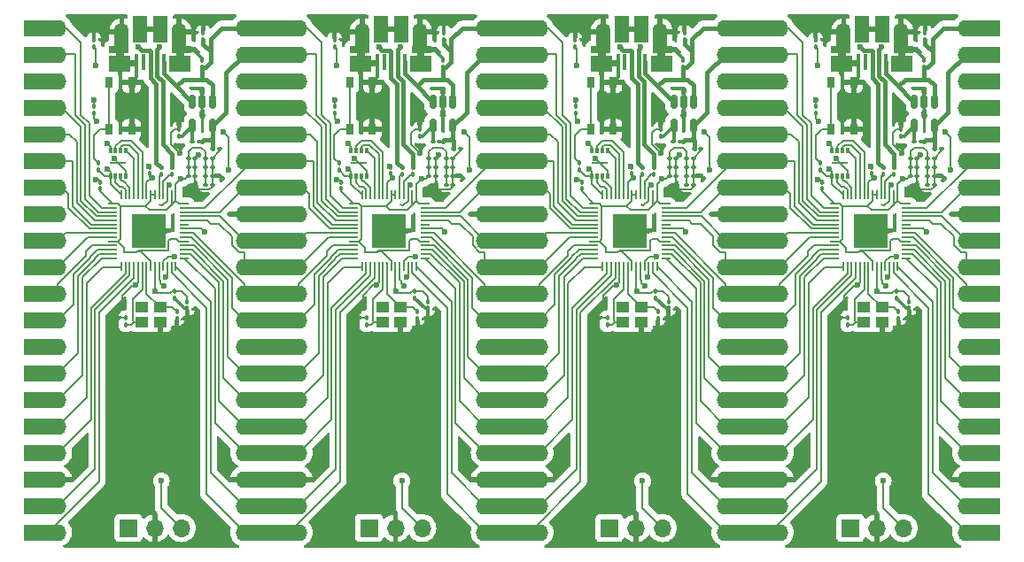
<source format=gbr>
%TF.GenerationSoftware,KiCad,Pcbnew,7.0.6*%
%TF.CreationDate,2023-08-11T19:51:32+07:00*%
%TF.ProjectId,Pico2040-Modular-Rev2-MP,5069636f-3230-4343-902d-4d6f64756c61,rev?*%
%TF.SameCoordinates,Original*%
%TF.FileFunction,Copper,L1,Top*%
%TF.FilePolarity,Positive*%
%FSLAX46Y46*%
G04 Gerber Fmt 4.6, Leading zero omitted, Abs format (unit mm)*
G04 Created by KiCad (PCBNEW 7.0.6) date 2023-08-11 19:51:32*
%MOMM*%
%LPD*%
G01*
G04 APERTURE LIST*
G04 Aperture macros list*
%AMRoundRect*
0 Rectangle with rounded corners*
0 $1 Rounding radius*
0 $2 $3 $4 $5 $6 $7 $8 $9 X,Y pos of 4 corners*
0 Add a 4 corners polygon primitive as box body*
4,1,4,$2,$3,$4,$5,$6,$7,$8,$9,$2,$3,0*
0 Add four circle primitives for the rounded corners*
1,1,$1+$1,$2,$3*
1,1,$1+$1,$4,$5*
1,1,$1+$1,$6,$7*
1,1,$1+$1,$8,$9*
0 Add four rect primitives between the rounded corners*
20,1,$1+$1,$2,$3,$4,$5,0*
20,1,$1+$1,$4,$5,$6,$7,0*
20,1,$1+$1,$6,$7,$8,$9,0*
20,1,$1+$1,$8,$9,$2,$3,0*%
G04 Aperture macros list end*
%TA.AperFunction,ComponentPad*%
%ADD10R,3.200000X1.600000*%
%TD*%
%TA.AperFunction,ComponentPad*%
%ADD11O,1.700000X1.600000*%
%TD*%
%TA.AperFunction,SMDPad,CuDef*%
%ADD12RoundRect,0.100000X-0.130000X-0.100000X0.130000X-0.100000X0.130000X0.100000X-0.130000X0.100000X0*%
%TD*%
%TA.AperFunction,SMDPad,CuDef*%
%ADD13RoundRect,0.100000X0.100000X-0.130000X0.100000X0.130000X-0.100000X0.130000X-0.100000X-0.130000X0*%
%TD*%
%TA.AperFunction,SMDPad,CuDef*%
%ADD14RoundRect,0.100000X-0.100000X0.130000X-0.100000X-0.130000X0.100000X-0.130000X0.100000X0.130000X0*%
%TD*%
%TA.AperFunction,ComponentPad*%
%ADD15R,1.700000X1.700000*%
%TD*%
%TA.AperFunction,ComponentPad*%
%ADD16O,1.700000X1.700000*%
%TD*%
%TA.AperFunction,SMDPad,CuDef*%
%ADD17RoundRect,0.050000X-0.387500X-0.050000X0.387500X-0.050000X0.387500X0.050000X-0.387500X0.050000X0*%
%TD*%
%TA.AperFunction,SMDPad,CuDef*%
%ADD18RoundRect,0.050000X-0.050000X-0.387500X0.050000X-0.387500X0.050000X0.387500X-0.050000X0.387500X0*%
%TD*%
%TA.AperFunction,SMDPad,CuDef*%
%ADD19R,3.200000X3.200000*%
%TD*%
%TA.AperFunction,SMDPad,CuDef*%
%ADD20R,0.750000X1.000000*%
%TD*%
%TA.AperFunction,SMDPad,CuDef*%
%ADD21RoundRect,0.014000X0.161000X-0.231000X0.161000X0.231000X-0.161000X0.231000X-0.161000X-0.231000X0*%
%TD*%
%TA.AperFunction,SMDPad,CuDef*%
%ADD22R,1.600000X0.200000*%
%TD*%
%TA.AperFunction,SMDPad,CuDef*%
%ADD23R,0.400000X1.650000*%
%TD*%
%TA.AperFunction,SMDPad,CuDef*%
%ADD24R,1.825000X0.700000*%
%TD*%
%TA.AperFunction,SMDPad,CuDef*%
%ADD25R,2.000000X1.500000*%
%TD*%
%TA.AperFunction,SMDPad,CuDef*%
%ADD26R,1.350000X2.000000*%
%TD*%
%TA.AperFunction,ComponentPad*%
%ADD27O,1.350000X1.700000*%
%TD*%
%TA.AperFunction,ComponentPad*%
%ADD28O,1.100000X1.500000*%
%TD*%
%TA.AperFunction,SMDPad,CuDef*%
%ADD29R,1.430000X2.500000*%
%TD*%
%TA.AperFunction,SMDPad,CuDef*%
%ADD30R,1.150000X1.000000*%
%TD*%
%TA.AperFunction,SMDPad,CuDef*%
%ADD31RoundRect,0.150000X-0.150000X0.512500X-0.150000X-0.512500X0.150000X-0.512500X0.150000X0.512500X0*%
%TD*%
%TA.AperFunction,ViaPad*%
%ADD32C,0.600000*%
%TD*%
%TA.AperFunction,Conductor*%
%ADD33C,0.400000*%
%TD*%
%TA.AperFunction,Conductor*%
%ADD34C,0.300000*%
%TD*%
%TA.AperFunction,Conductor*%
%ADD35C,0.200000*%
%TD*%
G04 APERTURE END LIST*
D10*
%TO.P,J3,1,Pin_1*%
%TO.N,Board_2-VBUS*%
X170510000Y-28300000D03*
D11*
X168900000Y-28300000D03*
D10*
%TO.P,J3,2,Pin_2*%
%TO.N,Board_2-+3.3V*%
X170510000Y-30840000D03*
D11*
X168900000Y-30840000D03*
D10*
%TO.P,J3,3,Pin_3*%
%TO.N,Board_2-GND*%
X170510000Y-33380000D03*
D11*
X168900000Y-33380000D03*
D10*
%TO.P,J3,4,Pin_4*%
%TO.N,Board_2-+1V1*%
X170510000Y-35920000D03*
D11*
X168900000Y-35920000D03*
D10*
%TO.P,J3,5,Pin_5*%
%TO.N,Board_2-/RESET*%
X170510000Y-38460000D03*
D11*
X168900000Y-38460000D03*
D10*
%TO.P,J3,6,Pin_6*%
%TO.N,Board_2-/P29*%
X170510000Y-41000000D03*
D11*
X168900000Y-41000000D03*
D10*
%TO.P,J3,7,Pin_7*%
%TO.N,Board_2-/P28*%
X170510000Y-43540000D03*
D11*
X168900000Y-43540000D03*
D10*
%TO.P,J3,8,Pin_8*%
%TO.N,Board_2-GND*%
X170510000Y-46080000D03*
D11*
X168900000Y-46080000D03*
D10*
%TO.P,J3,9,Pin_9*%
%TO.N,Board_2-/P27*%
X170510000Y-48620000D03*
D11*
X168900000Y-48620000D03*
D10*
%TO.P,J3,10,Pin_10*%
%TO.N,Board_2-/P26*%
X170510000Y-51160000D03*
D11*
X168900000Y-51160000D03*
D10*
%TO.P,J3,11,Pin_11*%
%TO.N,Board_2-/P23*%
X170510000Y-53700000D03*
D11*
X168900000Y-53700000D03*
D10*
%TO.P,J3,12,Pin_12*%
%TO.N,Board_2-/P22*%
X170510000Y-56240000D03*
D11*
X168900000Y-56240000D03*
D10*
%TO.P,J3,13,Pin_13*%
%TO.N,Board_2-GND*%
X170510000Y-58780000D03*
D11*
X168900000Y-58780000D03*
D10*
%TO.P,J3,14,Pin_14*%
%TO.N,Board_2-/P21*%
X170510000Y-61320000D03*
D11*
X168900000Y-61320000D03*
D10*
%TO.P,J3,15,Pin_15*%
%TO.N,Board_2-/P20*%
X170510000Y-63860000D03*
D11*
X168900000Y-63860000D03*
D10*
%TO.P,J3,16,Pin_16*%
%TO.N,Board_2-/P19*%
X170510000Y-66400000D03*
D11*
X168900000Y-66400000D03*
D10*
%TO.P,J3,17,Pin_17*%
%TO.N,Board_2-/P18*%
X170510000Y-68940000D03*
D11*
X168900000Y-68940000D03*
D10*
%TO.P,J3,18,Pin_18*%
%TO.N,Board_2-GND*%
X170510000Y-71480000D03*
D11*
X168900000Y-71480000D03*
D10*
%TO.P,J3,19,Pin_19*%
%TO.N,Board_2-/P17*%
X170510000Y-74020000D03*
D11*
X168900000Y-74020000D03*
D10*
%TO.P,J3,20,Pin_20*%
%TO.N,Board_2-/P16*%
X170510000Y-76560000D03*
D11*
X168900000Y-76560000D03*
%TD*%
D10*
%TO.P,J3,1,Pin_1*%
%TO.N,Board_3-VBUS*%
X193510000Y-28300000D03*
D11*
X191900000Y-28300000D03*
D10*
%TO.P,J3,2,Pin_2*%
%TO.N,Board_3-+3.3V*%
X193510000Y-30840000D03*
D11*
X191900000Y-30840000D03*
D10*
%TO.P,J3,3,Pin_3*%
%TO.N,Board_3-GND*%
X193510000Y-33380000D03*
D11*
X191900000Y-33380000D03*
D10*
%TO.P,J3,4,Pin_4*%
%TO.N,Board_3-+1V1*%
X193510000Y-35920000D03*
D11*
X191900000Y-35920000D03*
D10*
%TO.P,J3,5,Pin_5*%
%TO.N,Board_3-/RESET*%
X193510000Y-38460000D03*
D11*
X191900000Y-38460000D03*
D10*
%TO.P,J3,6,Pin_6*%
%TO.N,Board_3-/P29*%
X193510000Y-41000000D03*
D11*
X191900000Y-41000000D03*
D10*
%TO.P,J3,7,Pin_7*%
%TO.N,Board_3-/P28*%
X193510000Y-43540000D03*
D11*
X191900000Y-43540000D03*
D10*
%TO.P,J3,8,Pin_8*%
%TO.N,Board_3-GND*%
X193510000Y-46080000D03*
D11*
X191900000Y-46080000D03*
D10*
%TO.P,J3,9,Pin_9*%
%TO.N,Board_3-/P27*%
X193510000Y-48620000D03*
D11*
X191900000Y-48620000D03*
D10*
%TO.P,J3,10,Pin_10*%
%TO.N,Board_3-/P26*%
X193510000Y-51160000D03*
D11*
X191900000Y-51160000D03*
D10*
%TO.P,J3,11,Pin_11*%
%TO.N,Board_3-/P23*%
X193510000Y-53700000D03*
D11*
X191900000Y-53700000D03*
D10*
%TO.P,J3,12,Pin_12*%
%TO.N,Board_3-/P22*%
X193510000Y-56240000D03*
D11*
X191900000Y-56240000D03*
D10*
%TO.P,J3,13,Pin_13*%
%TO.N,Board_3-GND*%
X193510000Y-58780000D03*
D11*
X191900000Y-58780000D03*
D10*
%TO.P,J3,14,Pin_14*%
%TO.N,Board_3-/P21*%
X193510000Y-61320000D03*
D11*
X191900000Y-61320000D03*
D10*
%TO.P,J3,15,Pin_15*%
%TO.N,Board_3-/P20*%
X193510000Y-63860000D03*
D11*
X191900000Y-63860000D03*
D10*
%TO.P,J3,16,Pin_16*%
%TO.N,Board_3-/P19*%
X193510000Y-66400000D03*
D11*
X191900000Y-66400000D03*
D10*
%TO.P,J3,17,Pin_17*%
%TO.N,Board_3-/P18*%
X193510000Y-68940000D03*
D11*
X191900000Y-68940000D03*
D10*
%TO.P,J3,18,Pin_18*%
%TO.N,Board_3-GND*%
X193510000Y-71480000D03*
D11*
X191900000Y-71480000D03*
D10*
%TO.P,J3,19,Pin_19*%
%TO.N,Board_3-/P17*%
X193510000Y-74020000D03*
D11*
X191900000Y-74020000D03*
D10*
%TO.P,J3,20,Pin_20*%
%TO.N,Board_3-/P16*%
X193510000Y-76560000D03*
D11*
X191900000Y-76560000D03*
%TD*%
D10*
%TO.P,J3,1,Pin_1*%
%TO.N,Board_1-VBUS*%
X147510000Y-28300000D03*
D11*
X145900000Y-28300000D03*
D10*
%TO.P,J3,2,Pin_2*%
%TO.N,Board_1-+3.3V*%
X147510000Y-30840000D03*
D11*
X145900000Y-30840000D03*
D10*
%TO.P,J3,3,Pin_3*%
%TO.N,Board_1-GND*%
X147510000Y-33380000D03*
D11*
X145900000Y-33380000D03*
D10*
%TO.P,J3,4,Pin_4*%
%TO.N,Board_1-+1V1*%
X147510000Y-35920000D03*
D11*
X145900000Y-35920000D03*
D10*
%TO.P,J3,5,Pin_5*%
%TO.N,Board_1-/RESET*%
X147510000Y-38460000D03*
D11*
X145900000Y-38460000D03*
D10*
%TO.P,J3,6,Pin_6*%
%TO.N,Board_1-/P29*%
X147510000Y-41000000D03*
D11*
X145900000Y-41000000D03*
D10*
%TO.P,J3,7,Pin_7*%
%TO.N,Board_1-/P28*%
X147510000Y-43540000D03*
D11*
X145900000Y-43540000D03*
D10*
%TO.P,J3,8,Pin_8*%
%TO.N,Board_1-GND*%
X147510000Y-46080000D03*
D11*
X145900000Y-46080000D03*
D10*
%TO.P,J3,9,Pin_9*%
%TO.N,Board_1-/P27*%
X147510000Y-48620000D03*
D11*
X145900000Y-48620000D03*
D10*
%TO.P,J3,10,Pin_10*%
%TO.N,Board_1-/P26*%
X147510000Y-51160000D03*
D11*
X145900000Y-51160000D03*
D10*
%TO.P,J3,11,Pin_11*%
%TO.N,Board_1-/P23*%
X147510000Y-53700000D03*
D11*
X145900000Y-53700000D03*
D10*
%TO.P,J3,12,Pin_12*%
%TO.N,Board_1-/P22*%
X147510000Y-56240000D03*
D11*
X145900000Y-56240000D03*
D10*
%TO.P,J3,13,Pin_13*%
%TO.N,Board_1-GND*%
X147510000Y-58780000D03*
D11*
X145900000Y-58780000D03*
D10*
%TO.P,J3,14,Pin_14*%
%TO.N,Board_1-/P21*%
X147510000Y-61320000D03*
D11*
X145900000Y-61320000D03*
D10*
%TO.P,J3,15,Pin_15*%
%TO.N,Board_1-/P20*%
X147510000Y-63860000D03*
D11*
X145900000Y-63860000D03*
D10*
%TO.P,J3,16,Pin_16*%
%TO.N,Board_1-/P19*%
X147510000Y-66400000D03*
D11*
X145900000Y-66400000D03*
D10*
%TO.P,J3,17,Pin_17*%
%TO.N,Board_1-/P18*%
X147510000Y-68940000D03*
D11*
X145900000Y-68940000D03*
D10*
%TO.P,J3,18,Pin_18*%
%TO.N,Board_1-GND*%
X147510000Y-71480000D03*
D11*
X145900000Y-71480000D03*
D10*
%TO.P,J3,19,Pin_19*%
%TO.N,Board_1-/P17*%
X147510000Y-74020000D03*
D11*
X145900000Y-74020000D03*
D10*
%TO.P,J3,20,Pin_20*%
%TO.N,Board_1-/P16*%
X147510000Y-76560000D03*
D11*
X145900000Y-76560000D03*
%TD*%
D10*
%TO.P,J3,1,Pin_1*%
%TO.N,Board_0-VBUS*%
X124510000Y-28300000D03*
D11*
X122900000Y-28300000D03*
D10*
%TO.P,J3,2,Pin_2*%
%TO.N,Board_0-+3.3V*%
X124510000Y-30840000D03*
D11*
X122900000Y-30840000D03*
D10*
%TO.P,J3,3,Pin_3*%
%TO.N,Board_0-GND*%
X124510000Y-33380000D03*
D11*
X122900000Y-33380000D03*
D10*
%TO.P,J3,4,Pin_4*%
%TO.N,Board_0-+1V1*%
X124510000Y-35920000D03*
D11*
X122900000Y-35920000D03*
D10*
%TO.P,J3,5,Pin_5*%
%TO.N,Board_0-/RESET*%
X124510000Y-38460000D03*
D11*
X122900000Y-38460000D03*
D10*
%TO.P,J3,6,Pin_6*%
%TO.N,Board_0-/P29*%
X124510000Y-41000000D03*
D11*
X122900000Y-41000000D03*
D10*
%TO.P,J3,7,Pin_7*%
%TO.N,Board_0-/P28*%
X124510000Y-43540000D03*
D11*
X122900000Y-43540000D03*
D10*
%TO.P,J3,8,Pin_8*%
%TO.N,Board_0-GND*%
X124510000Y-46080000D03*
D11*
X122900000Y-46080000D03*
D10*
%TO.P,J3,9,Pin_9*%
%TO.N,Board_0-/P27*%
X124510000Y-48620000D03*
D11*
X122900000Y-48620000D03*
D10*
%TO.P,J3,10,Pin_10*%
%TO.N,Board_0-/P26*%
X124510000Y-51160000D03*
D11*
X122900000Y-51160000D03*
D10*
%TO.P,J3,11,Pin_11*%
%TO.N,Board_0-/P23*%
X124510000Y-53700000D03*
D11*
X122900000Y-53700000D03*
D10*
%TO.P,J3,12,Pin_12*%
%TO.N,Board_0-/P22*%
X124510000Y-56240000D03*
D11*
X122900000Y-56240000D03*
D10*
%TO.P,J3,13,Pin_13*%
%TO.N,Board_0-GND*%
X124510000Y-58780000D03*
D11*
X122900000Y-58780000D03*
D10*
%TO.P,J3,14,Pin_14*%
%TO.N,Board_0-/P21*%
X124510000Y-61320000D03*
D11*
X122900000Y-61320000D03*
D10*
%TO.P,J3,15,Pin_15*%
%TO.N,Board_0-/P20*%
X124510000Y-63860000D03*
D11*
X122900000Y-63860000D03*
D10*
%TO.P,J3,16,Pin_16*%
%TO.N,Board_0-/P19*%
X124510000Y-66400000D03*
D11*
X122900000Y-66400000D03*
D10*
%TO.P,J3,17,Pin_17*%
%TO.N,Board_0-/P18*%
X124510000Y-68940000D03*
D11*
X122900000Y-68940000D03*
D10*
%TO.P,J3,18,Pin_18*%
%TO.N,Board_0-GND*%
X124510000Y-71480000D03*
D11*
X122900000Y-71480000D03*
D10*
%TO.P,J3,19,Pin_19*%
%TO.N,Board_0-/P17*%
X124510000Y-74020000D03*
D11*
X122900000Y-74020000D03*
D10*
%TO.P,J3,20,Pin_20*%
%TO.N,Board_0-/P16*%
X124510000Y-76560000D03*
D11*
X122900000Y-76560000D03*
%TD*%
D12*
%TO.P,C8,1*%
%TO.N,Board_1-+3.3V*%
X142210000Y-40750000D03*
%TO.P,C8,2*%
%TO.N,Board_1-GND*%
X142850000Y-40750000D03*
%TD*%
D13*
%TO.P,C4,1*%
%TO.N,Board_1-+3.3V*%
X132150000Y-43665000D03*
%TO.P,C4,2*%
%TO.N,Board_1-GND*%
X132150000Y-43025000D03*
%TD*%
D12*
%TO.P,C8,1*%
%TO.N,Board_2-+3.3V*%
X165210000Y-40750000D03*
%TO.P,C8,2*%
%TO.N,Board_2-GND*%
X165850000Y-40750000D03*
%TD*%
%TO.P,C8,1*%
%TO.N,Board_0-+3.3V*%
X119210000Y-40750000D03*
%TO.P,C8,2*%
%TO.N,Board_0-GND*%
X119850000Y-40750000D03*
%TD*%
D14*
%TO.P,R6,1*%
%TO.N,Board_0-Net-(R6-Pad1)*%
X108950000Y-41230000D03*
%TO.P,R6,2*%
%TO.N,Board_0-/FLASH_SS*%
X108950000Y-41870000D03*
%TD*%
D15*
%TO.P,J4,1,Pin_1*%
%TO.N,Board_3-/SWDIO*%
X180825000Y-76125000D03*
D16*
%TO.P,J4,2,Pin_2*%
%TO.N,Board_3-GND*%
X183365000Y-76125000D03*
%TO.P,J4,3,Pin_3*%
%TO.N,Board_3-/SWCLK*%
X185905000Y-76125000D03*
%TD*%
D12*
%TO.P,R3,1*%
%TO.N,Board_3-Net-(U2-SENSE{slash}ADJ)*%
X186940000Y-39150000D03*
%TO.P,R3,2*%
%TO.N,Board_3-+3.3V*%
X187580000Y-39150000D03*
%TD*%
D10*
%TO.P,J2,1,Pin_1*%
%TO.N,Board_1-/P0*%
X126490000Y-28300000D03*
D11*
X128100000Y-28300000D03*
D10*
%TO.P,J2,2,Pin_2*%
%TO.N,Board_1-/P1*%
X126490000Y-30840000D03*
D11*
X128100000Y-30840000D03*
D10*
%TO.P,J2,3,Pin_3*%
%TO.N,Board_1-GND*%
X126490000Y-33380000D03*
D11*
X128100000Y-33380000D03*
D10*
%TO.P,J2,4,Pin_4*%
%TO.N,Board_1-/P2*%
X126490000Y-35920000D03*
D11*
X128100000Y-35920000D03*
D10*
%TO.P,J2,5,Pin_5*%
%TO.N,Board_1-/P3*%
X126490000Y-38460000D03*
D11*
X128100000Y-38460000D03*
D10*
%TO.P,J2,6,Pin_6*%
%TO.N,Board_1-/P4*%
X126490000Y-41000000D03*
D11*
X128100000Y-41000000D03*
D10*
%TO.P,J2,7,Pin_7*%
%TO.N,Board_1-/P5*%
X126490000Y-43540000D03*
D11*
X128100000Y-43540000D03*
D10*
%TO.P,J2,8,Pin_8*%
%TO.N,Board_1-GND*%
X126490000Y-46080000D03*
D11*
X128100000Y-46080000D03*
D10*
%TO.P,J2,9,Pin_9*%
%TO.N,Board_1-/P6*%
X126490000Y-48620000D03*
D11*
X128100000Y-48620000D03*
D10*
%TO.P,J2,10,Pin_10*%
%TO.N,Board_1-/P7*%
X126490000Y-51160000D03*
D11*
X128100000Y-51160000D03*
D10*
%TO.P,J2,11,Pin_11*%
%TO.N,Board_1-/P8*%
X126490000Y-53700000D03*
D11*
X128100000Y-53700000D03*
D10*
%TO.P,J2,12,Pin_12*%
%TO.N,Board_1-/P9*%
X126490000Y-56240000D03*
D11*
X128100000Y-56240000D03*
D10*
%TO.P,J2,13,Pin_13*%
%TO.N,Board_1-GND*%
X126490000Y-58780000D03*
D11*
X128100000Y-58780000D03*
D10*
%TO.P,J2,14,Pin_14*%
%TO.N,Board_1-/P10*%
X126490000Y-61320000D03*
D11*
X128100000Y-61320000D03*
D10*
%TO.P,J2,15,Pin_15*%
%TO.N,Board_1-/P11*%
X126490000Y-63860000D03*
D11*
X128100000Y-63860000D03*
D10*
%TO.P,J2,16,Pin_16*%
%TO.N,Board_1-/P12*%
X126490000Y-66400000D03*
D11*
X128100000Y-66400000D03*
D10*
%TO.P,J2,17,Pin_17*%
%TO.N,Board_1-/P13*%
X126490000Y-68940000D03*
D11*
X128100000Y-68940000D03*
D10*
%TO.P,J2,18,Pin_18*%
%TO.N,Board_1-GND*%
X126490000Y-71480000D03*
D11*
X128100000Y-71480000D03*
D10*
%TO.P,J2,19,Pin_19*%
%TO.N,Board_1-/P14*%
X126490000Y-74020000D03*
D11*
X128100000Y-74020000D03*
D10*
%TO.P,J2,20,Pin_20*%
%TO.N,Board_1-/P15*%
X126490000Y-76560000D03*
D11*
X128100000Y-76560000D03*
%TD*%
D17*
%TO.P,U1,1,IOVDD*%
%TO.N,Board_0-+3.3V*%
X110325000Y-45100000D03*
%TO.P,U1,2,GPIO0*%
%TO.N,Board_0-/P0*%
X110325000Y-45500000D03*
%TO.P,U1,3,GPIO1*%
%TO.N,Board_0-/P1*%
X110325000Y-45900000D03*
%TO.P,U1,4,GPIO2*%
%TO.N,Board_0-/P2*%
X110325000Y-46300000D03*
%TO.P,U1,5,GPIO3*%
%TO.N,Board_0-/P3*%
X110325000Y-46700000D03*
%TO.P,U1,6,GPIO4*%
%TO.N,Board_0-/P4*%
X110325000Y-47100000D03*
%TO.P,U1,7,GPIO5*%
%TO.N,Board_0-/P5*%
X110325000Y-47500000D03*
%TO.P,U1,8,GPIO6*%
%TO.N,Board_0-/P6*%
X110325000Y-47900000D03*
%TO.P,U1,9,GPIO7*%
%TO.N,Board_0-/P7*%
X110325000Y-48300000D03*
%TO.P,U1,10,IOVDD*%
%TO.N,Board_0-+3.3V*%
X110325000Y-48700000D03*
%TO.P,U1,11,GPIO8*%
%TO.N,Board_0-/P8*%
X110325000Y-49100000D03*
%TO.P,U1,12,GPIO9*%
%TO.N,Board_0-/P9*%
X110325000Y-49500000D03*
%TO.P,U1,13,GPIO10*%
%TO.N,Board_0-/P10*%
X110325000Y-49900000D03*
%TO.P,U1,14,GPIO11*%
%TO.N,Board_0-/P11*%
X110325000Y-50300000D03*
D18*
%TO.P,U1,15,GPIO12*%
%TO.N,Board_0-/P12*%
X111162500Y-51137500D03*
%TO.P,U1,16,GPIO13*%
%TO.N,Board_0-/P13*%
X111562500Y-51137500D03*
%TO.P,U1,17,GPIO14*%
%TO.N,Board_0-/P14*%
X111962500Y-51137500D03*
%TO.P,U1,18,GPIO15*%
%TO.N,Board_0-/P15*%
X112362500Y-51137500D03*
%TO.P,U1,19,TESTEN*%
%TO.N,Board_0-GND*%
X112762500Y-51137500D03*
%TO.P,U1,20,XIN*%
%TO.N,Board_0-/CLKIN*%
X113162500Y-51137500D03*
%TO.P,U1,21,XOUT*%
%TO.N,Board_0-/CLKOUT*%
X113562500Y-51137500D03*
%TO.P,U1,22,IOVDD*%
%TO.N,Board_0-+3.3V*%
X113962500Y-51137500D03*
%TO.P,U1,23,DVDD*%
%TO.N,Board_0-+1V1*%
X114362500Y-51137500D03*
%TO.P,U1,24,SWCLK*%
%TO.N,Board_0-/SWCLK*%
X114762500Y-51137500D03*
%TO.P,U1,25,SWD*%
%TO.N,Board_0-/SWDIO*%
X115162500Y-51137500D03*
%TO.P,U1,26,RUN*%
%TO.N,Board_0-/RESET*%
X115562500Y-51137500D03*
%TO.P,U1,27,GPIO16*%
%TO.N,Board_0-/P16*%
X115962500Y-51137500D03*
%TO.P,U1,28,GPIO17*%
%TO.N,Board_0-/P17*%
X116362500Y-51137500D03*
D17*
%TO.P,U1,29,GPIO18*%
%TO.N,Board_0-/P18*%
X117200000Y-50300000D03*
%TO.P,U1,30,GPIO19*%
%TO.N,Board_0-/P19*%
X117200000Y-49900000D03*
%TO.P,U1,31,GPIO20*%
%TO.N,Board_0-/P20*%
X117200000Y-49500000D03*
%TO.P,U1,32,GPIO21*%
%TO.N,Board_0-/P21*%
X117200000Y-49100000D03*
%TO.P,U1,33,IOVDD*%
%TO.N,Board_0-+3.3V*%
X117200000Y-48700000D03*
%TO.P,U1,34,GPIO22*%
%TO.N,Board_0-/P22*%
X117200000Y-48300000D03*
%TO.P,U1,35,GPIO23*%
%TO.N,Board_0-/P23*%
X117200000Y-47900000D03*
%TO.P,U1,36,GPIO24*%
%TO.N,Board_0-/USER_LED*%
X117200000Y-47500000D03*
%TO.P,U1,37,GPIO25*%
%TO.N,Board_0-unconnected-(U1-GPIO25-Pad37)*%
X117200000Y-47100000D03*
%TO.P,U1,38,GPIO26_ADC0*%
%TO.N,Board_0-/P26*%
X117200000Y-46700000D03*
%TO.P,U1,39,GPIO27_ADC1*%
%TO.N,Board_0-/P27*%
X117200000Y-46300000D03*
%TO.P,U1,40,GPIO28_ADC2*%
%TO.N,Board_0-/P28*%
X117200000Y-45900000D03*
%TO.P,U1,41,GPIO29_ADC3*%
%TO.N,Board_0-/P29*%
X117200000Y-45500000D03*
%TO.P,U1,42,IOVDD*%
%TO.N,Board_0-+3.3V*%
X117200000Y-45100000D03*
D18*
%TO.P,U1,43,ADC_AVDD*%
X116362500Y-44262500D03*
%TO.P,U1,44,VREG_IN*%
X115962500Y-44262500D03*
%TO.P,U1,45,VREG_VOUT*%
%TO.N,Board_0-+1V1*%
X115562500Y-44262500D03*
%TO.P,U1,46,USB_DM*%
%TO.N,Board_0-Net-(U1-USB_DM)*%
X115162500Y-44262500D03*
%TO.P,U1,47,USB_DP*%
%TO.N,Board_0-Net-(U1-USB_DP)*%
X114762500Y-44262500D03*
%TO.P,U1,48,USB_VDD*%
%TO.N,Board_0-+3.3V*%
X114362500Y-44262500D03*
%TO.P,U1,49,IOVDD*%
X113962500Y-44262500D03*
%TO.P,U1,50,DVDD*%
%TO.N,Board_0-+1V1*%
X113562500Y-44262500D03*
%TO.P,U1,51,QSPI_SD3*%
%TO.N,Board_0-/FLASH_SD3*%
X113162500Y-44262500D03*
%TO.P,U1,52,QSPI_SCLK*%
%TO.N,Board_0-/FLASH_CLOCK*%
X112762500Y-44262500D03*
%TO.P,U1,53,QSPI_SD0*%
%TO.N,Board_0-/FLASH_SD0*%
X112362500Y-44262500D03*
%TO.P,U1,54,QSPI_SD2*%
%TO.N,Board_0-/FLASH_SD2*%
X111962500Y-44262500D03*
%TO.P,U1,55,QSPI_SD1*%
%TO.N,Board_0-/FLASH_SD1*%
X111562500Y-44262500D03*
%TO.P,U1,56,QSPI_SS*%
%TO.N,Board_0-/FLASH_SS*%
X111162500Y-44262500D03*
D19*
%TO.P,U1,57,GND*%
%TO.N,Board_0-GND*%
X113762500Y-47700000D03*
%TD*%
D20*
%TO.P,S1,1*%
%TO.N,Board_3-GND*%
X181150000Y-38000000D03*
%TO.P,S1,2*%
X181150000Y-33500000D03*
%TO.P,S1,3*%
%TO.N,Board_3-Net-(R6-Pad1)*%
X179000000Y-38000000D03*
%TO.P,S1,4*%
X179000000Y-33500000D03*
%TD*%
D14*
%TO.P,C14,1*%
%TO.N,Board_2-/CLKOUT*%
X162450000Y-55430000D03*
%TO.P,C14,2*%
%TO.N,Board_2-GND*%
X162450000Y-56070000D03*
%TD*%
D13*
%TO.P,C1,1*%
%TO.N,Board_1-+1V1*%
X136900000Y-42240000D03*
%TO.P,C1,2*%
%TO.N,Board_1-GND*%
X136900000Y-41600000D03*
%TD*%
D12*
%TO.P,C6,1*%
%TO.N,Board_0-+3.3V*%
X117560000Y-41600000D03*
%TO.P,C6,2*%
%TO.N,Board_0-GND*%
X118200000Y-41600000D03*
%TD*%
D13*
%TO.P,C15,1*%
%TO.N,Board_0-/CLKIN*%
X111600000Y-56665000D03*
%TO.P,C15,2*%
%TO.N,Board_0-GND*%
X111600000Y-56025000D03*
%TD*%
D17*
%TO.P,U1,1,IOVDD*%
%TO.N,Board_3-+3.3V*%
X179325000Y-45100000D03*
%TO.P,U1,2,GPIO0*%
%TO.N,Board_3-/P0*%
X179325000Y-45500000D03*
%TO.P,U1,3,GPIO1*%
%TO.N,Board_3-/P1*%
X179325000Y-45900000D03*
%TO.P,U1,4,GPIO2*%
%TO.N,Board_3-/P2*%
X179325000Y-46300000D03*
%TO.P,U1,5,GPIO3*%
%TO.N,Board_3-/P3*%
X179325000Y-46700000D03*
%TO.P,U1,6,GPIO4*%
%TO.N,Board_3-/P4*%
X179325000Y-47100000D03*
%TO.P,U1,7,GPIO5*%
%TO.N,Board_3-/P5*%
X179325000Y-47500000D03*
%TO.P,U1,8,GPIO6*%
%TO.N,Board_3-/P6*%
X179325000Y-47900000D03*
%TO.P,U1,9,GPIO7*%
%TO.N,Board_3-/P7*%
X179325000Y-48300000D03*
%TO.P,U1,10,IOVDD*%
%TO.N,Board_3-+3.3V*%
X179325000Y-48700000D03*
%TO.P,U1,11,GPIO8*%
%TO.N,Board_3-/P8*%
X179325000Y-49100000D03*
%TO.P,U1,12,GPIO9*%
%TO.N,Board_3-/P9*%
X179325000Y-49500000D03*
%TO.P,U1,13,GPIO10*%
%TO.N,Board_3-/P10*%
X179325000Y-49900000D03*
%TO.P,U1,14,GPIO11*%
%TO.N,Board_3-/P11*%
X179325000Y-50300000D03*
D18*
%TO.P,U1,15,GPIO12*%
%TO.N,Board_3-/P12*%
X180162500Y-51137500D03*
%TO.P,U1,16,GPIO13*%
%TO.N,Board_3-/P13*%
X180562500Y-51137500D03*
%TO.P,U1,17,GPIO14*%
%TO.N,Board_3-/P14*%
X180962500Y-51137500D03*
%TO.P,U1,18,GPIO15*%
%TO.N,Board_3-/P15*%
X181362500Y-51137500D03*
%TO.P,U1,19,TESTEN*%
%TO.N,Board_3-GND*%
X181762500Y-51137500D03*
%TO.P,U1,20,XIN*%
%TO.N,Board_3-/CLKIN*%
X182162500Y-51137500D03*
%TO.P,U1,21,XOUT*%
%TO.N,Board_3-/CLKOUT*%
X182562500Y-51137500D03*
%TO.P,U1,22,IOVDD*%
%TO.N,Board_3-+3.3V*%
X182962500Y-51137500D03*
%TO.P,U1,23,DVDD*%
%TO.N,Board_3-+1V1*%
X183362500Y-51137500D03*
%TO.P,U1,24,SWCLK*%
%TO.N,Board_3-/SWCLK*%
X183762500Y-51137500D03*
%TO.P,U1,25,SWD*%
%TO.N,Board_3-/SWDIO*%
X184162500Y-51137500D03*
%TO.P,U1,26,RUN*%
%TO.N,Board_3-/RESET*%
X184562500Y-51137500D03*
%TO.P,U1,27,GPIO16*%
%TO.N,Board_3-/P16*%
X184962500Y-51137500D03*
%TO.P,U1,28,GPIO17*%
%TO.N,Board_3-/P17*%
X185362500Y-51137500D03*
D17*
%TO.P,U1,29,GPIO18*%
%TO.N,Board_3-/P18*%
X186200000Y-50300000D03*
%TO.P,U1,30,GPIO19*%
%TO.N,Board_3-/P19*%
X186200000Y-49900000D03*
%TO.P,U1,31,GPIO20*%
%TO.N,Board_3-/P20*%
X186200000Y-49500000D03*
%TO.P,U1,32,GPIO21*%
%TO.N,Board_3-/P21*%
X186200000Y-49100000D03*
%TO.P,U1,33,IOVDD*%
%TO.N,Board_3-+3.3V*%
X186200000Y-48700000D03*
%TO.P,U1,34,GPIO22*%
%TO.N,Board_3-/P22*%
X186200000Y-48300000D03*
%TO.P,U1,35,GPIO23*%
%TO.N,Board_3-/P23*%
X186200000Y-47900000D03*
%TO.P,U1,36,GPIO24*%
%TO.N,Board_3-/USER_LED*%
X186200000Y-47500000D03*
%TO.P,U1,37,GPIO25*%
%TO.N,Board_3-unconnected-(U1-GPIO25-Pad37)*%
X186200000Y-47100000D03*
%TO.P,U1,38,GPIO26_ADC0*%
%TO.N,Board_3-/P26*%
X186200000Y-46700000D03*
%TO.P,U1,39,GPIO27_ADC1*%
%TO.N,Board_3-/P27*%
X186200000Y-46300000D03*
%TO.P,U1,40,GPIO28_ADC2*%
%TO.N,Board_3-/P28*%
X186200000Y-45900000D03*
%TO.P,U1,41,GPIO29_ADC3*%
%TO.N,Board_3-/P29*%
X186200000Y-45500000D03*
%TO.P,U1,42,IOVDD*%
%TO.N,Board_3-+3.3V*%
X186200000Y-45100000D03*
D18*
%TO.P,U1,43,ADC_AVDD*%
X185362500Y-44262500D03*
%TO.P,U1,44,VREG_IN*%
X184962500Y-44262500D03*
%TO.P,U1,45,VREG_VOUT*%
%TO.N,Board_3-+1V1*%
X184562500Y-44262500D03*
%TO.P,U1,46,USB_DM*%
%TO.N,Board_3-Net-(U1-USB_DM)*%
X184162500Y-44262500D03*
%TO.P,U1,47,USB_DP*%
%TO.N,Board_3-Net-(U1-USB_DP)*%
X183762500Y-44262500D03*
%TO.P,U1,48,USB_VDD*%
%TO.N,Board_3-+3.3V*%
X183362500Y-44262500D03*
%TO.P,U1,49,IOVDD*%
X182962500Y-44262500D03*
%TO.P,U1,50,DVDD*%
%TO.N,Board_3-+1V1*%
X182562500Y-44262500D03*
%TO.P,U1,51,QSPI_SD3*%
%TO.N,Board_3-/FLASH_SD3*%
X182162500Y-44262500D03*
%TO.P,U1,52,QSPI_SCLK*%
%TO.N,Board_3-/FLASH_CLOCK*%
X181762500Y-44262500D03*
%TO.P,U1,53,QSPI_SD0*%
%TO.N,Board_3-/FLASH_SD0*%
X181362500Y-44262500D03*
%TO.P,U1,54,QSPI_SD2*%
%TO.N,Board_3-/FLASH_SD2*%
X180962500Y-44262500D03*
%TO.P,U1,55,QSPI_SD1*%
%TO.N,Board_3-/FLASH_SD1*%
X180562500Y-44262500D03*
%TO.P,U1,56,QSPI_SS*%
%TO.N,Board_3-/FLASH_SS*%
X180162500Y-44262500D03*
D19*
%TO.P,U1,57,GND*%
%TO.N,Board_3-GND*%
X182762500Y-47700000D03*
%TD*%
D14*
%TO.P,R6,1*%
%TO.N,Board_1-Net-(R6-Pad1)*%
X131950000Y-41230000D03*
%TO.P,R6,2*%
%TO.N,Board_1-/FLASH_SS*%
X131950000Y-41870000D03*
%TD*%
%TO.P,D1,1,K*%
%TO.N,Board_2-GND*%
X164975000Y-28747500D03*
%TO.P,D1,2,A*%
%TO.N,Board_2-VBUS*%
X164975000Y-29387500D03*
%TD*%
%TO.P,R2,1*%
%TO.N,Board_2-/DM*%
X162025000Y-41635000D03*
%TO.P,R2,2*%
%TO.N,Board_2-Net-(U1-USB_DM)*%
X162025000Y-42275000D03*
%TD*%
D12*
%TO.P,C6,1*%
%TO.N,Board_1-+3.3V*%
X140560000Y-41600000D03*
%TO.P,C6,2*%
%TO.N,Board_1-GND*%
X141200000Y-41600000D03*
%TD*%
D21*
%TO.P,U3,1,CS#*%
%TO.N,Board_0-/FLASH_SS*%
X110100000Y-42450000D03*
%TO.P,U3,2,SO(IO1)*%
%TO.N,Board_0-/FLASH_SD1*%
X110600000Y-42450000D03*
%TO.P,U3,3,WP#(IO2)*%
%TO.N,Board_0-/FLASH_SD2*%
X111100000Y-42450000D03*
%TO.P,U3,4,VSS*%
%TO.N,Board_0-GND*%
X111600000Y-42450000D03*
%TO.P,U3,5,SI(IO0)*%
%TO.N,Board_0-/FLASH_SD0*%
X111600000Y-40010000D03*
%TO.P,U3,6,SCLK*%
%TO.N,Board_0-/FLASH_CLOCK*%
X111100000Y-40010000D03*
%TO.P,U3,7,HOLD#(IO3)*%
%TO.N,Board_0-/FLASH_SD3*%
X110600000Y-40010000D03*
%TO.P,U3,8,VCC*%
%TO.N,Board_0-+3.3V*%
X110100000Y-40010000D03*
D22*
%TO.P,U3,9,EP*%
%TO.N,Board_0-GND*%
X110850000Y-41230000D03*
%TD*%
D14*
%TO.P,R5,1*%
%TO.N,Board_3-+3.3V*%
X177550000Y-35780000D03*
%TO.P,R5,2*%
%TO.N,Board_3-/FLASH_SS*%
X177550000Y-36420000D03*
%TD*%
%TO.P,D2,1,K*%
%TO.N,Board_3-GND*%
X177525000Y-29422500D03*
%TO.P,D2,2,A*%
%TO.N,Board_3-/USER_LED*%
X177525000Y-30062500D03*
%TD*%
%TO.P,C14,1*%
%TO.N,Board_0-/CLKOUT*%
X116450000Y-55430000D03*
%TO.P,C14,2*%
%TO.N,Board_0-GND*%
X116450000Y-56070000D03*
%TD*%
D12*
%TO.P,C10,1*%
%TO.N,Board_3-+3.3V*%
X188210000Y-42450000D03*
%TO.P,C10,2*%
%TO.N,Board_3-GND*%
X188850000Y-42450000D03*
%TD*%
D21*
%TO.P,U3,1,CS#*%
%TO.N,Board_3-/FLASH_SS*%
X179100000Y-42450000D03*
%TO.P,U3,2,SO(IO1)*%
%TO.N,Board_3-/FLASH_SD1*%
X179600000Y-42450000D03*
%TO.P,U3,3,WP#(IO2)*%
%TO.N,Board_3-/FLASH_SD2*%
X180100000Y-42450000D03*
%TO.P,U3,4,VSS*%
%TO.N,Board_3-GND*%
X180600000Y-42450000D03*
%TO.P,U3,5,SI(IO0)*%
%TO.N,Board_3-/FLASH_SD0*%
X180600000Y-40010000D03*
%TO.P,U3,6,SCLK*%
%TO.N,Board_3-/FLASH_CLOCK*%
X180100000Y-40010000D03*
%TO.P,U3,7,HOLD#(IO3)*%
%TO.N,Board_3-/FLASH_SD3*%
X179600000Y-40010000D03*
%TO.P,U3,8,VCC*%
%TO.N,Board_3-+3.3V*%
X179100000Y-40010000D03*
D22*
%TO.P,U3,9,EP*%
%TO.N,Board_3-GND*%
X179850000Y-41230000D03*
%TD*%
D14*
%TO.P,C14,1*%
%TO.N,Board_3-/CLKOUT*%
X185450000Y-55430000D03*
%TO.P,C14,2*%
%TO.N,Board_3-GND*%
X185450000Y-56070000D03*
%TD*%
D21*
%TO.P,U3,1,CS#*%
%TO.N,Board_1-/FLASH_SS*%
X133100000Y-42450000D03*
%TO.P,U3,2,SO(IO1)*%
%TO.N,Board_1-/FLASH_SD1*%
X133600000Y-42450000D03*
%TO.P,U3,3,WP#(IO2)*%
%TO.N,Board_1-/FLASH_SD2*%
X134100000Y-42450000D03*
%TO.P,U3,4,VSS*%
%TO.N,Board_1-GND*%
X134600000Y-42450000D03*
%TO.P,U3,5,SI(IO0)*%
%TO.N,Board_1-/FLASH_SD0*%
X134600000Y-40010000D03*
%TO.P,U3,6,SCLK*%
%TO.N,Board_1-/FLASH_CLOCK*%
X134100000Y-40010000D03*
%TO.P,U3,7,HOLD#(IO3)*%
%TO.N,Board_1-/FLASH_SD3*%
X133600000Y-40010000D03*
%TO.P,U3,8,VCC*%
%TO.N,Board_1-+3.3V*%
X133100000Y-40010000D03*
D22*
%TO.P,U3,9,EP*%
%TO.N,Board_1-GND*%
X133850000Y-41230000D03*
%TD*%
D12*
%TO.P,C8,1*%
%TO.N,Board_3-+3.3V*%
X188210000Y-40750000D03*
%TO.P,C8,2*%
%TO.N,Board_3-GND*%
X188850000Y-40750000D03*
%TD*%
%TO.P,C5,1*%
%TO.N,Board_2-+3.3V*%
X163560000Y-40775000D03*
%TO.P,C5,2*%
%TO.N,Board_2-GND*%
X164200000Y-40775000D03*
%TD*%
D23*
%TO.P,J1,1,VBUS*%
%TO.N,Board_1-VBUS*%
X138230000Y-31580000D03*
%TO.P,J1,2,D-*%
%TO.N,Board_1-/DM*%
X137580000Y-31580000D03*
%TO.P,J1,3,D+*%
%TO.N,Board_1-/DP*%
X136930000Y-31580000D03*
%TO.P,J1,4,ID*%
%TO.N,Board_1-unconnected-(J1-ID-Pad4)*%
X136280000Y-31580000D03*
%TO.P,J1,5,GND*%
%TO.N,Board_1-GND*%
X135630000Y-31580000D03*
D24*
%TO.P,J1,6,Shield*%
X139880000Y-30380000D03*
D25*
X139780000Y-31680000D03*
D26*
X139660000Y-29630000D03*
D27*
X139660000Y-28700000D03*
D28*
X139350000Y-31700000D03*
D29*
X137890000Y-28430000D03*
X135970000Y-28430000D03*
D28*
X134510000Y-31700000D03*
D27*
X134200000Y-28700000D03*
D26*
X134180000Y-29630000D03*
D25*
X134030000Y-31700000D03*
D24*
X133930000Y-30380000D03*
%TD*%
D13*
%TO.P,C1,1*%
%TO.N,Board_2-+1V1*%
X159900000Y-42240000D03*
%TO.P,C1,2*%
%TO.N,Board_2-GND*%
X159900000Y-41600000D03*
%TD*%
D30*
%TO.P,Y1,1,1*%
%TO.N,Board_2-/CLKIN*%
X159100000Y-56400000D03*
%TO.P,Y1,2,2*%
%TO.N,Board_2-GND*%
X160850000Y-56400000D03*
%TO.P,Y1,3,3*%
%TO.N,Board_2-/CLKOUT*%
X160850000Y-55000000D03*
%TO.P,Y1,4,4*%
%TO.N,Board_2-GND*%
X159100000Y-55000000D03*
%TD*%
D13*
%TO.P,C12,1*%
%TO.N,Board_3-VBUS*%
X187875000Y-32050000D03*
%TO.P,C12,2*%
%TO.N,Board_3-GND*%
X187875000Y-31410000D03*
%TD*%
D12*
%TO.P,C10,1*%
%TO.N,Board_1-+3.3V*%
X142210000Y-42450000D03*
%TO.P,C10,2*%
%TO.N,Board_1-GND*%
X142850000Y-42450000D03*
%TD*%
D20*
%TO.P,S1,1*%
%TO.N,Board_2-GND*%
X158150000Y-38000000D03*
%TO.P,S1,2*%
X158150000Y-33500000D03*
%TO.P,S1,3*%
%TO.N,Board_2-Net-(R6-Pad1)*%
X156000000Y-38000000D03*
%TO.P,S1,4*%
X156000000Y-33500000D03*
%TD*%
D15*
%TO.P,J4,1,Pin_1*%
%TO.N,Board_1-/SWDIO*%
X134825000Y-76125000D03*
D16*
%TO.P,J4,2,Pin_2*%
%TO.N,Board_1-GND*%
X137365000Y-76125000D03*
%TO.P,J4,3,Pin_3*%
%TO.N,Board_1-/SWCLK*%
X139905000Y-76125000D03*
%TD*%
D13*
%TO.P,R4,1*%
%TO.N,Board_0-Net-(U2-SENSE{slash}ADJ)*%
X116700000Y-38625000D03*
%TO.P,R4,2*%
%TO.N,Board_0-GND*%
X116700000Y-37985000D03*
%TD*%
D10*
%TO.P,J2,1,Pin_1*%
%TO.N,Board_0-/P0*%
X103490000Y-28300000D03*
D11*
X105100000Y-28300000D03*
D10*
%TO.P,J2,2,Pin_2*%
%TO.N,Board_0-/P1*%
X103490000Y-30840000D03*
D11*
X105100000Y-30840000D03*
D10*
%TO.P,J2,3,Pin_3*%
%TO.N,Board_0-GND*%
X103490000Y-33380000D03*
D11*
X105100000Y-33380000D03*
D10*
%TO.P,J2,4,Pin_4*%
%TO.N,Board_0-/P2*%
X103490000Y-35920000D03*
D11*
X105100000Y-35920000D03*
D10*
%TO.P,J2,5,Pin_5*%
%TO.N,Board_0-/P3*%
X103490000Y-38460000D03*
D11*
X105100000Y-38460000D03*
D10*
%TO.P,J2,6,Pin_6*%
%TO.N,Board_0-/P4*%
X103490000Y-41000000D03*
D11*
X105100000Y-41000000D03*
D10*
%TO.P,J2,7,Pin_7*%
%TO.N,Board_0-/P5*%
X103490000Y-43540000D03*
D11*
X105100000Y-43540000D03*
D10*
%TO.P,J2,8,Pin_8*%
%TO.N,Board_0-GND*%
X103490000Y-46080000D03*
D11*
X105100000Y-46080000D03*
D10*
%TO.P,J2,9,Pin_9*%
%TO.N,Board_0-/P6*%
X103490000Y-48620000D03*
D11*
X105100000Y-48620000D03*
D10*
%TO.P,J2,10,Pin_10*%
%TO.N,Board_0-/P7*%
X103490000Y-51160000D03*
D11*
X105100000Y-51160000D03*
D10*
%TO.P,J2,11,Pin_11*%
%TO.N,Board_0-/P8*%
X103490000Y-53700000D03*
D11*
X105100000Y-53700000D03*
D10*
%TO.P,J2,12,Pin_12*%
%TO.N,Board_0-/P9*%
X103490000Y-56240000D03*
D11*
X105100000Y-56240000D03*
D10*
%TO.P,J2,13,Pin_13*%
%TO.N,Board_0-GND*%
X103490000Y-58780000D03*
D11*
X105100000Y-58780000D03*
D10*
%TO.P,J2,14,Pin_14*%
%TO.N,Board_0-/P10*%
X103490000Y-61320000D03*
D11*
X105100000Y-61320000D03*
D10*
%TO.P,J2,15,Pin_15*%
%TO.N,Board_0-/P11*%
X103490000Y-63860000D03*
D11*
X105100000Y-63860000D03*
D10*
%TO.P,J2,16,Pin_16*%
%TO.N,Board_0-/P12*%
X103490000Y-66400000D03*
D11*
X105100000Y-66400000D03*
D10*
%TO.P,J2,17,Pin_17*%
%TO.N,Board_0-/P13*%
X103490000Y-68940000D03*
D11*
X105100000Y-68940000D03*
D10*
%TO.P,J2,18,Pin_18*%
%TO.N,Board_0-GND*%
X103490000Y-71480000D03*
D11*
X105100000Y-71480000D03*
D10*
%TO.P,J2,19,Pin_19*%
%TO.N,Board_0-/P14*%
X103490000Y-74020000D03*
D11*
X105100000Y-74020000D03*
D10*
%TO.P,J2,20,Pin_20*%
%TO.N,Board_0-/P15*%
X103490000Y-76560000D03*
D11*
X105100000Y-76560000D03*
%TD*%
D23*
%TO.P,J1,1,VBUS*%
%TO.N,Board_2-VBUS*%
X161230000Y-31580000D03*
%TO.P,J1,2,D-*%
%TO.N,Board_2-/DM*%
X160580000Y-31580000D03*
%TO.P,J1,3,D+*%
%TO.N,Board_2-/DP*%
X159930000Y-31580000D03*
%TO.P,J1,4,ID*%
%TO.N,Board_2-unconnected-(J1-ID-Pad4)*%
X159280000Y-31580000D03*
%TO.P,J1,5,GND*%
%TO.N,Board_2-GND*%
X158630000Y-31580000D03*
D24*
%TO.P,J1,6,Shield*%
X162880000Y-30380000D03*
D25*
X162780000Y-31680000D03*
D26*
X162660000Y-29630000D03*
D27*
X162660000Y-28700000D03*
D28*
X162350000Y-31700000D03*
D29*
X160890000Y-28430000D03*
X158970000Y-28430000D03*
D28*
X157510000Y-31700000D03*
D27*
X157200000Y-28700000D03*
D26*
X157180000Y-29630000D03*
D25*
X157030000Y-31700000D03*
D24*
X156930000Y-30380000D03*
%TD*%
D23*
%TO.P,J1,1,VBUS*%
%TO.N,Board_0-VBUS*%
X115230000Y-31580000D03*
%TO.P,J1,2,D-*%
%TO.N,Board_0-/DM*%
X114580000Y-31580000D03*
%TO.P,J1,3,D+*%
%TO.N,Board_0-/DP*%
X113930000Y-31580000D03*
%TO.P,J1,4,ID*%
%TO.N,Board_0-unconnected-(J1-ID-Pad4)*%
X113280000Y-31580000D03*
%TO.P,J1,5,GND*%
%TO.N,Board_0-GND*%
X112630000Y-31580000D03*
D24*
%TO.P,J1,6,Shield*%
X116880000Y-30380000D03*
D25*
X116780000Y-31680000D03*
D26*
X116660000Y-29630000D03*
D27*
X116660000Y-28700000D03*
D28*
X116350000Y-31700000D03*
D29*
X114890000Y-28430000D03*
X112970000Y-28430000D03*
D28*
X111510000Y-31700000D03*
D27*
X111200000Y-28700000D03*
D26*
X111180000Y-29630000D03*
D25*
X111030000Y-31700000D03*
D24*
X110930000Y-30380000D03*
%TD*%
D14*
%TO.P,R6,1*%
%TO.N,Board_2-Net-(R6-Pad1)*%
X154950000Y-41230000D03*
%TO.P,R6,2*%
%TO.N,Board_2-/FLASH_SS*%
X154950000Y-41870000D03*
%TD*%
D13*
%TO.P,C1,1*%
%TO.N,Board_3-+1V1*%
X182900000Y-42240000D03*
%TO.P,C1,2*%
%TO.N,Board_3-GND*%
X182900000Y-41600000D03*
%TD*%
D12*
%TO.P,C9,1*%
%TO.N,Board_1-+3.3V*%
X142210000Y-41600000D03*
%TO.P,C9,2*%
%TO.N,Board_1-GND*%
X142850000Y-41600000D03*
%TD*%
D10*
%TO.P,J2,1,Pin_1*%
%TO.N,Board_3-/P0*%
X172490000Y-28300000D03*
D11*
X174100000Y-28300000D03*
D10*
%TO.P,J2,2,Pin_2*%
%TO.N,Board_3-/P1*%
X172490000Y-30840000D03*
D11*
X174100000Y-30840000D03*
D10*
%TO.P,J2,3,Pin_3*%
%TO.N,Board_3-GND*%
X172490000Y-33380000D03*
D11*
X174100000Y-33380000D03*
D10*
%TO.P,J2,4,Pin_4*%
%TO.N,Board_3-/P2*%
X172490000Y-35920000D03*
D11*
X174100000Y-35920000D03*
D10*
%TO.P,J2,5,Pin_5*%
%TO.N,Board_3-/P3*%
X172490000Y-38460000D03*
D11*
X174100000Y-38460000D03*
D10*
%TO.P,J2,6,Pin_6*%
%TO.N,Board_3-/P4*%
X172490000Y-41000000D03*
D11*
X174100000Y-41000000D03*
D10*
%TO.P,J2,7,Pin_7*%
%TO.N,Board_3-/P5*%
X172490000Y-43540000D03*
D11*
X174100000Y-43540000D03*
D10*
%TO.P,J2,8,Pin_8*%
%TO.N,Board_3-GND*%
X172490000Y-46080000D03*
D11*
X174100000Y-46080000D03*
D10*
%TO.P,J2,9,Pin_9*%
%TO.N,Board_3-/P6*%
X172490000Y-48620000D03*
D11*
X174100000Y-48620000D03*
D10*
%TO.P,J2,10,Pin_10*%
%TO.N,Board_3-/P7*%
X172490000Y-51160000D03*
D11*
X174100000Y-51160000D03*
D10*
%TO.P,J2,11,Pin_11*%
%TO.N,Board_3-/P8*%
X172490000Y-53700000D03*
D11*
X174100000Y-53700000D03*
D10*
%TO.P,J2,12,Pin_12*%
%TO.N,Board_3-/P9*%
X172490000Y-56240000D03*
D11*
X174100000Y-56240000D03*
D10*
%TO.P,J2,13,Pin_13*%
%TO.N,Board_3-GND*%
X172490000Y-58780000D03*
D11*
X174100000Y-58780000D03*
D10*
%TO.P,J2,14,Pin_14*%
%TO.N,Board_3-/P10*%
X172490000Y-61320000D03*
D11*
X174100000Y-61320000D03*
D10*
%TO.P,J2,15,Pin_15*%
%TO.N,Board_3-/P11*%
X172490000Y-63860000D03*
D11*
X174100000Y-63860000D03*
D10*
%TO.P,J2,16,Pin_16*%
%TO.N,Board_3-/P12*%
X172490000Y-66400000D03*
D11*
X174100000Y-66400000D03*
D10*
%TO.P,J2,17,Pin_17*%
%TO.N,Board_3-/P13*%
X172490000Y-68940000D03*
D11*
X174100000Y-68940000D03*
D10*
%TO.P,J2,18,Pin_18*%
%TO.N,Board_3-GND*%
X172490000Y-71480000D03*
D11*
X174100000Y-71480000D03*
D10*
%TO.P,J2,19,Pin_19*%
%TO.N,Board_3-/P14*%
X172490000Y-74020000D03*
D11*
X174100000Y-74020000D03*
D10*
%TO.P,J2,20,Pin_20*%
%TO.N,Board_3-/P15*%
X172490000Y-76560000D03*
D11*
X174100000Y-76560000D03*
%TD*%
D30*
%TO.P,Y1,1,1*%
%TO.N,Board_3-/CLKIN*%
X182100000Y-56400000D03*
%TO.P,Y1,2,2*%
%TO.N,Board_3-GND*%
X183850000Y-56400000D03*
%TO.P,Y1,3,3*%
%TO.N,Board_3-/CLKOUT*%
X183850000Y-55000000D03*
%TO.P,Y1,4,4*%
%TO.N,Board_3-GND*%
X182100000Y-55000000D03*
%TD*%
D14*
%TO.P,R1,1*%
%TO.N,Board_0-/DP*%
X114975000Y-41630000D03*
%TO.P,R1,2*%
%TO.N,Board_0-Net-(U1-USB_DP)*%
X114975000Y-42270000D03*
%TD*%
D30*
%TO.P,Y1,1,1*%
%TO.N,Board_0-/CLKIN*%
X113100000Y-56400000D03*
%TO.P,Y1,2,2*%
%TO.N,Board_0-GND*%
X114850000Y-56400000D03*
%TO.P,Y1,3,3*%
%TO.N,Board_0-/CLKOUT*%
X114850000Y-55000000D03*
%TO.P,Y1,4,4*%
%TO.N,Board_0-GND*%
X113100000Y-55000000D03*
%TD*%
D12*
%TO.P,C13,1*%
%TO.N,Board_2-+3.3V*%
X165910000Y-39850000D03*
%TO.P,C13,2*%
%TO.N,Board_2-GND*%
X166550000Y-39850000D03*
%TD*%
D14*
%TO.P,R5,1*%
%TO.N,Board_1-+3.3V*%
X131550000Y-35780000D03*
%TO.P,R5,2*%
%TO.N,Board_1-/FLASH_SS*%
X131550000Y-36420000D03*
%TD*%
D12*
%TO.P,C6,1*%
%TO.N,Board_2-+3.3V*%
X163560000Y-41600000D03*
%TO.P,C6,2*%
%TO.N,Board_2-GND*%
X164200000Y-41600000D03*
%TD*%
D17*
%TO.P,U1,1,IOVDD*%
%TO.N,Board_2-+3.3V*%
X156325000Y-45100000D03*
%TO.P,U1,2,GPIO0*%
%TO.N,Board_2-/P0*%
X156325000Y-45500000D03*
%TO.P,U1,3,GPIO1*%
%TO.N,Board_2-/P1*%
X156325000Y-45900000D03*
%TO.P,U1,4,GPIO2*%
%TO.N,Board_2-/P2*%
X156325000Y-46300000D03*
%TO.P,U1,5,GPIO3*%
%TO.N,Board_2-/P3*%
X156325000Y-46700000D03*
%TO.P,U1,6,GPIO4*%
%TO.N,Board_2-/P4*%
X156325000Y-47100000D03*
%TO.P,U1,7,GPIO5*%
%TO.N,Board_2-/P5*%
X156325000Y-47500000D03*
%TO.P,U1,8,GPIO6*%
%TO.N,Board_2-/P6*%
X156325000Y-47900000D03*
%TO.P,U1,9,GPIO7*%
%TO.N,Board_2-/P7*%
X156325000Y-48300000D03*
%TO.P,U1,10,IOVDD*%
%TO.N,Board_2-+3.3V*%
X156325000Y-48700000D03*
%TO.P,U1,11,GPIO8*%
%TO.N,Board_2-/P8*%
X156325000Y-49100000D03*
%TO.P,U1,12,GPIO9*%
%TO.N,Board_2-/P9*%
X156325000Y-49500000D03*
%TO.P,U1,13,GPIO10*%
%TO.N,Board_2-/P10*%
X156325000Y-49900000D03*
%TO.P,U1,14,GPIO11*%
%TO.N,Board_2-/P11*%
X156325000Y-50300000D03*
D18*
%TO.P,U1,15,GPIO12*%
%TO.N,Board_2-/P12*%
X157162500Y-51137500D03*
%TO.P,U1,16,GPIO13*%
%TO.N,Board_2-/P13*%
X157562500Y-51137500D03*
%TO.P,U1,17,GPIO14*%
%TO.N,Board_2-/P14*%
X157962500Y-51137500D03*
%TO.P,U1,18,GPIO15*%
%TO.N,Board_2-/P15*%
X158362500Y-51137500D03*
%TO.P,U1,19,TESTEN*%
%TO.N,Board_2-GND*%
X158762500Y-51137500D03*
%TO.P,U1,20,XIN*%
%TO.N,Board_2-/CLKIN*%
X159162500Y-51137500D03*
%TO.P,U1,21,XOUT*%
%TO.N,Board_2-/CLKOUT*%
X159562500Y-51137500D03*
%TO.P,U1,22,IOVDD*%
%TO.N,Board_2-+3.3V*%
X159962500Y-51137500D03*
%TO.P,U1,23,DVDD*%
%TO.N,Board_2-+1V1*%
X160362500Y-51137500D03*
%TO.P,U1,24,SWCLK*%
%TO.N,Board_2-/SWCLK*%
X160762500Y-51137500D03*
%TO.P,U1,25,SWD*%
%TO.N,Board_2-/SWDIO*%
X161162500Y-51137500D03*
%TO.P,U1,26,RUN*%
%TO.N,Board_2-/RESET*%
X161562500Y-51137500D03*
%TO.P,U1,27,GPIO16*%
%TO.N,Board_2-/P16*%
X161962500Y-51137500D03*
%TO.P,U1,28,GPIO17*%
%TO.N,Board_2-/P17*%
X162362500Y-51137500D03*
D17*
%TO.P,U1,29,GPIO18*%
%TO.N,Board_2-/P18*%
X163200000Y-50300000D03*
%TO.P,U1,30,GPIO19*%
%TO.N,Board_2-/P19*%
X163200000Y-49900000D03*
%TO.P,U1,31,GPIO20*%
%TO.N,Board_2-/P20*%
X163200000Y-49500000D03*
%TO.P,U1,32,GPIO21*%
%TO.N,Board_2-/P21*%
X163200000Y-49100000D03*
%TO.P,U1,33,IOVDD*%
%TO.N,Board_2-+3.3V*%
X163200000Y-48700000D03*
%TO.P,U1,34,GPIO22*%
%TO.N,Board_2-/P22*%
X163200000Y-48300000D03*
%TO.P,U1,35,GPIO23*%
%TO.N,Board_2-/P23*%
X163200000Y-47900000D03*
%TO.P,U1,36,GPIO24*%
%TO.N,Board_2-/USER_LED*%
X163200000Y-47500000D03*
%TO.P,U1,37,GPIO25*%
%TO.N,Board_2-unconnected-(U1-GPIO25-Pad37)*%
X163200000Y-47100000D03*
%TO.P,U1,38,GPIO26_ADC0*%
%TO.N,Board_2-/P26*%
X163200000Y-46700000D03*
%TO.P,U1,39,GPIO27_ADC1*%
%TO.N,Board_2-/P27*%
X163200000Y-46300000D03*
%TO.P,U1,40,GPIO28_ADC2*%
%TO.N,Board_2-/P28*%
X163200000Y-45900000D03*
%TO.P,U1,41,GPIO29_ADC3*%
%TO.N,Board_2-/P29*%
X163200000Y-45500000D03*
%TO.P,U1,42,IOVDD*%
%TO.N,Board_2-+3.3V*%
X163200000Y-45100000D03*
D18*
%TO.P,U1,43,ADC_AVDD*%
X162362500Y-44262500D03*
%TO.P,U1,44,VREG_IN*%
X161962500Y-44262500D03*
%TO.P,U1,45,VREG_VOUT*%
%TO.N,Board_2-+1V1*%
X161562500Y-44262500D03*
%TO.P,U1,46,USB_DM*%
%TO.N,Board_2-Net-(U1-USB_DM)*%
X161162500Y-44262500D03*
%TO.P,U1,47,USB_DP*%
%TO.N,Board_2-Net-(U1-USB_DP)*%
X160762500Y-44262500D03*
%TO.P,U1,48,USB_VDD*%
%TO.N,Board_2-+3.3V*%
X160362500Y-44262500D03*
%TO.P,U1,49,IOVDD*%
X159962500Y-44262500D03*
%TO.P,U1,50,DVDD*%
%TO.N,Board_2-+1V1*%
X159562500Y-44262500D03*
%TO.P,U1,51,QSPI_SD3*%
%TO.N,Board_2-/FLASH_SD3*%
X159162500Y-44262500D03*
%TO.P,U1,52,QSPI_SCLK*%
%TO.N,Board_2-/FLASH_CLOCK*%
X158762500Y-44262500D03*
%TO.P,U1,53,QSPI_SD0*%
%TO.N,Board_2-/FLASH_SD0*%
X158362500Y-44262500D03*
%TO.P,U1,54,QSPI_SD2*%
%TO.N,Board_2-/FLASH_SD2*%
X157962500Y-44262500D03*
%TO.P,U1,55,QSPI_SD1*%
%TO.N,Board_2-/FLASH_SD1*%
X157562500Y-44262500D03*
%TO.P,U1,56,QSPI_SS*%
%TO.N,Board_2-/FLASH_SS*%
X157162500Y-44262500D03*
D19*
%TO.P,U1,57,GND*%
%TO.N,Board_2-GND*%
X159762500Y-47700000D03*
%TD*%
D13*
%TO.P,C15,1*%
%TO.N,Board_3-/CLKIN*%
X180600000Y-56665000D03*
%TO.P,C15,2*%
%TO.N,Board_3-GND*%
X180600000Y-56025000D03*
%TD*%
D14*
%TO.P,C14,1*%
%TO.N,Board_1-/CLKOUT*%
X139450000Y-55430000D03*
%TO.P,C14,2*%
%TO.N,Board_1-GND*%
X139450000Y-56070000D03*
%TD*%
D13*
%TO.P,C12,1*%
%TO.N,Board_2-VBUS*%
X164875000Y-32050000D03*
%TO.P,C12,2*%
%TO.N,Board_2-GND*%
X164875000Y-31410000D03*
%TD*%
D14*
%TO.P,R2,1*%
%TO.N,Board_0-/DM*%
X116025000Y-41635000D03*
%TO.P,R2,2*%
%TO.N,Board_0-Net-(U1-USB_DM)*%
X116025000Y-42275000D03*
%TD*%
%TO.P,D2,1,K*%
%TO.N,Board_1-GND*%
X131525000Y-29422500D03*
%TO.P,D2,2,A*%
%TO.N,Board_1-/USER_LED*%
X131525000Y-30062500D03*
%TD*%
D12*
%TO.P,C6,1*%
%TO.N,Board_3-+3.3V*%
X186560000Y-41600000D03*
%TO.P,C6,2*%
%TO.N,Board_3-GND*%
X187200000Y-41600000D03*
%TD*%
%TO.P,C9,1*%
%TO.N,Board_2-+3.3V*%
X165210000Y-41600000D03*
%TO.P,C9,2*%
%TO.N,Board_2-GND*%
X165850000Y-41600000D03*
%TD*%
%TO.P,R3,1*%
%TO.N,Board_0-Net-(U2-SENSE{slash}ADJ)*%
X117940000Y-39150000D03*
%TO.P,R3,2*%
%TO.N,Board_0-+3.3V*%
X118580000Y-39150000D03*
%TD*%
D13*
%TO.P,C12,1*%
%TO.N,Board_0-VBUS*%
X118875000Y-32050000D03*
%TO.P,C12,2*%
%TO.N,Board_0-GND*%
X118875000Y-31410000D03*
%TD*%
%TO.P,C15,1*%
%TO.N,Board_1-/CLKIN*%
X134600000Y-56665000D03*
%TO.P,C15,2*%
%TO.N,Board_1-GND*%
X134600000Y-56025000D03*
%TD*%
D12*
%TO.P,C13,1*%
%TO.N,Board_0-+3.3V*%
X119910000Y-39850000D03*
%TO.P,C13,2*%
%TO.N,Board_0-GND*%
X120550000Y-39850000D03*
%TD*%
%TO.P,C13,1*%
%TO.N,Board_3-+3.3V*%
X188910000Y-39850000D03*
%TO.P,C13,2*%
%TO.N,Board_3-GND*%
X189550000Y-39850000D03*
%TD*%
%TO.P,R3,1*%
%TO.N,Board_2-Net-(U2-SENSE{slash}ADJ)*%
X163940000Y-39150000D03*
%TO.P,R3,2*%
%TO.N,Board_2-+3.3V*%
X164580000Y-39150000D03*
%TD*%
D14*
%TO.P,D2,1,K*%
%TO.N,Board_0-GND*%
X108525000Y-29422500D03*
%TO.P,D2,2,A*%
%TO.N,Board_0-/USER_LED*%
X108525000Y-30062500D03*
%TD*%
D12*
%TO.P,C7,1*%
%TO.N,Board_3-+3.3V*%
X186560000Y-42450000D03*
%TO.P,C7,2*%
%TO.N,Board_3-GND*%
X187200000Y-42450000D03*
%TD*%
D31*
%TO.P,U2,1,VIN*%
%TO.N,Board_3-VBUS*%
X188850000Y-35375000D03*
%TO.P,U2,2,GND*%
%TO.N,Board_3-GND*%
X187900000Y-35375000D03*
%TO.P,U2,3,EN*%
%TO.N,Board_3-VBUS*%
X186950000Y-35375000D03*
%TO.P,U2,4,SENSE/ADJ*%
%TO.N,Board_3-Net-(U2-SENSE{slash}ADJ)*%
X186950000Y-37650000D03*
%TO.P,U2,5,VOUT*%
%TO.N,Board_3-+3.3V*%
X188850000Y-37650000D03*
%TD*%
D14*
%TO.P,D1,1,K*%
%TO.N,Board_3-GND*%
X187975000Y-28747500D03*
%TO.P,D1,2,A*%
%TO.N,Board_3-VBUS*%
X187975000Y-29387500D03*
%TD*%
D12*
%TO.P,C5,1*%
%TO.N,Board_1-+3.3V*%
X140560000Y-40775000D03*
%TO.P,C5,2*%
%TO.N,Board_1-GND*%
X141200000Y-40775000D03*
%TD*%
%TO.P,C7,1*%
%TO.N,Board_2-+3.3V*%
X163560000Y-42450000D03*
%TO.P,C7,2*%
%TO.N,Board_2-GND*%
X164200000Y-42450000D03*
%TD*%
D13*
%TO.P,R4,1*%
%TO.N,Board_2-Net-(U2-SENSE{slash}ADJ)*%
X162700000Y-38625000D03*
%TO.P,R4,2*%
%TO.N,Board_2-GND*%
X162700000Y-37985000D03*
%TD*%
D15*
%TO.P,J4,1,Pin_1*%
%TO.N,Board_0-/SWDIO*%
X111825000Y-76125000D03*
D16*
%TO.P,J4,2,Pin_2*%
%TO.N,Board_0-GND*%
X114365000Y-76125000D03*
%TO.P,J4,3,Pin_3*%
%TO.N,Board_0-/SWCLK*%
X116905000Y-76125000D03*
%TD*%
D12*
%TO.P,C11,1*%
%TO.N,Board_1-+3.3V*%
X142215000Y-43300000D03*
%TO.P,C11,2*%
%TO.N,Board_1-GND*%
X142855000Y-43300000D03*
%TD*%
D14*
%TO.P,C2,1*%
%TO.N,Board_1-+1V1*%
X139200000Y-53475000D03*
%TO.P,C2,2*%
%TO.N,Board_1-GND*%
X139200000Y-54115000D03*
%TD*%
D12*
%TO.P,C10,1*%
%TO.N,Board_0-+3.3V*%
X119210000Y-42450000D03*
%TO.P,C10,2*%
%TO.N,Board_0-GND*%
X119850000Y-42450000D03*
%TD*%
D13*
%TO.P,C4,1*%
%TO.N,Board_2-+3.3V*%
X155150000Y-43665000D03*
%TO.P,C4,2*%
%TO.N,Board_2-GND*%
X155150000Y-43025000D03*
%TD*%
D14*
%TO.P,D1,1,K*%
%TO.N,Board_0-GND*%
X118975000Y-28747500D03*
%TO.P,D1,2,A*%
%TO.N,Board_0-VBUS*%
X118975000Y-29387500D03*
%TD*%
D13*
%TO.P,C4,1*%
%TO.N,Board_3-+3.3V*%
X178150000Y-43665000D03*
%TO.P,C4,2*%
%TO.N,Board_3-GND*%
X178150000Y-43025000D03*
%TD*%
D15*
%TO.P,J4,1,Pin_1*%
%TO.N,Board_2-/SWDIO*%
X157825000Y-76125000D03*
D16*
%TO.P,J4,2,Pin_2*%
%TO.N,Board_2-GND*%
X160365000Y-76125000D03*
%TO.P,J4,3,Pin_3*%
%TO.N,Board_2-/SWCLK*%
X162905000Y-76125000D03*
%TD*%
D14*
%TO.P,R2,1*%
%TO.N,Board_3-/DM*%
X185025000Y-41635000D03*
%TO.P,R2,2*%
%TO.N,Board_3-Net-(U1-USB_DM)*%
X185025000Y-42275000D03*
%TD*%
D13*
%TO.P,C4,1*%
%TO.N,Board_0-+3.3V*%
X109150000Y-43665000D03*
%TO.P,C4,2*%
%TO.N,Board_0-GND*%
X109150000Y-43025000D03*
%TD*%
D12*
%TO.P,C9,1*%
%TO.N,Board_0-+3.3V*%
X119210000Y-41600000D03*
%TO.P,C9,2*%
%TO.N,Board_0-GND*%
X119850000Y-41600000D03*
%TD*%
D13*
%TO.P,C12,1*%
%TO.N,Board_1-VBUS*%
X141875000Y-32050000D03*
%TO.P,C12,2*%
%TO.N,Board_1-GND*%
X141875000Y-31410000D03*
%TD*%
%TO.P,C15,1*%
%TO.N,Board_2-/CLKIN*%
X157600000Y-56665000D03*
%TO.P,C15,2*%
%TO.N,Board_2-GND*%
X157600000Y-56025000D03*
%TD*%
D10*
%TO.P,J2,1,Pin_1*%
%TO.N,Board_2-/P0*%
X149490000Y-28300000D03*
D11*
X151100000Y-28300000D03*
D10*
%TO.P,J2,2,Pin_2*%
%TO.N,Board_2-/P1*%
X149490000Y-30840000D03*
D11*
X151100000Y-30840000D03*
D10*
%TO.P,J2,3,Pin_3*%
%TO.N,Board_2-GND*%
X149490000Y-33380000D03*
D11*
X151100000Y-33380000D03*
D10*
%TO.P,J2,4,Pin_4*%
%TO.N,Board_2-/P2*%
X149490000Y-35920000D03*
D11*
X151100000Y-35920000D03*
D10*
%TO.P,J2,5,Pin_5*%
%TO.N,Board_2-/P3*%
X149490000Y-38460000D03*
D11*
X151100000Y-38460000D03*
D10*
%TO.P,J2,6,Pin_6*%
%TO.N,Board_2-/P4*%
X149490000Y-41000000D03*
D11*
X151100000Y-41000000D03*
D10*
%TO.P,J2,7,Pin_7*%
%TO.N,Board_2-/P5*%
X149490000Y-43540000D03*
D11*
X151100000Y-43540000D03*
D10*
%TO.P,J2,8,Pin_8*%
%TO.N,Board_2-GND*%
X149490000Y-46080000D03*
D11*
X151100000Y-46080000D03*
D10*
%TO.P,J2,9,Pin_9*%
%TO.N,Board_2-/P6*%
X149490000Y-48620000D03*
D11*
X151100000Y-48620000D03*
D10*
%TO.P,J2,10,Pin_10*%
%TO.N,Board_2-/P7*%
X149490000Y-51160000D03*
D11*
X151100000Y-51160000D03*
D10*
%TO.P,J2,11,Pin_11*%
%TO.N,Board_2-/P8*%
X149490000Y-53700000D03*
D11*
X151100000Y-53700000D03*
D10*
%TO.P,J2,12,Pin_12*%
%TO.N,Board_2-/P9*%
X149490000Y-56240000D03*
D11*
X151100000Y-56240000D03*
D10*
%TO.P,J2,13,Pin_13*%
%TO.N,Board_2-GND*%
X149490000Y-58780000D03*
D11*
X151100000Y-58780000D03*
D10*
%TO.P,J2,14,Pin_14*%
%TO.N,Board_2-/P10*%
X149490000Y-61320000D03*
D11*
X151100000Y-61320000D03*
D10*
%TO.P,J2,15,Pin_15*%
%TO.N,Board_2-/P11*%
X149490000Y-63860000D03*
D11*
X151100000Y-63860000D03*
D10*
%TO.P,J2,16,Pin_16*%
%TO.N,Board_2-/P12*%
X149490000Y-66400000D03*
D11*
X151100000Y-66400000D03*
D10*
%TO.P,J2,17,Pin_17*%
%TO.N,Board_2-/P13*%
X149490000Y-68940000D03*
D11*
X151100000Y-68940000D03*
D10*
%TO.P,J2,18,Pin_18*%
%TO.N,Board_2-GND*%
X149490000Y-71480000D03*
D11*
X151100000Y-71480000D03*
D10*
%TO.P,J2,19,Pin_19*%
%TO.N,Board_2-/P14*%
X149490000Y-74020000D03*
D11*
X151100000Y-74020000D03*
D10*
%TO.P,J2,20,Pin_20*%
%TO.N,Board_2-/P15*%
X149490000Y-76560000D03*
D11*
X151100000Y-76560000D03*
%TD*%
D12*
%TO.P,C11,1*%
%TO.N,Board_3-+3.3V*%
X188215000Y-43300000D03*
%TO.P,C11,2*%
%TO.N,Board_3-GND*%
X188855000Y-43300000D03*
%TD*%
D31*
%TO.P,U2,1,VIN*%
%TO.N,Board_2-VBUS*%
X165850000Y-35375000D03*
%TO.P,U2,2,GND*%
%TO.N,Board_2-GND*%
X164900000Y-35375000D03*
%TO.P,U2,3,EN*%
%TO.N,Board_2-VBUS*%
X163950000Y-35375000D03*
%TO.P,U2,4,SENSE/ADJ*%
%TO.N,Board_2-Net-(U2-SENSE{slash}ADJ)*%
X163950000Y-37650000D03*
%TO.P,U2,5,VOUT*%
%TO.N,Board_2-+3.3V*%
X165850000Y-37650000D03*
%TD*%
D14*
%TO.P,D1,1,K*%
%TO.N,Board_1-GND*%
X141975000Y-28747500D03*
%TO.P,D1,2,A*%
%TO.N,Board_1-VBUS*%
X141975000Y-29387500D03*
%TD*%
%TO.P,D2,1,K*%
%TO.N,Board_2-GND*%
X154525000Y-29422500D03*
%TO.P,D2,2,A*%
%TO.N,Board_2-/USER_LED*%
X154525000Y-30062500D03*
%TD*%
%TO.P,R1,1*%
%TO.N,Board_2-/DP*%
X160975000Y-41630000D03*
%TO.P,R1,2*%
%TO.N,Board_2-Net-(U1-USB_DP)*%
X160975000Y-42270000D03*
%TD*%
D13*
%TO.P,C1,1*%
%TO.N,Board_0-+1V1*%
X113900000Y-42240000D03*
%TO.P,C1,2*%
%TO.N,Board_0-GND*%
X113900000Y-41600000D03*
%TD*%
D14*
%TO.P,R1,1*%
%TO.N,Board_1-/DP*%
X137975000Y-41630000D03*
%TO.P,R1,2*%
%TO.N,Board_1-Net-(U1-USB_DP)*%
X137975000Y-42270000D03*
%TD*%
%TO.P,R1,1*%
%TO.N,Board_3-/DP*%
X183975000Y-41630000D03*
%TO.P,R1,2*%
%TO.N,Board_3-Net-(U1-USB_DP)*%
X183975000Y-42270000D03*
%TD*%
D12*
%TO.P,C7,1*%
%TO.N,Board_1-+3.3V*%
X140560000Y-42450000D03*
%TO.P,C7,2*%
%TO.N,Board_1-GND*%
X141200000Y-42450000D03*
%TD*%
D14*
%TO.P,C3,1*%
%TO.N,Board_3-+1V1*%
X186450000Y-54475000D03*
%TO.P,C3,2*%
%TO.N,Board_3-GND*%
X186450000Y-55115000D03*
%TD*%
D20*
%TO.P,S1,1*%
%TO.N,Board_1-GND*%
X135150000Y-38000000D03*
%TO.P,S1,2*%
X135150000Y-33500000D03*
%TO.P,S1,3*%
%TO.N,Board_1-Net-(R6-Pad1)*%
X133000000Y-38000000D03*
%TO.P,S1,4*%
X133000000Y-33500000D03*
%TD*%
D12*
%TO.P,C9,1*%
%TO.N,Board_3-+3.3V*%
X188210000Y-41600000D03*
%TO.P,C9,2*%
%TO.N,Board_3-GND*%
X188850000Y-41600000D03*
%TD*%
D13*
%TO.P,R4,1*%
%TO.N,Board_3-Net-(U2-SENSE{slash}ADJ)*%
X185700000Y-38625000D03*
%TO.P,R4,2*%
%TO.N,Board_3-GND*%
X185700000Y-37985000D03*
%TD*%
D23*
%TO.P,J1,1,VBUS*%
%TO.N,Board_3-VBUS*%
X184230000Y-31580000D03*
%TO.P,J1,2,D-*%
%TO.N,Board_3-/DM*%
X183580000Y-31580000D03*
%TO.P,J1,3,D+*%
%TO.N,Board_3-/DP*%
X182930000Y-31580000D03*
%TO.P,J1,4,ID*%
%TO.N,Board_3-unconnected-(J1-ID-Pad4)*%
X182280000Y-31580000D03*
%TO.P,J1,5,GND*%
%TO.N,Board_3-GND*%
X181630000Y-31580000D03*
D24*
%TO.P,J1,6,Shield*%
X185880000Y-30380000D03*
D25*
X185780000Y-31680000D03*
D26*
X185660000Y-29630000D03*
D27*
X185660000Y-28700000D03*
D28*
X185350000Y-31700000D03*
D29*
X183890000Y-28430000D03*
X181970000Y-28430000D03*
D28*
X180510000Y-31700000D03*
D27*
X180200000Y-28700000D03*
D26*
X180180000Y-29630000D03*
D25*
X180030000Y-31700000D03*
D24*
X179930000Y-30380000D03*
%TD*%
D12*
%TO.P,C5,1*%
%TO.N,Board_3-+3.3V*%
X186560000Y-40775000D03*
%TO.P,C5,2*%
%TO.N,Board_3-GND*%
X187200000Y-40775000D03*
%TD*%
D13*
%TO.P,R4,1*%
%TO.N,Board_1-Net-(U2-SENSE{slash}ADJ)*%
X139700000Y-38625000D03*
%TO.P,R4,2*%
%TO.N,Board_1-GND*%
X139700000Y-37985000D03*
%TD*%
D12*
%TO.P,C5,1*%
%TO.N,Board_0-+3.3V*%
X117560000Y-40775000D03*
%TO.P,C5,2*%
%TO.N,Board_0-GND*%
X118200000Y-40775000D03*
%TD*%
D30*
%TO.P,Y1,1,1*%
%TO.N,Board_1-/CLKIN*%
X136100000Y-56400000D03*
%TO.P,Y1,2,2*%
%TO.N,Board_1-GND*%
X137850000Y-56400000D03*
%TO.P,Y1,3,3*%
%TO.N,Board_1-/CLKOUT*%
X137850000Y-55000000D03*
%TO.P,Y1,4,4*%
%TO.N,Board_1-GND*%
X136100000Y-55000000D03*
%TD*%
D31*
%TO.P,U2,1,VIN*%
%TO.N,Board_0-VBUS*%
X119850000Y-35375000D03*
%TO.P,U2,2,GND*%
%TO.N,Board_0-GND*%
X118900000Y-35375000D03*
%TO.P,U2,3,EN*%
%TO.N,Board_0-VBUS*%
X117950000Y-35375000D03*
%TO.P,U2,4,SENSE/ADJ*%
%TO.N,Board_0-Net-(U2-SENSE{slash}ADJ)*%
X117950000Y-37650000D03*
%TO.P,U2,5,VOUT*%
%TO.N,Board_0-+3.3V*%
X119850000Y-37650000D03*
%TD*%
D14*
%TO.P,R5,1*%
%TO.N,Board_2-+3.3V*%
X154550000Y-35780000D03*
%TO.P,R5,2*%
%TO.N,Board_2-/FLASH_SS*%
X154550000Y-36420000D03*
%TD*%
%TO.P,R2,1*%
%TO.N,Board_1-/DM*%
X139025000Y-41635000D03*
%TO.P,R2,2*%
%TO.N,Board_1-Net-(U1-USB_DM)*%
X139025000Y-42275000D03*
%TD*%
D12*
%TO.P,C10,1*%
%TO.N,Board_2-+3.3V*%
X165210000Y-42450000D03*
%TO.P,C10,2*%
%TO.N,Board_2-GND*%
X165850000Y-42450000D03*
%TD*%
%TO.P,R3,1*%
%TO.N,Board_1-Net-(U2-SENSE{slash}ADJ)*%
X140940000Y-39150000D03*
%TO.P,R3,2*%
%TO.N,Board_1-+3.3V*%
X141580000Y-39150000D03*
%TD*%
D14*
%TO.P,R6,1*%
%TO.N,Board_3-Net-(R6-Pad1)*%
X177950000Y-41230000D03*
%TO.P,R6,2*%
%TO.N,Board_3-/FLASH_SS*%
X177950000Y-41870000D03*
%TD*%
D12*
%TO.P,C11,1*%
%TO.N,Board_2-+3.3V*%
X165215000Y-43300000D03*
%TO.P,C11,2*%
%TO.N,Board_2-GND*%
X165855000Y-43300000D03*
%TD*%
%TO.P,C13,1*%
%TO.N,Board_1-+3.3V*%
X142910000Y-39850000D03*
%TO.P,C13,2*%
%TO.N,Board_1-GND*%
X143550000Y-39850000D03*
%TD*%
D14*
%TO.P,C2,1*%
%TO.N,Board_0-+1V1*%
X116200000Y-53475000D03*
%TO.P,C2,2*%
%TO.N,Board_0-GND*%
X116200000Y-54115000D03*
%TD*%
%TO.P,C3,1*%
%TO.N,Board_0-+1V1*%
X117450000Y-54475000D03*
%TO.P,C3,2*%
%TO.N,Board_0-GND*%
X117450000Y-55115000D03*
%TD*%
%TO.P,R5,1*%
%TO.N,Board_0-+3.3V*%
X108550000Y-35780000D03*
%TO.P,R5,2*%
%TO.N,Board_0-/FLASH_SS*%
X108550000Y-36420000D03*
%TD*%
D17*
%TO.P,U1,1,IOVDD*%
%TO.N,Board_1-+3.3V*%
X133325000Y-45100000D03*
%TO.P,U1,2,GPIO0*%
%TO.N,Board_1-/P0*%
X133325000Y-45500000D03*
%TO.P,U1,3,GPIO1*%
%TO.N,Board_1-/P1*%
X133325000Y-45900000D03*
%TO.P,U1,4,GPIO2*%
%TO.N,Board_1-/P2*%
X133325000Y-46300000D03*
%TO.P,U1,5,GPIO3*%
%TO.N,Board_1-/P3*%
X133325000Y-46700000D03*
%TO.P,U1,6,GPIO4*%
%TO.N,Board_1-/P4*%
X133325000Y-47100000D03*
%TO.P,U1,7,GPIO5*%
%TO.N,Board_1-/P5*%
X133325000Y-47500000D03*
%TO.P,U1,8,GPIO6*%
%TO.N,Board_1-/P6*%
X133325000Y-47900000D03*
%TO.P,U1,9,GPIO7*%
%TO.N,Board_1-/P7*%
X133325000Y-48300000D03*
%TO.P,U1,10,IOVDD*%
%TO.N,Board_1-+3.3V*%
X133325000Y-48700000D03*
%TO.P,U1,11,GPIO8*%
%TO.N,Board_1-/P8*%
X133325000Y-49100000D03*
%TO.P,U1,12,GPIO9*%
%TO.N,Board_1-/P9*%
X133325000Y-49500000D03*
%TO.P,U1,13,GPIO10*%
%TO.N,Board_1-/P10*%
X133325000Y-49900000D03*
%TO.P,U1,14,GPIO11*%
%TO.N,Board_1-/P11*%
X133325000Y-50300000D03*
D18*
%TO.P,U1,15,GPIO12*%
%TO.N,Board_1-/P12*%
X134162500Y-51137500D03*
%TO.P,U1,16,GPIO13*%
%TO.N,Board_1-/P13*%
X134562500Y-51137500D03*
%TO.P,U1,17,GPIO14*%
%TO.N,Board_1-/P14*%
X134962500Y-51137500D03*
%TO.P,U1,18,GPIO15*%
%TO.N,Board_1-/P15*%
X135362500Y-51137500D03*
%TO.P,U1,19,TESTEN*%
%TO.N,Board_1-GND*%
X135762500Y-51137500D03*
%TO.P,U1,20,XIN*%
%TO.N,Board_1-/CLKIN*%
X136162500Y-51137500D03*
%TO.P,U1,21,XOUT*%
%TO.N,Board_1-/CLKOUT*%
X136562500Y-51137500D03*
%TO.P,U1,22,IOVDD*%
%TO.N,Board_1-+3.3V*%
X136962500Y-51137500D03*
%TO.P,U1,23,DVDD*%
%TO.N,Board_1-+1V1*%
X137362500Y-51137500D03*
%TO.P,U1,24,SWCLK*%
%TO.N,Board_1-/SWCLK*%
X137762500Y-51137500D03*
%TO.P,U1,25,SWD*%
%TO.N,Board_1-/SWDIO*%
X138162500Y-51137500D03*
%TO.P,U1,26,RUN*%
%TO.N,Board_1-/RESET*%
X138562500Y-51137500D03*
%TO.P,U1,27,GPIO16*%
%TO.N,Board_1-/P16*%
X138962500Y-51137500D03*
%TO.P,U1,28,GPIO17*%
%TO.N,Board_1-/P17*%
X139362500Y-51137500D03*
D17*
%TO.P,U1,29,GPIO18*%
%TO.N,Board_1-/P18*%
X140200000Y-50300000D03*
%TO.P,U1,30,GPIO19*%
%TO.N,Board_1-/P19*%
X140200000Y-49900000D03*
%TO.P,U1,31,GPIO20*%
%TO.N,Board_1-/P20*%
X140200000Y-49500000D03*
%TO.P,U1,32,GPIO21*%
%TO.N,Board_1-/P21*%
X140200000Y-49100000D03*
%TO.P,U1,33,IOVDD*%
%TO.N,Board_1-+3.3V*%
X140200000Y-48700000D03*
%TO.P,U1,34,GPIO22*%
%TO.N,Board_1-/P22*%
X140200000Y-48300000D03*
%TO.P,U1,35,GPIO23*%
%TO.N,Board_1-/P23*%
X140200000Y-47900000D03*
%TO.P,U1,36,GPIO24*%
%TO.N,Board_1-/USER_LED*%
X140200000Y-47500000D03*
%TO.P,U1,37,GPIO25*%
%TO.N,Board_1-unconnected-(U1-GPIO25-Pad37)*%
X140200000Y-47100000D03*
%TO.P,U1,38,GPIO26_ADC0*%
%TO.N,Board_1-/P26*%
X140200000Y-46700000D03*
%TO.P,U1,39,GPIO27_ADC1*%
%TO.N,Board_1-/P27*%
X140200000Y-46300000D03*
%TO.P,U1,40,GPIO28_ADC2*%
%TO.N,Board_1-/P28*%
X140200000Y-45900000D03*
%TO.P,U1,41,GPIO29_ADC3*%
%TO.N,Board_1-/P29*%
X140200000Y-45500000D03*
%TO.P,U1,42,IOVDD*%
%TO.N,Board_1-+3.3V*%
X140200000Y-45100000D03*
D18*
%TO.P,U1,43,ADC_AVDD*%
X139362500Y-44262500D03*
%TO.P,U1,44,VREG_IN*%
X138962500Y-44262500D03*
%TO.P,U1,45,VREG_VOUT*%
%TO.N,Board_1-+1V1*%
X138562500Y-44262500D03*
%TO.P,U1,46,USB_DM*%
%TO.N,Board_1-Net-(U1-USB_DM)*%
X138162500Y-44262500D03*
%TO.P,U1,47,USB_DP*%
%TO.N,Board_1-Net-(U1-USB_DP)*%
X137762500Y-44262500D03*
%TO.P,U1,48,USB_VDD*%
%TO.N,Board_1-+3.3V*%
X137362500Y-44262500D03*
%TO.P,U1,49,IOVDD*%
X136962500Y-44262500D03*
%TO.P,U1,50,DVDD*%
%TO.N,Board_1-+1V1*%
X136562500Y-44262500D03*
%TO.P,U1,51,QSPI_SD3*%
%TO.N,Board_1-/FLASH_SD3*%
X136162500Y-44262500D03*
%TO.P,U1,52,QSPI_SCLK*%
%TO.N,Board_1-/FLASH_CLOCK*%
X135762500Y-44262500D03*
%TO.P,U1,53,QSPI_SD0*%
%TO.N,Board_1-/FLASH_SD0*%
X135362500Y-44262500D03*
%TO.P,U1,54,QSPI_SD2*%
%TO.N,Board_1-/FLASH_SD2*%
X134962500Y-44262500D03*
%TO.P,U1,55,QSPI_SD1*%
%TO.N,Board_1-/FLASH_SD1*%
X134562500Y-44262500D03*
%TO.P,U1,56,QSPI_SS*%
%TO.N,Board_1-/FLASH_SS*%
X134162500Y-44262500D03*
D19*
%TO.P,U1,57,GND*%
%TO.N,Board_1-GND*%
X136762500Y-47700000D03*
%TD*%
D14*
%TO.P,C2,1*%
%TO.N,Board_2-+1V1*%
X162200000Y-53475000D03*
%TO.P,C2,2*%
%TO.N,Board_2-GND*%
X162200000Y-54115000D03*
%TD*%
D20*
%TO.P,S1,1*%
%TO.N,Board_0-GND*%
X112150000Y-38000000D03*
%TO.P,S1,2*%
X112150000Y-33500000D03*
%TO.P,S1,3*%
%TO.N,Board_0-Net-(R6-Pad1)*%
X110000000Y-38000000D03*
%TO.P,S1,4*%
X110000000Y-33500000D03*
%TD*%
D14*
%TO.P,C3,1*%
%TO.N,Board_2-+1V1*%
X163450000Y-54475000D03*
%TO.P,C3,2*%
%TO.N,Board_2-GND*%
X163450000Y-55115000D03*
%TD*%
%TO.P,C3,1*%
%TO.N,Board_1-+1V1*%
X140450000Y-54475000D03*
%TO.P,C3,2*%
%TO.N,Board_1-GND*%
X140450000Y-55115000D03*
%TD*%
D31*
%TO.P,U2,1,VIN*%
%TO.N,Board_1-VBUS*%
X142850000Y-35375000D03*
%TO.P,U2,2,GND*%
%TO.N,Board_1-GND*%
X141900000Y-35375000D03*
%TO.P,U2,3,EN*%
%TO.N,Board_1-VBUS*%
X140950000Y-35375000D03*
%TO.P,U2,4,SENSE/ADJ*%
%TO.N,Board_1-Net-(U2-SENSE{slash}ADJ)*%
X140950000Y-37650000D03*
%TO.P,U2,5,VOUT*%
%TO.N,Board_1-+3.3V*%
X142850000Y-37650000D03*
%TD*%
D21*
%TO.P,U3,1,CS#*%
%TO.N,Board_2-/FLASH_SS*%
X156100000Y-42450000D03*
%TO.P,U3,2,SO(IO1)*%
%TO.N,Board_2-/FLASH_SD1*%
X156600000Y-42450000D03*
%TO.P,U3,3,WP#(IO2)*%
%TO.N,Board_2-/FLASH_SD2*%
X157100000Y-42450000D03*
%TO.P,U3,4,VSS*%
%TO.N,Board_2-GND*%
X157600000Y-42450000D03*
%TO.P,U3,5,SI(IO0)*%
%TO.N,Board_2-/FLASH_SD0*%
X157600000Y-40010000D03*
%TO.P,U3,6,SCLK*%
%TO.N,Board_2-/FLASH_CLOCK*%
X157100000Y-40010000D03*
%TO.P,U3,7,HOLD#(IO3)*%
%TO.N,Board_2-/FLASH_SD3*%
X156600000Y-40010000D03*
%TO.P,U3,8,VCC*%
%TO.N,Board_2-+3.3V*%
X156100000Y-40010000D03*
D22*
%TO.P,U3,9,EP*%
%TO.N,Board_2-GND*%
X156850000Y-41230000D03*
%TD*%
D14*
%TO.P,C2,1*%
%TO.N,Board_3-+1V1*%
X185200000Y-53475000D03*
%TO.P,C2,2*%
%TO.N,Board_3-GND*%
X185200000Y-54115000D03*
%TD*%
D12*
%TO.P,C11,1*%
%TO.N,Board_0-+3.3V*%
X119215000Y-43300000D03*
%TO.P,C11,2*%
%TO.N,Board_0-GND*%
X119855000Y-43300000D03*
%TD*%
%TO.P,C7,1*%
%TO.N,Board_0-+3.3V*%
X117560000Y-42450000D03*
%TO.P,C7,2*%
%TO.N,Board_0-GND*%
X118200000Y-42450000D03*
%TD*%
D32*
%TO.N,Board_3-GND*%
X179500000Y-61200000D03*
X182850000Y-46450000D03*
X182800000Y-41500000D03*
X185725000Y-40275000D03*
X180100000Y-64000000D03*
X182850000Y-48950000D03*
X180250000Y-36400000D03*
X179610000Y-59610000D03*
X179450000Y-40800000D03*
X181500000Y-48950000D03*
X178420000Y-76630000D03*
X176340000Y-28040000D03*
X182070000Y-28530000D03*
X187925000Y-35650000D03*
X178360000Y-28010000D03*
X181525000Y-52900000D03*
X182850000Y-47750000D03*
X182420000Y-60580000D03*
X182100000Y-55050000D03*
X187250000Y-59310000D03*
X181500000Y-46450000D03*
X183760000Y-28500000D03*
X181500000Y-47750000D03*
X187500000Y-40400000D03*
X179400000Y-71100000D03*
X177700000Y-42800000D03*
X185700000Y-37425000D03*
X187290000Y-69390000D03*
%TO.N,Board_3-/USER_LED*%
X177700000Y-31900000D03*
X188100000Y-47800000D03*
X190400000Y-41850000D03*
X189900000Y-38200000D03*
%TO.N,Board_3-/SWDIO*%
X185274500Y-50135216D03*
%TO.N,Board_3-/SWCLK*%
X184200000Y-53000000D03*
X183975000Y-71625000D03*
%TO.N,Board_3-/RESET*%
X184415180Y-52119822D03*
%TO.N,Board_3-/FLASH_SS*%
X178833850Y-41780312D03*
X177800000Y-37200000D03*
%TO.N,Board_3-/DP*%
X181800000Y-30129502D03*
%TO.N,Board_3-/DM*%
X183800000Y-30129502D03*
%TO.N,Board_3-+3.3V*%
X177550000Y-35200000D03*
X178800000Y-39350000D03*
X188850000Y-39000000D03*
X185839998Y-42739998D03*
%TO.N,Board_3-+1V1*%
X184763000Y-43341444D03*
X183400000Y-53450000D03*
X183100000Y-42600000D03*
%TO.N,Board_2-GND*%
X156450000Y-40800000D03*
X156500000Y-61200000D03*
X153340000Y-28040000D03*
X159420000Y-60580000D03*
X155360000Y-28010000D03*
X158500000Y-46450000D03*
X164925000Y-35650000D03*
X160760000Y-28500000D03*
X159850000Y-46450000D03*
X155420000Y-76630000D03*
X159850000Y-48950000D03*
X159800000Y-41500000D03*
X159070000Y-28530000D03*
X164290000Y-69390000D03*
X156400000Y-71100000D03*
X162725000Y-40275000D03*
X158525000Y-52900000D03*
X157100000Y-64000000D03*
X164500000Y-40400000D03*
X159850000Y-47750000D03*
X159100000Y-55050000D03*
X156610000Y-59610000D03*
X157250000Y-36400000D03*
X158500000Y-48950000D03*
X154700000Y-42800000D03*
X158500000Y-47750000D03*
X164250000Y-59310000D03*
X162700000Y-37425000D03*
%TO.N,Board_2-/USER_LED*%
X166900000Y-38200000D03*
X154700000Y-31900000D03*
X165100000Y-47800000D03*
X167400000Y-41850000D03*
%TO.N,Board_2-/SWDIO*%
X162274500Y-50135216D03*
%TO.N,Board_2-/SWCLK*%
X161200000Y-53000000D03*
X160975000Y-71625000D03*
%TO.N,Board_2-/RESET*%
X161415180Y-52119822D03*
%TO.N,Board_2-/FLASH_SS*%
X154800000Y-37200000D03*
X155833850Y-41780312D03*
%TO.N,Board_2-/DP*%
X158800000Y-30129502D03*
%TO.N,Board_2-/DM*%
X160800000Y-30129502D03*
%TO.N,Board_2-+3.3V*%
X154550000Y-35200000D03*
X155800000Y-39350000D03*
X162839998Y-42739998D03*
X165850000Y-39000000D03*
%TO.N,Board_2-+1V1*%
X160100000Y-42600000D03*
X160400000Y-53450000D03*
X161763000Y-43341444D03*
%TO.N,Board_1-GND*%
X136850000Y-46450000D03*
X132360000Y-28010000D03*
X132420000Y-76630000D03*
X134100000Y-64000000D03*
X135525000Y-52900000D03*
X136800000Y-41500000D03*
X136070000Y-28530000D03*
X139700000Y-37425000D03*
X136850000Y-47750000D03*
X141500000Y-40400000D03*
X139725000Y-40275000D03*
X133500000Y-61200000D03*
X135500000Y-47750000D03*
X133400000Y-71100000D03*
X136850000Y-48950000D03*
X131700000Y-42800000D03*
X136420000Y-60580000D03*
X141290000Y-69390000D03*
X137760000Y-28500000D03*
X135500000Y-48950000D03*
X141250000Y-59310000D03*
X130340000Y-28040000D03*
X136100000Y-55050000D03*
X141925000Y-35650000D03*
X133610000Y-59610000D03*
X133450000Y-40800000D03*
X134250000Y-36400000D03*
X135500000Y-46450000D03*
%TO.N,Board_1-/USER_LED*%
X131700000Y-31900000D03*
X142100000Y-47800000D03*
X144400000Y-41850000D03*
X143900000Y-38200000D03*
%TO.N,Board_1-/SWDIO*%
X139274500Y-50135216D03*
%TO.N,Board_1-/SWCLK*%
X137975000Y-71625000D03*
X138200000Y-53000000D03*
%TO.N,Board_1-/RESET*%
X138415180Y-52119822D03*
%TO.N,Board_1-/FLASH_SS*%
X131800000Y-37200000D03*
X132833850Y-41780312D03*
%TO.N,Board_1-/DP*%
X135800000Y-30129502D03*
%TO.N,Board_1-/DM*%
X137800000Y-30129502D03*
%TO.N,Board_1-+3.3V*%
X131550000Y-35200000D03*
X142850000Y-39000000D03*
X132800000Y-39350000D03*
X139839998Y-42739998D03*
%TO.N,Board_1-+1V1*%
X138763000Y-43341444D03*
X137400000Y-53450000D03*
X137100000Y-42600000D03*
%TO.N,Board_0-GND*%
X110610000Y-59610000D03*
X113100000Y-55050000D03*
X109360000Y-28010000D03*
X112525000Y-52900000D03*
X110400000Y-71100000D03*
X113420000Y-60580000D03*
X112500000Y-47750000D03*
X107340000Y-28040000D03*
X113850000Y-48950000D03*
X113070000Y-28530000D03*
X113800000Y-41500000D03*
X118500000Y-40400000D03*
X112500000Y-48950000D03*
X116725000Y-40275000D03*
X113850000Y-47750000D03*
X109420000Y-76630000D03*
X118250000Y-59310000D03*
X113850000Y-46450000D03*
X110500000Y-61200000D03*
X111100000Y-64000000D03*
X112500000Y-46450000D03*
X108700000Y-42800000D03*
X111250000Y-36400000D03*
X116700000Y-37425000D03*
X118925000Y-35650000D03*
X114760000Y-28500000D03*
X118290000Y-69390000D03*
X110450000Y-40800000D03*
%TO.N,Board_0-/USER_LED*%
X121400000Y-41850000D03*
X119100000Y-47800000D03*
X108700000Y-31900000D03*
X120900000Y-38200000D03*
%TO.N,Board_0-/SWDIO*%
X116274500Y-50135216D03*
%TO.N,Board_0-/SWCLK*%
X115200000Y-53000000D03*
X114975000Y-71625000D03*
%TO.N,Board_0-/RESET*%
X115415180Y-52119822D03*
%TO.N,Board_0-/FLASH_SS*%
X108800000Y-37200000D03*
X109833850Y-41780312D03*
%TO.N,Board_0-/DP*%
X112800000Y-30129502D03*
%TO.N,Board_0-/DM*%
X114800000Y-30129502D03*
%TO.N,Board_0-+3.3V*%
X109800000Y-39350000D03*
X116839998Y-42739998D03*
X108550000Y-35200000D03*
X119850000Y-39000000D03*
%TO.N,Board_0-+1V1*%
X114400000Y-53450000D03*
X115763000Y-43341444D03*
X114100000Y-42600000D03*
%TD*%
D33*
%TO.N,Board_3-VBUS*%
X185400000Y-33850000D02*
X186050000Y-33200000D01*
X187900000Y-33200000D02*
X188300000Y-33200000D01*
X185400000Y-33850000D02*
X184230000Y-32680000D01*
X188675000Y-29375000D02*
X189750000Y-28300000D01*
X188172107Y-32050000D02*
X188675000Y-31547107D01*
X188850000Y-33750000D02*
X188850000Y-35150000D01*
X188300000Y-33200000D02*
X188850000Y-33750000D01*
X188675000Y-30525000D02*
X188675000Y-29375000D01*
X186700000Y-35150000D02*
X185400000Y-33850000D01*
X187875000Y-32050000D02*
X187875000Y-33175000D01*
X187875000Y-32050000D02*
X188172107Y-32050000D01*
X187975000Y-29825000D02*
X188675000Y-30525000D01*
X186950000Y-35150000D02*
X186700000Y-35150000D01*
X187975000Y-29387500D02*
X187975000Y-29825000D01*
X187875000Y-33175000D02*
X187900000Y-33200000D01*
X188675000Y-31547107D02*
X188675000Y-30525000D01*
X189750000Y-28300000D02*
X191900000Y-28300000D01*
X184230000Y-32680000D02*
X184230000Y-31580000D01*
X186050000Y-33200000D02*
X187900000Y-33200000D01*
D34*
%TO.N,Board_3-Net-(U2-SENSE{slash}ADJ)*%
X186950000Y-37650000D02*
X186950000Y-39015000D01*
X185975000Y-38625000D02*
X186950000Y-37650000D01*
X185700000Y-38625000D02*
X185975000Y-38625000D01*
D35*
%TO.N,Board_3-Net-(U1-USB_DP)*%
X183762500Y-44262500D02*
X183762500Y-42482500D01*
X183762500Y-42482500D02*
X183975000Y-42270000D01*
%TO.N,Board_3-Net-(U1-USB_DM)*%
X184162500Y-42937500D02*
X184825000Y-42275000D01*
X184825000Y-42275000D02*
X185025000Y-42275000D01*
X184162500Y-44262500D02*
X184162500Y-42937500D01*
%TO.N,Board_3-Net-(R6-Pad1)*%
X177500000Y-40780000D02*
X177500000Y-38600000D01*
X177950000Y-41230000D02*
X177500000Y-40780000D01*
X178100000Y-38000000D02*
X179000000Y-38000000D01*
X177500000Y-38600000D02*
X178100000Y-38000000D01*
X179000000Y-33500000D02*
X179000000Y-38000000D01*
%TO.N,Board_3-GND*%
X177925000Y-42800000D02*
X178150000Y-43025000D01*
D34*
X181630000Y-33020000D02*
X181150000Y-33500000D01*
X187875000Y-31175000D02*
X187200000Y-30500000D01*
D35*
X181762500Y-52662500D02*
X181525000Y-52900000D01*
X179850000Y-41230000D02*
X179850000Y-41200000D01*
X179850000Y-41200000D02*
X179450000Y-40800000D01*
X185725000Y-40275000D02*
X184875000Y-39425000D01*
X187200000Y-42450000D02*
X187200000Y-43750000D01*
X177700000Y-42800000D02*
X177925000Y-42800000D01*
X181222032Y-52900000D02*
X180250000Y-53872032D01*
D34*
X187875000Y-31410000D02*
X187875000Y-31175000D01*
D35*
X181525000Y-52900000D02*
X181222032Y-52900000D01*
X185240000Y-37985000D02*
X185700000Y-37985000D01*
X189550000Y-40050000D02*
X189550000Y-39850000D01*
X187200000Y-40775000D02*
X187200000Y-42450000D01*
X184875000Y-39425000D02*
X184875000Y-38350000D01*
X180250000Y-53872032D02*
X180250000Y-54850000D01*
X188560685Y-43750000D02*
X188855000Y-43455685D01*
X178150000Y-43025000D02*
X178305685Y-43025000D01*
D34*
X181630000Y-31580000D02*
X181630000Y-33020000D01*
D35*
X187200000Y-40700000D02*
X187500000Y-40400000D01*
D34*
X186450000Y-55115000D02*
X186200000Y-55115000D01*
D35*
X187200000Y-40775000D02*
X187200000Y-40700000D01*
X179800000Y-56025000D02*
X179750000Y-56075000D01*
X180075000Y-38300000D02*
X180075000Y-38400000D01*
X188850000Y-40750000D02*
X189550000Y-40050000D01*
D34*
X186200000Y-55115000D02*
X185200000Y-54115000D01*
D35*
X188855000Y-43455685D02*
X188855000Y-43300000D01*
X184875000Y-38350000D02*
X185240000Y-37985000D01*
X187200000Y-43750000D02*
X188560685Y-43750000D01*
X181762500Y-51137500D02*
X181762500Y-52662500D01*
X179850000Y-41230000D02*
X180600000Y-41980000D01*
X180600000Y-41980000D02*
X180600000Y-42450000D01*
X188855000Y-40755000D02*
X188850000Y-40750000D01*
X180600000Y-56025000D02*
X179800000Y-56025000D01*
X188855000Y-43300000D02*
X188855000Y-40755000D01*
%TO.N,Board_3-/USER_LED*%
X186200000Y-47500000D02*
X187800000Y-47500000D01*
X177700000Y-31900000D02*
X177700000Y-30237500D01*
X189900000Y-38200000D02*
X190400000Y-38700000D01*
X190400000Y-38700000D02*
X190400000Y-41850000D01*
X177700000Y-30237500D02*
X177525000Y-30062500D01*
X187800000Y-47500000D02*
X188100000Y-47800000D01*
%TO.N,Board_3-/SWDIO*%
X184162500Y-51137500D02*
X184162500Y-50605025D01*
X184632309Y-50135216D02*
X185274500Y-50135216D01*
X184162500Y-50605025D02*
X184632309Y-50135216D01*
%TO.N,Board_3-/SWCLK*%
X183975000Y-74195000D02*
X185905000Y-76125000D01*
X183875000Y-52675000D02*
X183875000Y-52475000D01*
X183762500Y-52362500D02*
X183762500Y-51137500D01*
X183875000Y-52475000D02*
X183762500Y-52362500D01*
X183975000Y-71625000D02*
X183975000Y-74195000D01*
X184200000Y-53000000D02*
X183875000Y-52675000D01*
%TO.N,Board_3-/RESET*%
X184562500Y-51972502D02*
X184562500Y-51137500D01*
X184415180Y-52119822D02*
X184562500Y-51972502D01*
%TO.N,Board_3-/P9*%
X179325000Y-49500000D02*
X177900000Y-49500000D01*
X177200000Y-50231321D02*
X175600000Y-51831321D01*
X175600000Y-51831321D02*
X175600000Y-54740000D01*
X175600000Y-54740000D02*
X174100000Y-56240000D01*
X177200000Y-50200000D02*
X177200000Y-50231321D01*
X177900000Y-49500000D02*
X177200000Y-50200000D01*
%TO.N,Board_3-/P8*%
X177400000Y-49100000D02*
X179325000Y-49100000D01*
X176800000Y-50065635D02*
X176800000Y-49700000D01*
X176800000Y-49700000D02*
X177400000Y-49100000D01*
X174100000Y-53700000D02*
X174100000Y-52765635D01*
X174100000Y-52765635D02*
X176800000Y-50065635D01*
%TO.N,Board_3-/P7*%
X176960000Y-48300000D02*
X174100000Y-51160000D01*
X179325000Y-48300000D02*
X176960000Y-48300000D01*
%TO.N,Board_3-/P6*%
X179325000Y-47900000D02*
X174820000Y-47900000D01*
X174820000Y-47900000D02*
X174100000Y-48620000D01*
%TO.N,Board_3-/P5*%
X177075000Y-47500000D02*
X179325000Y-47500000D01*
X175100000Y-44150000D02*
X175100000Y-45525000D01*
X175100000Y-45525000D02*
X177075000Y-47500000D01*
X174490000Y-43540000D02*
X175100000Y-44150000D01*
X174100000Y-43540000D02*
X174490000Y-43540000D01*
%TO.N,Board_3-/P4*%
X175500000Y-45325000D02*
X177275000Y-47100000D01*
X177275000Y-47100000D02*
X179325000Y-47100000D01*
X175500000Y-41000000D02*
X175500000Y-45325000D01*
X174100000Y-41000000D02*
X175500000Y-41000000D01*
%TO.N,Board_3-/P3*%
X175900000Y-44990686D02*
X175900000Y-39200000D01*
X179325000Y-46700000D02*
X177609314Y-46700000D01*
X177609314Y-46700000D02*
X175900000Y-44990686D01*
X175160000Y-38460000D02*
X174100000Y-38460000D01*
X175900000Y-39200000D02*
X175160000Y-38460000D01*
%TO.N,Board_3-/P29*%
X186200000Y-45500000D02*
X188150000Y-45500000D01*
X188150000Y-45500000D02*
X191900000Y-41750000D01*
X191900000Y-41750000D02*
X191900000Y-41000000D01*
%TO.N,Board_3-/P28*%
X186200000Y-45900000D02*
X189540000Y-45900000D01*
X189540000Y-45900000D02*
X191900000Y-43540000D01*
%TO.N,Board_3-/P27*%
X189580000Y-46300000D02*
X186200000Y-46300000D01*
X191900000Y-48620000D02*
X189580000Y-46300000D01*
%TO.N,Board_3-/P26*%
X191394365Y-49720000D02*
X190750000Y-49075635D01*
X189500000Y-47000000D02*
X188700000Y-47000000D01*
X188700000Y-47000000D02*
X188400000Y-46700000D01*
X191900000Y-51160000D02*
X191900000Y-49720000D01*
X191900000Y-49720000D02*
X191394365Y-49720000D01*
X188400000Y-46700000D02*
X186200000Y-46700000D01*
X190750000Y-49075635D02*
X190750000Y-48250000D01*
X190750000Y-48250000D02*
X189500000Y-47000000D01*
%TO.N,Board_3-/P23*%
X191900000Y-52765635D02*
X187034365Y-47900000D01*
X191900000Y-53700000D02*
X191900000Y-52765635D01*
X187034365Y-47900000D02*
X186200000Y-47900000D01*
%TO.N,Board_3-/P22*%
X190700000Y-55040000D02*
X190700000Y-52170467D01*
X190700000Y-52170467D02*
X186829532Y-48300000D01*
X186829532Y-48300000D02*
X186200000Y-48300000D01*
X191900000Y-56240000D02*
X190700000Y-55040000D01*
%TO.N,Board_3-/P21*%
X187063846Y-49100000D02*
X186200000Y-49100000D01*
X190300000Y-52336153D02*
X187063846Y-49100000D01*
X191900000Y-61320000D02*
X190300000Y-59720000D01*
X190300000Y-59720000D02*
X190300000Y-52336153D01*
%TO.N,Board_3-/P20*%
X189900000Y-61810000D02*
X189900000Y-52501839D01*
X189900000Y-52501839D02*
X186898161Y-49500000D01*
X191900000Y-63860000D02*
X191900000Y-63810000D01*
X186898161Y-49500000D02*
X186200000Y-49500000D01*
X191900000Y-63810000D02*
X189900000Y-61810000D01*
%TO.N,Board_3-/P2*%
X174470000Y-35920000D02*
X174100000Y-35920000D01*
X176300000Y-37750000D02*
X174470000Y-35920000D01*
X176300000Y-44825000D02*
X176300000Y-37750000D01*
X177775000Y-46300000D02*
X176300000Y-44825000D01*
X179325000Y-46300000D02*
X177775000Y-46300000D01*
%TO.N,Board_3-/P19*%
X186732475Y-49900000D02*
X189500000Y-52667525D01*
X186200000Y-49900000D02*
X186732475Y-49900000D01*
X189500000Y-64000000D02*
X191900000Y-66400000D01*
X189500000Y-52667525D02*
X189500000Y-64000000D01*
%TO.N,Board_3-/P18*%
X191900000Y-68890000D02*
X189100000Y-66090000D01*
X189100000Y-53200000D02*
X186200000Y-50300000D01*
X191900000Y-68940000D02*
X191900000Y-68890000D01*
X189100000Y-66090000D02*
X189100000Y-53200000D01*
%TO.N,Board_3-/P17*%
X188700000Y-54475000D02*
X188700000Y-70820000D01*
X188700000Y-70820000D02*
X191900000Y-74020000D01*
X185362500Y-51137500D02*
X188700000Y-54475000D01*
%TO.N,Board_3-/P16*%
X184962500Y-51734682D02*
X184962500Y-51137500D01*
X191900000Y-76560000D02*
X191900000Y-76500000D01*
X188300000Y-72900000D02*
X188300000Y-55072182D01*
X188300000Y-55072182D02*
X184962500Y-51734682D01*
X191900000Y-76500000D02*
X188300000Y-72900000D01*
%TO.N,Board_3-/P15*%
X178056346Y-71669289D02*
X173165635Y-76560000D01*
X178056346Y-55500000D02*
X178056346Y-71669289D01*
X181362500Y-52193846D02*
X178056346Y-55500000D01*
X181362500Y-51137500D02*
X181362500Y-52193846D01*
X173165635Y-76560000D02*
X172600000Y-76560000D01*
%TO.N,Board_3-/P14*%
X177656346Y-70463654D02*
X177656346Y-55243654D01*
X174100000Y-74020000D02*
X177656346Y-70463654D01*
X177656346Y-55243654D02*
X180962500Y-51937500D01*
X180962500Y-51937500D02*
X180962500Y-51137500D01*
%TO.N,Board_3-/P13*%
X177256346Y-65783654D02*
X177256346Y-55077968D01*
X174100000Y-68940000D02*
X177256346Y-65783654D01*
X177256346Y-55077968D02*
X180562500Y-51771814D01*
X180562500Y-51771814D02*
X180562500Y-51137500D01*
%TO.N,Board_3-/P12*%
X180150000Y-51150000D02*
X178400000Y-51150000D01*
X176856346Y-63643654D02*
X174100000Y-66400000D01*
X178400000Y-51150000D02*
X176856346Y-52693654D01*
X180162500Y-51137500D02*
X180150000Y-51150000D01*
X176856346Y-52693654D02*
X176856346Y-63643654D01*
%TO.N,Board_3-/P11*%
X176456346Y-52106347D02*
X176456346Y-61503654D01*
X179325000Y-50300000D02*
X178262693Y-50300000D01*
X178262693Y-50300000D02*
X176456346Y-52106347D01*
X176456346Y-61503654D02*
X174100000Y-63860000D01*
%TO.N,Board_3-/P10*%
X176000000Y-51997007D02*
X176000000Y-59420000D01*
X177600000Y-50365686D02*
X177600000Y-50397007D01*
X177600000Y-50397007D02*
X176000000Y-51997007D01*
X178065686Y-49900000D02*
X177600000Y-50365686D01*
X179325000Y-49900000D02*
X178065686Y-49900000D01*
X176000000Y-59420000D02*
X174100000Y-61320000D01*
%TO.N,Board_3-/P1*%
X176700000Y-37584315D02*
X176700000Y-44625000D01*
X174190000Y-30750000D02*
X175750000Y-30750000D01*
X176700000Y-44625000D02*
X177975000Y-45900000D01*
X175750000Y-36634314D02*
X176700000Y-37584315D01*
X174100000Y-30840000D02*
X174190000Y-30750000D01*
X175750000Y-30750000D02*
X175750000Y-36634314D01*
X177975000Y-45900000D02*
X179325000Y-45900000D01*
%TO.N,Board_3-/P0*%
X176300000Y-36618629D02*
X176300000Y-29650000D01*
X178300000Y-45500000D02*
X177100000Y-44300000D01*
X177100000Y-37418629D02*
X176300000Y-36618629D01*
X179325000Y-45500000D02*
X178300000Y-45500000D01*
X174950000Y-28300000D02*
X174100000Y-28300000D01*
X177100000Y-44300000D02*
X177100000Y-37418629D01*
X176300000Y-29650000D02*
X174950000Y-28300000D01*
%TO.N,Board_3-/FLASH_SS*%
X178833850Y-41780312D02*
X179100000Y-42046462D01*
X177550000Y-36420000D02*
X177550000Y-36950000D01*
X179100000Y-43200000D02*
X179100000Y-42450000D01*
X178530000Y-42450000D02*
X177950000Y-41870000D01*
X180162500Y-44262500D02*
X179100000Y-43200000D01*
X179100000Y-42450000D02*
X178530000Y-42450000D01*
X177550000Y-36950000D02*
X177800000Y-37200000D01*
X179100000Y-42046462D02*
X179100000Y-42450000D01*
%TO.N,Board_3-/FLASH_SD3*%
X179600000Y-39608252D02*
X180143252Y-39065000D01*
X182162500Y-40170752D02*
X182162500Y-44262500D01*
X181056748Y-39065000D02*
X182162500Y-40170752D01*
X179600000Y-40010000D02*
X179600000Y-39608252D01*
X180143252Y-39065000D02*
X181056748Y-39065000D01*
%TO.N,Board_3-/FLASH_SD2*%
X180308937Y-42995000D02*
X180393160Y-42995000D01*
X180962500Y-43564340D02*
X180962500Y-44262500D01*
X180100000Y-42450000D02*
X180100000Y-42786063D01*
X180393160Y-42995000D02*
X180962500Y-43564340D01*
X180100000Y-42786063D02*
X180308937Y-42995000D01*
%TO.N,Board_3-/FLASH_SD1*%
X180282475Y-43450000D02*
X179950000Y-43450000D01*
X179600000Y-43100000D02*
X179600000Y-42450000D01*
X180562500Y-44262500D02*
X180562500Y-43730025D01*
X179950000Y-43450000D02*
X179600000Y-43100000D01*
X180562500Y-43730025D02*
X180282475Y-43450000D01*
%TO.N,Board_3-/FLASH_SD0*%
X181362500Y-40772500D02*
X181362500Y-44262500D01*
X180600000Y-40010000D02*
X181362500Y-40772500D01*
%TO.N,Board_3-/FLASH_CLOCK*%
X180891063Y-39465000D02*
X180308937Y-39465000D01*
X181762500Y-40336437D02*
X180891063Y-39465000D01*
X180100000Y-39673937D02*
X180100000Y-40010000D01*
X180308937Y-39465000D02*
X180100000Y-39673937D01*
X181762500Y-44262500D02*
X181762500Y-40336437D01*
D33*
%TO.N,Board_3-/DP*%
X182930000Y-30505000D02*
X182830000Y-30405000D01*
X183500000Y-33975000D02*
X183500000Y-33647056D01*
X183500000Y-41155000D02*
X183500000Y-33975000D01*
X182930000Y-33077056D02*
X182930000Y-31580000D01*
X183500000Y-33647056D02*
X182930000Y-33077056D01*
X183975000Y-41630000D02*
X183500000Y-41155000D01*
X182075498Y-30405000D02*
X181800000Y-30129502D01*
X182930000Y-31580000D02*
X182930000Y-30505000D01*
X182830000Y-30405000D02*
X182075498Y-30405000D01*
%TO.N,Board_3-/DM*%
X184100000Y-36850000D02*
X184100000Y-33398528D01*
X183580000Y-30349502D02*
X183800000Y-30129502D01*
X184100000Y-33398528D02*
X183580000Y-32878528D01*
X185025000Y-40325000D02*
X184100000Y-39400000D01*
X183580000Y-31580000D02*
X183580000Y-30349502D01*
X183580000Y-32878528D02*
X183580000Y-31580000D01*
X184100000Y-39400000D02*
X184100000Y-36850000D01*
X185025000Y-41635000D02*
X185025000Y-40325000D01*
D35*
%TO.N,Board_3-/CLKOUT*%
X185020000Y-55000000D02*
X185450000Y-55430000D01*
X183850000Y-55000000D02*
X185020000Y-55000000D01*
X182562500Y-51137500D02*
X182562500Y-53712500D01*
X182562500Y-53712500D02*
X183850000Y-55000000D01*
%TO.N,Board_3-/CLKIN*%
X182162500Y-51137500D02*
X182162500Y-53262500D01*
X180600000Y-56665000D02*
X181060000Y-56665000D01*
X181225000Y-54200000D02*
X181225000Y-56300000D01*
X181225000Y-56300000D02*
X181325000Y-56400000D01*
X181325000Y-56400000D02*
X182100000Y-56400000D01*
X182162500Y-53262500D02*
X181225000Y-54200000D01*
X181060000Y-56665000D02*
X181325000Y-56400000D01*
%TO.N,Board_3-+3.3V*%
X187800000Y-39725000D02*
X188210000Y-40135000D01*
X182452450Y-45305025D02*
X182962500Y-44794975D01*
X182847425Y-45700000D02*
X184500000Y-45700000D01*
X186560000Y-40115000D02*
X186950000Y-39725000D01*
X180062500Y-45305025D02*
X182452450Y-45305025D01*
X184897525Y-48442475D02*
X185410000Y-48442475D01*
X188210000Y-40135000D02*
X188210000Y-40750000D01*
X181600000Y-49725000D02*
X181650000Y-49675000D01*
X186560000Y-42450000D02*
X186560000Y-40775000D01*
X184962500Y-44262500D02*
X184962500Y-45237500D01*
X185362500Y-43217496D02*
X185362500Y-44262500D01*
D33*
X188910000Y-39850000D02*
X188910000Y-39060000D01*
D35*
X179857475Y-48700000D02*
X180450000Y-49292525D01*
D33*
X188910000Y-39060000D02*
X188850000Y-39000000D01*
D35*
X188210000Y-43295000D02*
X188215000Y-43300000D01*
X180062500Y-48494975D02*
X180062500Y-45305025D01*
X185667525Y-48700000D02*
X186200000Y-48700000D01*
X180062500Y-45305025D02*
X179857475Y-45100000D01*
X177550000Y-35780000D02*
X177550000Y-35200000D01*
D33*
X190150000Y-32590000D02*
X190150000Y-36350000D01*
D35*
X179857475Y-48700000D02*
X180062500Y-48494975D01*
X185839998Y-42739998D02*
X185362500Y-43217496D01*
X186560000Y-40775000D02*
X186560000Y-40115000D01*
X179100000Y-39650000D02*
X178800000Y-39350000D01*
X181725000Y-49600000D02*
X184662500Y-49600000D01*
X184850000Y-45350000D02*
X185362500Y-44837500D01*
X179100000Y-40010000D02*
X179100000Y-39650000D01*
X182452450Y-45305025D02*
X182847425Y-45700000D01*
X178150000Y-43665000D02*
X178150000Y-43925000D01*
X179857475Y-45100000D02*
X179325000Y-45100000D01*
X184662500Y-49600000D02*
X184662500Y-48677500D01*
X185362500Y-44837500D02*
X185362500Y-44262500D01*
X184662500Y-48677500D02*
X184897525Y-48442475D01*
X186270002Y-42739998D02*
X186560000Y-42450000D01*
X184500000Y-45700000D02*
X184850000Y-45350000D01*
X186950000Y-39725000D02*
X187800000Y-39725000D01*
X185362500Y-44837500D02*
X185625000Y-45100000D01*
X180450000Y-49292525D02*
X180450000Y-49725000D01*
D33*
X188850000Y-39000000D02*
X188850000Y-37650000D01*
D35*
X188210000Y-40750000D02*
X188210000Y-43295000D01*
D33*
X191900000Y-30840000D02*
X190150000Y-32590000D01*
X190150000Y-36350000D02*
X188850000Y-37650000D01*
D35*
X182962500Y-51137500D02*
X182962500Y-50605025D01*
X182962500Y-44262500D02*
X183362500Y-44262500D01*
X178150000Y-43925000D02*
X179325000Y-45100000D01*
X182032475Y-49675000D02*
X181650000Y-49675000D01*
X180450000Y-49725000D02*
X181600000Y-49725000D01*
X181650000Y-49675000D02*
X181725000Y-49600000D01*
X185410000Y-48442475D02*
X185667525Y-48700000D01*
D33*
X188850000Y-39000000D02*
X188000000Y-39000000D01*
D35*
X179325000Y-48700000D02*
X179857475Y-48700000D01*
X185839998Y-42739998D02*
X186270002Y-42739998D01*
X182962500Y-44794975D02*
X182962500Y-44262500D01*
D33*
X188000000Y-39000000D02*
X187850000Y-39150000D01*
D35*
X182962500Y-50605025D02*
X182032475Y-49675000D01*
X185625000Y-45100000D02*
X186200000Y-45100000D01*
X184962500Y-45237500D02*
X184850000Y-45350000D01*
%TO.N,Board_3-+1V1*%
X183362500Y-53412500D02*
X183400000Y-53450000D01*
X183362500Y-51137500D02*
X183362500Y-53412500D01*
X184562500Y-44262500D02*
X184562500Y-43541944D01*
X182562500Y-44262500D02*
X182562500Y-43087500D01*
X184057475Y-45300000D02*
X183974500Y-45300000D01*
X184954995Y-53475000D02*
X185200000Y-53475000D01*
X182900000Y-42550000D02*
X183000000Y-42650000D01*
X185905000Y-53475000D02*
X186450000Y-54020000D01*
X186450000Y-54020000D02*
X186450000Y-54475000D01*
X183050000Y-42600000D02*
X183100000Y-42600000D01*
X183425000Y-53450000D02*
X183400000Y-53450000D01*
X184562500Y-43541944D02*
X184763000Y-43341444D01*
X182900000Y-42240000D02*
X182900000Y-42550000D01*
X184777674Y-53652321D02*
X184954995Y-53475000D01*
X183602321Y-53652321D02*
X184777674Y-53652321D01*
X182562500Y-43087500D02*
X183050000Y-42600000D01*
X184562500Y-44262500D02*
X184562500Y-44794975D01*
X183100000Y-42550000D02*
X183000000Y-42650000D01*
X184562500Y-44794975D02*
X184057475Y-45300000D01*
X183974500Y-45300000D02*
X183825000Y-45150500D01*
X183400000Y-53450000D02*
X183602321Y-53652321D01*
X183100000Y-42600000D02*
X183100000Y-42550000D01*
X185200000Y-53475000D02*
X185905000Y-53475000D01*
D33*
%TO.N,Board_2-VBUS*%
X164900000Y-33200000D02*
X165300000Y-33200000D01*
X166750000Y-28300000D02*
X168900000Y-28300000D01*
X164975000Y-29387500D02*
X164975000Y-29825000D01*
X164975000Y-29825000D02*
X165675000Y-30525000D01*
X165850000Y-33750000D02*
X165850000Y-35150000D01*
X162400000Y-33850000D02*
X161230000Y-32680000D01*
X164875000Y-32050000D02*
X164875000Y-33175000D01*
X163050000Y-33200000D02*
X164900000Y-33200000D01*
X162400000Y-33850000D02*
X163050000Y-33200000D01*
X165675000Y-31547107D02*
X165675000Y-30525000D01*
X163700000Y-35150000D02*
X162400000Y-33850000D01*
X165172107Y-32050000D02*
X165675000Y-31547107D01*
X165675000Y-29375000D02*
X166750000Y-28300000D01*
X165300000Y-33200000D02*
X165850000Y-33750000D01*
X161230000Y-32680000D02*
X161230000Y-31580000D01*
X165675000Y-30525000D02*
X165675000Y-29375000D01*
X163950000Y-35150000D02*
X163700000Y-35150000D01*
X164875000Y-32050000D02*
X165172107Y-32050000D01*
X164875000Y-33175000D02*
X164900000Y-33200000D01*
D34*
%TO.N,Board_2-Net-(U2-SENSE{slash}ADJ)*%
X163950000Y-37650000D02*
X163950000Y-39015000D01*
X162975000Y-38625000D02*
X163950000Y-37650000D01*
X162700000Y-38625000D02*
X162975000Y-38625000D01*
D35*
%TO.N,Board_2-Net-(U1-USB_DP)*%
X160762500Y-42482500D02*
X160975000Y-42270000D01*
X160762500Y-44262500D02*
X160762500Y-42482500D01*
%TO.N,Board_2-Net-(U1-USB_DM)*%
X161162500Y-44262500D02*
X161162500Y-42937500D01*
X161825000Y-42275000D02*
X162025000Y-42275000D01*
X161162500Y-42937500D02*
X161825000Y-42275000D01*
%TO.N,Board_2-Net-(R6-Pad1)*%
X156000000Y-33500000D02*
X156000000Y-38000000D01*
X155100000Y-38000000D02*
X156000000Y-38000000D01*
X154500000Y-40780000D02*
X154500000Y-38600000D01*
X154950000Y-41230000D02*
X154500000Y-40780000D01*
X154500000Y-38600000D02*
X155100000Y-38000000D01*
%TO.N,Board_2-GND*%
X157600000Y-41980000D02*
X157600000Y-42450000D01*
X155150000Y-43025000D02*
X155305685Y-43025000D01*
X165560685Y-43750000D02*
X165855000Y-43455685D01*
X161875000Y-39425000D02*
X161875000Y-38350000D01*
X165850000Y-40750000D02*
X166550000Y-40050000D01*
X156800000Y-56025000D02*
X156750000Y-56075000D01*
X164200000Y-43750000D02*
X165560685Y-43750000D01*
X164200000Y-40775000D02*
X164200000Y-40700000D01*
X156850000Y-41230000D02*
X157600000Y-41980000D01*
X165855000Y-43455685D02*
X165855000Y-43300000D01*
X162240000Y-37985000D02*
X162700000Y-37985000D01*
X156850000Y-41230000D02*
X156850000Y-41200000D01*
X164200000Y-40700000D02*
X164500000Y-40400000D01*
X162725000Y-40275000D02*
X161875000Y-39425000D01*
D34*
X164875000Y-31175000D02*
X164200000Y-30500000D01*
D35*
X157600000Y-56025000D02*
X156800000Y-56025000D01*
D34*
X163450000Y-55115000D02*
X163200000Y-55115000D01*
D35*
X156850000Y-41200000D02*
X156450000Y-40800000D01*
X157075000Y-38300000D02*
X157075000Y-38400000D01*
X164200000Y-42450000D02*
X164200000Y-43750000D01*
X158222032Y-52900000D02*
X157250000Y-53872032D01*
X164200000Y-40775000D02*
X164200000Y-42450000D01*
D34*
X164875000Y-31410000D02*
X164875000Y-31175000D01*
X158630000Y-33020000D02*
X158150000Y-33500000D01*
D35*
X154700000Y-42800000D02*
X154925000Y-42800000D01*
X165855000Y-43300000D02*
X165855000Y-40755000D01*
X158762500Y-52662500D02*
X158525000Y-52900000D01*
D34*
X158630000Y-31580000D02*
X158630000Y-33020000D01*
D35*
X157250000Y-53872032D02*
X157250000Y-54850000D01*
X158762500Y-51137500D02*
X158762500Y-52662500D01*
D34*
X163200000Y-55115000D02*
X162200000Y-54115000D01*
D35*
X165855000Y-40755000D02*
X165850000Y-40750000D01*
X158525000Y-52900000D02*
X158222032Y-52900000D01*
X161875000Y-38350000D02*
X162240000Y-37985000D01*
X166550000Y-40050000D02*
X166550000Y-39850000D01*
X154925000Y-42800000D02*
X155150000Y-43025000D01*
%TO.N,Board_2-/USER_LED*%
X164800000Y-47500000D02*
X165100000Y-47800000D01*
X154700000Y-31900000D02*
X154700000Y-30237500D01*
X167400000Y-38700000D02*
X167400000Y-41850000D01*
X154700000Y-30237500D02*
X154525000Y-30062500D01*
X166900000Y-38200000D02*
X167400000Y-38700000D01*
X163200000Y-47500000D02*
X164800000Y-47500000D01*
%TO.N,Board_2-/SWDIO*%
X161632309Y-50135216D02*
X162274500Y-50135216D01*
X161162500Y-51137500D02*
X161162500Y-50605025D01*
X161162500Y-50605025D02*
X161632309Y-50135216D01*
%TO.N,Board_2-/SWCLK*%
X160762500Y-52362500D02*
X160762500Y-51137500D01*
X160875000Y-52475000D02*
X160762500Y-52362500D01*
X161200000Y-53000000D02*
X160875000Y-52675000D01*
X160975000Y-74195000D02*
X162905000Y-76125000D01*
X160975000Y-71625000D02*
X160975000Y-74195000D01*
X160875000Y-52675000D02*
X160875000Y-52475000D01*
%TO.N,Board_2-/RESET*%
X161562500Y-51972502D02*
X161562500Y-51137500D01*
X161415180Y-52119822D02*
X161562500Y-51972502D01*
%TO.N,Board_2-/P9*%
X154200000Y-50231321D02*
X152600000Y-51831321D01*
X154900000Y-49500000D02*
X154200000Y-50200000D01*
X156325000Y-49500000D02*
X154900000Y-49500000D01*
X152600000Y-51831321D02*
X152600000Y-54740000D01*
X152600000Y-54740000D02*
X151100000Y-56240000D01*
X154200000Y-50200000D02*
X154200000Y-50231321D01*
%TO.N,Board_2-/P8*%
X153800000Y-49700000D02*
X154400000Y-49100000D01*
X153800000Y-50065635D02*
X153800000Y-49700000D01*
X154400000Y-49100000D02*
X156325000Y-49100000D01*
X151100000Y-52765635D02*
X153800000Y-50065635D01*
X151100000Y-53700000D02*
X151100000Y-52765635D01*
%TO.N,Board_2-/P7*%
X156325000Y-48300000D02*
X153960000Y-48300000D01*
X153960000Y-48300000D02*
X151100000Y-51160000D01*
%TO.N,Board_2-/P6*%
X151820000Y-47900000D02*
X151100000Y-48620000D01*
X156325000Y-47900000D02*
X151820000Y-47900000D01*
%TO.N,Board_2-/P5*%
X154075000Y-47500000D02*
X156325000Y-47500000D01*
X152100000Y-44150000D02*
X152100000Y-45525000D01*
X152100000Y-45525000D02*
X154075000Y-47500000D01*
X151100000Y-43540000D02*
X151490000Y-43540000D01*
X151490000Y-43540000D02*
X152100000Y-44150000D01*
%TO.N,Board_2-/P4*%
X152500000Y-41000000D02*
X152500000Y-45325000D01*
X154275000Y-47100000D02*
X156325000Y-47100000D01*
X152500000Y-45325000D02*
X154275000Y-47100000D01*
X151100000Y-41000000D02*
X152500000Y-41000000D01*
%TO.N,Board_2-/P3*%
X152900000Y-44990686D02*
X152900000Y-39200000D01*
X154609314Y-46700000D02*
X152900000Y-44990686D01*
X152160000Y-38460000D02*
X151100000Y-38460000D01*
X152900000Y-39200000D02*
X152160000Y-38460000D01*
X156325000Y-46700000D02*
X154609314Y-46700000D01*
%TO.N,Board_2-/P29*%
X168900000Y-41750000D02*
X168900000Y-41000000D01*
X165150000Y-45500000D02*
X168900000Y-41750000D01*
X163200000Y-45500000D02*
X165150000Y-45500000D01*
%TO.N,Board_2-/P28*%
X166540000Y-45900000D02*
X168900000Y-43540000D01*
X163200000Y-45900000D02*
X166540000Y-45900000D01*
%TO.N,Board_2-/P27*%
X166580000Y-46300000D02*
X163200000Y-46300000D01*
X168900000Y-48620000D02*
X166580000Y-46300000D01*
%TO.N,Board_2-/P26*%
X165700000Y-47000000D02*
X165400000Y-46700000D01*
X165400000Y-46700000D02*
X163200000Y-46700000D01*
X167750000Y-49075635D02*
X167750000Y-48250000D01*
X168394365Y-49720000D02*
X167750000Y-49075635D01*
X168900000Y-49720000D02*
X168394365Y-49720000D01*
X166500000Y-47000000D02*
X165700000Y-47000000D01*
X167750000Y-48250000D02*
X166500000Y-47000000D01*
X168900000Y-51160000D02*
X168900000Y-49720000D01*
%TO.N,Board_2-/P23*%
X168900000Y-52765635D02*
X164034365Y-47900000D01*
X168900000Y-53700000D02*
X168900000Y-52765635D01*
X164034365Y-47900000D02*
X163200000Y-47900000D01*
%TO.N,Board_2-/P22*%
X163829532Y-48300000D02*
X163200000Y-48300000D01*
X168900000Y-56240000D02*
X167700000Y-55040000D01*
X167700000Y-52170467D02*
X163829532Y-48300000D01*
X167700000Y-55040000D02*
X167700000Y-52170467D01*
%TO.N,Board_2-/P21*%
X167300000Y-59720000D02*
X167300000Y-52336153D01*
X168900000Y-61320000D02*
X167300000Y-59720000D01*
X167300000Y-52336153D02*
X164063846Y-49100000D01*
X164063846Y-49100000D02*
X163200000Y-49100000D01*
%TO.N,Board_2-/P20*%
X168900000Y-63860000D02*
X168900000Y-63810000D01*
X163898161Y-49500000D02*
X163200000Y-49500000D01*
X166900000Y-61810000D02*
X166900000Y-52501839D01*
X168900000Y-63810000D02*
X166900000Y-61810000D01*
X166900000Y-52501839D02*
X163898161Y-49500000D01*
%TO.N,Board_2-/P2*%
X156325000Y-46300000D02*
X154775000Y-46300000D01*
X153300000Y-37750000D02*
X151470000Y-35920000D01*
X153300000Y-44825000D02*
X153300000Y-37750000D01*
X151470000Y-35920000D02*
X151100000Y-35920000D01*
X154775000Y-46300000D02*
X153300000Y-44825000D01*
%TO.N,Board_2-/P19*%
X163200000Y-49900000D02*
X163732475Y-49900000D01*
X166500000Y-64000000D02*
X168900000Y-66400000D01*
X166500000Y-52667525D02*
X166500000Y-64000000D01*
X163732475Y-49900000D02*
X166500000Y-52667525D01*
%TO.N,Board_2-/P18*%
X166100000Y-66090000D02*
X166100000Y-53200000D01*
X168900000Y-68940000D02*
X168900000Y-68890000D01*
X168900000Y-68890000D02*
X166100000Y-66090000D01*
X166100000Y-53200000D02*
X163200000Y-50300000D01*
%TO.N,Board_2-/P17*%
X165700000Y-54475000D02*
X165700000Y-70820000D01*
X162362500Y-51137500D02*
X165700000Y-54475000D01*
X165700000Y-70820000D02*
X168900000Y-74020000D01*
%TO.N,Board_2-/P16*%
X161962500Y-51734682D02*
X161962500Y-51137500D01*
X168900000Y-76500000D02*
X165300000Y-72900000D01*
X165300000Y-72900000D02*
X165300000Y-55072182D01*
X165300000Y-55072182D02*
X161962500Y-51734682D01*
X168900000Y-76560000D02*
X168900000Y-76500000D01*
%TO.N,Board_2-/P15*%
X155056346Y-71669289D02*
X150165635Y-76560000D01*
X158362500Y-51137500D02*
X158362500Y-52193846D01*
X155056346Y-55500000D02*
X155056346Y-71669289D01*
X150165635Y-76560000D02*
X149600000Y-76560000D01*
X158362500Y-52193846D02*
X155056346Y-55500000D01*
%TO.N,Board_2-/P14*%
X151100000Y-74020000D02*
X154656346Y-70463654D01*
X157962500Y-51937500D02*
X157962500Y-51137500D01*
X154656346Y-55243654D02*
X157962500Y-51937500D01*
X154656346Y-70463654D02*
X154656346Y-55243654D01*
%TO.N,Board_2-/P13*%
X157562500Y-51771814D02*
X157562500Y-51137500D01*
X151100000Y-68940000D02*
X154256346Y-65783654D01*
X154256346Y-65783654D02*
X154256346Y-55077968D01*
X154256346Y-55077968D02*
X157562500Y-51771814D01*
%TO.N,Board_2-/P12*%
X153856346Y-63643654D02*
X151100000Y-66400000D01*
X157150000Y-51150000D02*
X155400000Y-51150000D01*
X155400000Y-51150000D02*
X153856346Y-52693654D01*
X153856346Y-52693654D02*
X153856346Y-63643654D01*
X157162500Y-51137500D02*
X157150000Y-51150000D01*
%TO.N,Board_2-/P11*%
X153456346Y-52106347D02*
X153456346Y-61503654D01*
X155262693Y-50300000D02*
X153456346Y-52106347D01*
X156325000Y-50300000D02*
X155262693Y-50300000D01*
X153456346Y-61503654D02*
X151100000Y-63860000D01*
%TO.N,Board_2-/P10*%
X155065686Y-49900000D02*
X154600000Y-50365686D01*
X154600000Y-50365686D02*
X154600000Y-50397007D01*
X156325000Y-49900000D02*
X155065686Y-49900000D01*
X154600000Y-50397007D02*
X153000000Y-51997007D01*
X153000000Y-51997007D02*
X153000000Y-59420000D01*
X153000000Y-59420000D02*
X151100000Y-61320000D01*
%TO.N,Board_2-/P1*%
X152750000Y-30750000D02*
X152750000Y-36634314D01*
X153700000Y-44625000D02*
X154975000Y-45900000D01*
X152750000Y-36634314D02*
X153700000Y-37584315D01*
X151190000Y-30750000D02*
X152750000Y-30750000D01*
X154975000Y-45900000D02*
X156325000Y-45900000D01*
X153700000Y-37584315D02*
X153700000Y-44625000D01*
X151100000Y-30840000D02*
X151190000Y-30750000D01*
%TO.N,Board_2-/P0*%
X154100000Y-44300000D02*
X154100000Y-37418629D01*
X154100000Y-37418629D02*
X153300000Y-36618629D01*
X155300000Y-45500000D02*
X154100000Y-44300000D01*
X156325000Y-45500000D02*
X155300000Y-45500000D01*
X153300000Y-36618629D02*
X153300000Y-29650000D01*
X151950000Y-28300000D02*
X151100000Y-28300000D01*
X153300000Y-29650000D02*
X151950000Y-28300000D01*
%TO.N,Board_2-/FLASH_SS*%
X154550000Y-36420000D02*
X154550000Y-36950000D01*
X156100000Y-42046462D02*
X156100000Y-42450000D01*
X155530000Y-42450000D02*
X154950000Y-41870000D01*
X154550000Y-36950000D02*
X154800000Y-37200000D01*
X156100000Y-43200000D02*
X156100000Y-42450000D01*
X156100000Y-42450000D02*
X155530000Y-42450000D01*
X157162500Y-44262500D02*
X156100000Y-43200000D01*
X155833850Y-41780312D02*
X156100000Y-42046462D01*
%TO.N,Board_2-/FLASH_SD3*%
X156600000Y-40010000D02*
X156600000Y-39608252D01*
X159162500Y-40170752D02*
X159162500Y-44262500D01*
X156600000Y-39608252D02*
X157143252Y-39065000D01*
X158056748Y-39065000D02*
X159162500Y-40170752D01*
X157143252Y-39065000D02*
X158056748Y-39065000D01*
%TO.N,Board_2-/FLASH_SD2*%
X157308937Y-42995000D02*
X157393160Y-42995000D01*
X157393160Y-42995000D02*
X157962500Y-43564340D01*
X157100000Y-42450000D02*
X157100000Y-42786063D01*
X157100000Y-42786063D02*
X157308937Y-42995000D01*
X157962500Y-43564340D02*
X157962500Y-44262500D01*
%TO.N,Board_2-/FLASH_SD1*%
X157562500Y-43730025D02*
X157282475Y-43450000D01*
X157562500Y-44262500D02*
X157562500Y-43730025D01*
X156950000Y-43450000D02*
X156600000Y-43100000D01*
X157282475Y-43450000D02*
X156950000Y-43450000D01*
X156600000Y-43100000D02*
X156600000Y-42450000D01*
%TO.N,Board_2-/FLASH_SD0*%
X158362500Y-40772500D02*
X158362500Y-44262500D01*
X157600000Y-40010000D02*
X158362500Y-40772500D01*
%TO.N,Board_2-/FLASH_CLOCK*%
X157891063Y-39465000D02*
X157308937Y-39465000D01*
X158762500Y-40336437D02*
X157891063Y-39465000D01*
X157100000Y-39673937D02*
X157100000Y-40010000D01*
X158762500Y-44262500D02*
X158762500Y-40336437D01*
X157308937Y-39465000D02*
X157100000Y-39673937D01*
D33*
%TO.N,Board_2-/DP*%
X160975000Y-41630000D02*
X160500000Y-41155000D01*
X159930000Y-31580000D02*
X159930000Y-30505000D01*
X160500000Y-33647056D02*
X159930000Y-33077056D01*
X160500000Y-41155000D02*
X160500000Y-33975000D01*
X160500000Y-33975000D02*
X160500000Y-33647056D01*
X159930000Y-30505000D02*
X159830000Y-30405000D01*
X159830000Y-30405000D02*
X159075498Y-30405000D01*
X159075498Y-30405000D02*
X158800000Y-30129502D01*
X159930000Y-33077056D02*
X159930000Y-31580000D01*
%TO.N,Board_2-/DM*%
X162025000Y-40325000D02*
X161100000Y-39400000D01*
X162025000Y-41635000D02*
X162025000Y-40325000D01*
X160580000Y-30349502D02*
X160800000Y-30129502D01*
X161100000Y-36850000D02*
X161100000Y-33398528D01*
X160580000Y-32878528D02*
X160580000Y-31580000D01*
X161100000Y-39400000D02*
X161100000Y-36850000D01*
X160580000Y-31580000D02*
X160580000Y-30349502D01*
X161100000Y-33398528D02*
X160580000Y-32878528D01*
D35*
%TO.N,Board_2-/CLKOUT*%
X162020000Y-55000000D02*
X162450000Y-55430000D01*
X160850000Y-55000000D02*
X162020000Y-55000000D01*
X159562500Y-51137500D02*
X159562500Y-53712500D01*
X159562500Y-53712500D02*
X160850000Y-55000000D01*
%TO.N,Board_2-/CLKIN*%
X158225000Y-56300000D02*
X158325000Y-56400000D01*
X159162500Y-51137500D02*
X159162500Y-53262500D01*
X158060000Y-56665000D02*
X158325000Y-56400000D01*
X158225000Y-54200000D02*
X158225000Y-56300000D01*
X157600000Y-56665000D02*
X158060000Y-56665000D01*
X159162500Y-53262500D02*
X158225000Y-54200000D01*
X158325000Y-56400000D02*
X159100000Y-56400000D01*
%TO.N,Board_2-+3.3V*%
X159847425Y-45700000D02*
X161500000Y-45700000D01*
X157062500Y-45305025D02*
X156857475Y-45100000D01*
X162362500Y-44837500D02*
X162362500Y-44262500D01*
X157062500Y-48494975D02*
X157062500Y-45305025D01*
X165210000Y-40750000D02*
X165210000Y-43295000D01*
X165210000Y-43295000D02*
X165215000Y-43300000D01*
X163950000Y-39725000D02*
X164800000Y-39725000D01*
X161850000Y-45350000D02*
X162362500Y-44837500D01*
X163560000Y-42450000D02*
X163560000Y-40775000D01*
D33*
X165000000Y-39000000D02*
X164850000Y-39150000D01*
D35*
X155150000Y-43665000D02*
X155150000Y-43925000D01*
X157062500Y-45305025D02*
X159452450Y-45305025D01*
X156857475Y-45100000D02*
X156325000Y-45100000D01*
X156857475Y-48700000D02*
X157450000Y-49292525D01*
X162625000Y-45100000D02*
X163200000Y-45100000D01*
X161500000Y-45700000D02*
X161850000Y-45350000D01*
D33*
X165850000Y-39000000D02*
X165000000Y-39000000D01*
D35*
X162839998Y-42739998D02*
X162362500Y-43217496D01*
X163560000Y-40115000D02*
X163950000Y-39725000D01*
D33*
X167150000Y-36350000D02*
X165850000Y-37650000D01*
D35*
X156325000Y-48700000D02*
X156857475Y-48700000D01*
X162362500Y-43217496D02*
X162362500Y-44262500D01*
X161962500Y-44262500D02*
X161962500Y-45237500D01*
X161962500Y-45237500D02*
X161850000Y-45350000D01*
X154550000Y-35780000D02*
X154550000Y-35200000D01*
X163560000Y-40775000D02*
X163560000Y-40115000D01*
X157450000Y-49292525D02*
X157450000Y-49725000D01*
X161662500Y-49600000D02*
X161662500Y-48677500D01*
X159962500Y-44794975D02*
X159962500Y-44262500D01*
X162410000Y-48442475D02*
X162667525Y-48700000D01*
X161897525Y-48442475D02*
X162410000Y-48442475D01*
X158650000Y-49675000D02*
X158725000Y-49600000D01*
X159452450Y-45305025D02*
X159847425Y-45700000D01*
X164800000Y-39725000D02*
X165210000Y-40135000D01*
X159452450Y-45305025D02*
X159962500Y-44794975D01*
X162667525Y-48700000D02*
X163200000Y-48700000D01*
D33*
X165910000Y-39060000D02*
X165850000Y-39000000D01*
D35*
X159962500Y-50605025D02*
X159032475Y-49675000D01*
X159962500Y-51137500D02*
X159962500Y-50605025D01*
X163270002Y-42739998D02*
X163560000Y-42450000D01*
X158725000Y-49600000D02*
X161662500Y-49600000D01*
X161662500Y-48677500D02*
X161897525Y-48442475D01*
X156857475Y-48700000D02*
X157062500Y-48494975D01*
X162839998Y-42739998D02*
X163270002Y-42739998D01*
X157450000Y-49725000D02*
X158600000Y-49725000D01*
X165210000Y-40135000D02*
X165210000Y-40750000D01*
D33*
X168900000Y-30840000D02*
X167150000Y-32590000D01*
D35*
X155150000Y-43925000D02*
X156325000Y-45100000D01*
X162362500Y-44837500D02*
X162625000Y-45100000D01*
D33*
X165850000Y-39000000D02*
X165850000Y-37650000D01*
D35*
X156100000Y-40010000D02*
X156100000Y-39650000D01*
X159032475Y-49675000D02*
X158650000Y-49675000D01*
X158600000Y-49725000D02*
X158650000Y-49675000D01*
X156100000Y-39650000D02*
X155800000Y-39350000D01*
D33*
X167150000Y-32590000D02*
X167150000Y-36350000D01*
D35*
X159962500Y-44262500D02*
X160362500Y-44262500D01*
D33*
X165910000Y-39850000D02*
X165910000Y-39060000D01*
D35*
%TO.N,Board_2-+1V1*%
X161562500Y-43541944D02*
X161763000Y-43341444D01*
X161954995Y-53475000D02*
X162200000Y-53475000D01*
X161562500Y-44262500D02*
X161562500Y-44794975D01*
X161562500Y-44262500D02*
X161562500Y-43541944D01*
X161777674Y-53652321D02*
X161954995Y-53475000D01*
X162200000Y-53475000D02*
X162905000Y-53475000D01*
X163450000Y-54020000D02*
X163450000Y-54475000D01*
X160974500Y-45300000D02*
X160825000Y-45150500D01*
X160362500Y-51137500D02*
X160362500Y-53412500D01*
X159900000Y-42240000D02*
X159900000Y-42550000D01*
X160362500Y-53412500D02*
X160400000Y-53450000D01*
X160100000Y-42550000D02*
X160000000Y-42650000D01*
X159562500Y-43087500D02*
X160050000Y-42600000D01*
X159900000Y-42550000D02*
X160000000Y-42650000D01*
X161562500Y-44794975D02*
X161057475Y-45300000D01*
X160425000Y-53450000D02*
X160400000Y-53450000D01*
X160100000Y-42600000D02*
X160100000Y-42550000D01*
X160050000Y-42600000D02*
X160100000Y-42600000D01*
X162905000Y-53475000D02*
X163450000Y-54020000D01*
X160400000Y-53450000D02*
X160602321Y-53652321D01*
X159562500Y-44262500D02*
X159562500Y-43087500D01*
X161057475Y-45300000D02*
X160974500Y-45300000D01*
X160602321Y-53652321D02*
X161777674Y-53652321D01*
D33*
%TO.N,Board_1-VBUS*%
X142172107Y-32050000D02*
X142675000Y-31547107D01*
X140700000Y-35150000D02*
X139400000Y-33850000D01*
X141875000Y-32050000D02*
X141875000Y-33175000D01*
X141875000Y-33175000D02*
X141900000Y-33200000D01*
X140950000Y-35150000D02*
X140700000Y-35150000D01*
X142675000Y-29375000D02*
X143750000Y-28300000D01*
X141900000Y-33200000D02*
X142300000Y-33200000D01*
X142675000Y-31547107D02*
X142675000Y-30525000D01*
X142300000Y-33200000D02*
X142850000Y-33750000D01*
X139400000Y-33850000D02*
X138230000Y-32680000D01*
X143750000Y-28300000D02*
X145900000Y-28300000D01*
X142675000Y-30525000D02*
X142675000Y-29375000D01*
X138230000Y-32680000D02*
X138230000Y-31580000D01*
X142850000Y-33750000D02*
X142850000Y-35150000D01*
X141975000Y-29825000D02*
X142675000Y-30525000D01*
X140050000Y-33200000D02*
X141900000Y-33200000D01*
X139400000Y-33850000D02*
X140050000Y-33200000D01*
X141875000Y-32050000D02*
X142172107Y-32050000D01*
X141975000Y-29387500D02*
X141975000Y-29825000D01*
D34*
%TO.N,Board_1-Net-(U2-SENSE{slash}ADJ)*%
X140950000Y-37650000D02*
X140950000Y-39015000D01*
X139700000Y-38625000D02*
X139975000Y-38625000D01*
X139975000Y-38625000D02*
X140950000Y-37650000D01*
D35*
%TO.N,Board_1-Net-(U1-USB_DP)*%
X137762500Y-44262500D02*
X137762500Y-42482500D01*
X137762500Y-42482500D02*
X137975000Y-42270000D01*
%TO.N,Board_1-Net-(U1-USB_DM)*%
X138162500Y-42937500D02*
X138825000Y-42275000D01*
X138825000Y-42275000D02*
X139025000Y-42275000D01*
X138162500Y-44262500D02*
X138162500Y-42937500D01*
%TO.N,Board_1-Net-(R6-Pad1)*%
X133000000Y-33500000D02*
X133000000Y-38000000D01*
X132100000Y-38000000D02*
X133000000Y-38000000D01*
X131500000Y-38600000D02*
X132100000Y-38000000D01*
X131500000Y-40780000D02*
X131500000Y-38600000D01*
X131950000Y-41230000D02*
X131500000Y-40780000D01*
%TO.N,Board_1-GND*%
X143550000Y-40050000D02*
X143550000Y-39850000D01*
X141200000Y-40775000D02*
X141200000Y-40700000D01*
X134075000Y-38300000D02*
X134075000Y-38400000D01*
X141200000Y-43750000D02*
X142560685Y-43750000D01*
X141200000Y-40775000D02*
X141200000Y-42450000D01*
X133850000Y-41230000D02*
X134600000Y-41980000D01*
D34*
X135630000Y-31580000D02*
X135630000Y-33020000D01*
D35*
X142855000Y-43300000D02*
X142855000Y-40755000D01*
X134600000Y-41980000D02*
X134600000Y-42450000D01*
X141200000Y-40700000D02*
X141500000Y-40400000D01*
X139725000Y-40275000D02*
X138875000Y-39425000D01*
D34*
X141875000Y-31410000D02*
X141875000Y-31175000D01*
X135630000Y-33020000D02*
X135150000Y-33500000D01*
D35*
X134250000Y-53872032D02*
X134250000Y-54850000D01*
X135762500Y-52662500D02*
X135525000Y-52900000D01*
X135762500Y-51137500D02*
X135762500Y-52662500D01*
X138875000Y-38350000D02*
X139240000Y-37985000D01*
D34*
X140450000Y-55115000D02*
X140200000Y-55115000D01*
D35*
X138875000Y-39425000D02*
X138875000Y-38350000D01*
X135222032Y-52900000D02*
X134250000Y-53872032D01*
X131700000Y-42800000D02*
X131925000Y-42800000D01*
X142850000Y-40750000D02*
X143550000Y-40050000D01*
X133800000Y-56025000D02*
X133750000Y-56075000D01*
X142855000Y-40755000D02*
X142850000Y-40750000D01*
X142855000Y-43455685D02*
X142855000Y-43300000D01*
X133850000Y-41200000D02*
X133450000Y-40800000D01*
X139240000Y-37985000D02*
X139700000Y-37985000D01*
X132150000Y-43025000D02*
X132305685Y-43025000D01*
X133850000Y-41230000D02*
X133850000Y-41200000D01*
X134600000Y-56025000D02*
X133800000Y-56025000D01*
X142560685Y-43750000D02*
X142855000Y-43455685D01*
X135525000Y-52900000D02*
X135222032Y-52900000D01*
X141200000Y-42450000D02*
X141200000Y-43750000D01*
D34*
X141875000Y-31175000D02*
X141200000Y-30500000D01*
X140200000Y-55115000D02*
X139200000Y-54115000D01*
D35*
X131925000Y-42800000D02*
X132150000Y-43025000D01*
%TO.N,Board_1-/USER_LED*%
X140200000Y-47500000D02*
X141800000Y-47500000D01*
X143900000Y-38200000D02*
X144400000Y-38700000D01*
X144400000Y-38700000D02*
X144400000Y-41850000D01*
X131700000Y-31900000D02*
X131700000Y-30237500D01*
X131700000Y-30237500D02*
X131525000Y-30062500D01*
X141800000Y-47500000D02*
X142100000Y-47800000D01*
%TO.N,Board_1-/SWDIO*%
X138632309Y-50135216D02*
X139274500Y-50135216D01*
X138162500Y-50605025D02*
X138632309Y-50135216D01*
X138162500Y-51137500D02*
X138162500Y-50605025D01*
%TO.N,Board_1-/SWCLK*%
X137875000Y-52475000D02*
X137762500Y-52362500D01*
X138200000Y-53000000D02*
X137875000Y-52675000D01*
X137975000Y-71625000D02*
X137975000Y-74195000D01*
X137875000Y-52675000D02*
X137875000Y-52475000D01*
X137762500Y-52362500D02*
X137762500Y-51137500D01*
X137975000Y-74195000D02*
X139905000Y-76125000D01*
%TO.N,Board_1-/RESET*%
X138562500Y-51972502D02*
X138562500Y-51137500D01*
X138415180Y-52119822D02*
X138562500Y-51972502D01*
%TO.N,Board_1-/P9*%
X131900000Y-49500000D02*
X131200000Y-50200000D01*
X131200000Y-50200000D02*
X131200000Y-50231321D01*
X129600000Y-51831321D02*
X129600000Y-54740000D01*
X129600000Y-54740000D02*
X128100000Y-56240000D01*
X133325000Y-49500000D02*
X131900000Y-49500000D01*
X131200000Y-50231321D02*
X129600000Y-51831321D01*
%TO.N,Board_1-/P8*%
X130800000Y-50065635D02*
X130800000Y-49700000D01*
X128100000Y-53700000D02*
X128100000Y-52765635D01*
X130800000Y-49700000D02*
X131400000Y-49100000D01*
X128100000Y-52765635D02*
X130800000Y-50065635D01*
X131400000Y-49100000D02*
X133325000Y-49100000D01*
%TO.N,Board_1-/P7*%
X130960000Y-48300000D02*
X128100000Y-51160000D01*
X133325000Y-48300000D02*
X130960000Y-48300000D01*
%TO.N,Board_1-/P6*%
X133325000Y-47900000D02*
X128820000Y-47900000D01*
X128820000Y-47900000D02*
X128100000Y-48620000D01*
%TO.N,Board_1-/P5*%
X129100000Y-45525000D02*
X131075000Y-47500000D01*
X129100000Y-44150000D02*
X129100000Y-45525000D01*
X128490000Y-43540000D02*
X129100000Y-44150000D01*
X128100000Y-43540000D02*
X128490000Y-43540000D01*
X131075000Y-47500000D02*
X133325000Y-47500000D01*
%TO.N,Board_1-/P4*%
X129500000Y-45325000D02*
X131275000Y-47100000D01*
X129500000Y-41000000D02*
X129500000Y-45325000D01*
X128100000Y-41000000D02*
X129500000Y-41000000D01*
X131275000Y-47100000D02*
X133325000Y-47100000D01*
%TO.N,Board_1-/P3*%
X133325000Y-46700000D02*
X131609314Y-46700000D01*
X131609314Y-46700000D02*
X129900000Y-44990686D01*
X129900000Y-39200000D02*
X129160000Y-38460000D01*
X129160000Y-38460000D02*
X128100000Y-38460000D01*
X129900000Y-44990686D02*
X129900000Y-39200000D01*
%TO.N,Board_1-/P29*%
X142150000Y-45500000D02*
X145900000Y-41750000D01*
X140200000Y-45500000D02*
X142150000Y-45500000D01*
X145900000Y-41750000D02*
X145900000Y-41000000D01*
%TO.N,Board_1-/P28*%
X143540000Y-45900000D02*
X145900000Y-43540000D01*
X140200000Y-45900000D02*
X143540000Y-45900000D01*
%TO.N,Board_1-/P27*%
X143580000Y-46300000D02*
X140200000Y-46300000D01*
X145900000Y-48620000D02*
X143580000Y-46300000D01*
%TO.N,Board_1-/P26*%
X143500000Y-47000000D02*
X142700000Y-47000000D01*
X145900000Y-51160000D02*
X145900000Y-49720000D01*
X142400000Y-46700000D02*
X140200000Y-46700000D01*
X144750000Y-49075635D02*
X144750000Y-48250000D01*
X145900000Y-49720000D02*
X145394365Y-49720000D01*
X145394365Y-49720000D02*
X144750000Y-49075635D01*
X142700000Y-47000000D02*
X142400000Y-46700000D01*
X144750000Y-48250000D02*
X143500000Y-47000000D01*
%TO.N,Board_1-/P23*%
X141034365Y-47900000D02*
X140200000Y-47900000D01*
X145900000Y-53700000D02*
X145900000Y-52765635D01*
X145900000Y-52765635D02*
X141034365Y-47900000D01*
%TO.N,Board_1-/P22*%
X145900000Y-56240000D02*
X144700000Y-55040000D01*
X144700000Y-55040000D02*
X144700000Y-52170467D01*
X144700000Y-52170467D02*
X140829532Y-48300000D01*
X140829532Y-48300000D02*
X140200000Y-48300000D01*
%TO.N,Board_1-/P21*%
X145900000Y-61320000D02*
X144300000Y-59720000D01*
X141063846Y-49100000D02*
X140200000Y-49100000D01*
X144300000Y-52336153D02*
X141063846Y-49100000D01*
X144300000Y-59720000D02*
X144300000Y-52336153D01*
%TO.N,Board_1-/P20*%
X145900000Y-63860000D02*
X145900000Y-63810000D01*
X143900000Y-61810000D02*
X143900000Y-52501839D01*
X140898161Y-49500000D02*
X140200000Y-49500000D01*
X145900000Y-63810000D02*
X143900000Y-61810000D01*
X143900000Y-52501839D02*
X140898161Y-49500000D01*
%TO.N,Board_1-/P2*%
X131775000Y-46300000D02*
X130300000Y-44825000D01*
X130300000Y-44825000D02*
X130300000Y-37750000D01*
X130300000Y-37750000D02*
X128470000Y-35920000D01*
X128470000Y-35920000D02*
X128100000Y-35920000D01*
X133325000Y-46300000D02*
X131775000Y-46300000D01*
%TO.N,Board_1-/P19*%
X143500000Y-64000000D02*
X145900000Y-66400000D01*
X143500000Y-52667525D02*
X143500000Y-64000000D01*
X140200000Y-49900000D02*
X140732475Y-49900000D01*
X140732475Y-49900000D02*
X143500000Y-52667525D01*
%TO.N,Board_1-/P18*%
X145900000Y-68940000D02*
X145900000Y-68890000D01*
X143100000Y-66090000D02*
X143100000Y-53200000D01*
X143100000Y-53200000D02*
X140200000Y-50300000D01*
X145900000Y-68890000D02*
X143100000Y-66090000D01*
%TO.N,Board_1-/P17*%
X142700000Y-54475000D02*
X142700000Y-70820000D01*
X142700000Y-70820000D02*
X145900000Y-74020000D01*
X139362500Y-51137500D02*
X142700000Y-54475000D01*
%TO.N,Board_1-/P16*%
X142300000Y-55072182D02*
X138962500Y-51734682D01*
X145900000Y-76560000D02*
X145900000Y-76500000D01*
X142300000Y-72900000D02*
X142300000Y-55072182D01*
X138962500Y-51734682D02*
X138962500Y-51137500D01*
X145900000Y-76500000D02*
X142300000Y-72900000D01*
%TO.N,Board_1-/P15*%
X132056346Y-55500000D02*
X132056346Y-71669289D01*
X135362500Y-52193846D02*
X132056346Y-55500000D01*
X127165635Y-76560000D02*
X126600000Y-76560000D01*
X135362500Y-51137500D02*
X135362500Y-52193846D01*
X132056346Y-71669289D02*
X127165635Y-76560000D01*
%TO.N,Board_1-/P14*%
X128100000Y-74020000D02*
X131656346Y-70463654D01*
X131656346Y-70463654D02*
X131656346Y-55243654D01*
X134962500Y-51937500D02*
X134962500Y-51137500D01*
X131656346Y-55243654D02*
X134962500Y-51937500D01*
%TO.N,Board_1-/P13*%
X131256346Y-55077968D02*
X134562500Y-51771814D01*
X131256346Y-65783654D02*
X131256346Y-55077968D01*
X128100000Y-68940000D02*
X131256346Y-65783654D01*
X134562500Y-51771814D02*
X134562500Y-51137500D01*
%TO.N,Board_1-/P12*%
X134162500Y-51137500D02*
X134150000Y-51150000D01*
X130856346Y-63643654D02*
X128100000Y-66400000D01*
X132400000Y-51150000D02*
X130856346Y-52693654D01*
X130856346Y-52693654D02*
X130856346Y-63643654D01*
X134150000Y-51150000D02*
X132400000Y-51150000D01*
%TO.N,Board_1-/P11*%
X130456346Y-61503654D02*
X128100000Y-63860000D01*
X133325000Y-50300000D02*
X132262693Y-50300000D01*
X132262693Y-50300000D02*
X130456346Y-52106347D01*
X130456346Y-52106347D02*
X130456346Y-61503654D01*
%TO.N,Board_1-/P10*%
X133325000Y-49900000D02*
X132065686Y-49900000D01*
X130000000Y-51997007D02*
X130000000Y-59420000D01*
X131600000Y-50365686D02*
X131600000Y-50397007D01*
X130000000Y-59420000D02*
X128100000Y-61320000D01*
X132065686Y-49900000D02*
X131600000Y-50365686D01*
X131600000Y-50397007D02*
X130000000Y-51997007D01*
%TO.N,Board_1-/P1*%
X130700000Y-37584315D02*
X130700000Y-44625000D01*
X130700000Y-44625000D02*
X131975000Y-45900000D01*
X128100000Y-30840000D02*
X128190000Y-30750000D01*
X129750000Y-36634314D02*
X130700000Y-37584315D01*
X129750000Y-30750000D02*
X129750000Y-36634314D01*
X131975000Y-45900000D02*
X133325000Y-45900000D01*
X128190000Y-30750000D02*
X129750000Y-30750000D01*
%TO.N,Board_1-/P0*%
X128950000Y-28300000D02*
X128100000Y-28300000D01*
X133325000Y-45500000D02*
X132300000Y-45500000D01*
X132300000Y-45500000D02*
X131100000Y-44300000D01*
X131100000Y-44300000D02*
X131100000Y-37418629D01*
X131100000Y-37418629D02*
X130300000Y-36618629D01*
X130300000Y-29650000D02*
X128950000Y-28300000D01*
X130300000Y-36618629D02*
X130300000Y-29650000D01*
%TO.N,Board_1-/FLASH_SS*%
X133100000Y-42046462D02*
X133100000Y-42450000D01*
X134162500Y-44262500D02*
X133100000Y-43200000D01*
X133100000Y-42450000D02*
X132530000Y-42450000D01*
X132833850Y-41780312D02*
X133100000Y-42046462D01*
X133100000Y-43200000D02*
X133100000Y-42450000D01*
X131550000Y-36950000D02*
X131800000Y-37200000D01*
X131550000Y-36420000D02*
X131550000Y-36950000D01*
X132530000Y-42450000D02*
X131950000Y-41870000D01*
%TO.N,Board_1-/FLASH_SD3*%
X134143252Y-39065000D02*
X135056748Y-39065000D01*
X136162500Y-40170752D02*
X136162500Y-44262500D01*
X133600000Y-40010000D02*
X133600000Y-39608252D01*
X133600000Y-39608252D02*
X134143252Y-39065000D01*
X135056748Y-39065000D02*
X136162500Y-40170752D01*
%TO.N,Board_1-/FLASH_SD2*%
X134100000Y-42786063D02*
X134308937Y-42995000D01*
X134308937Y-42995000D02*
X134393160Y-42995000D01*
X134100000Y-42450000D02*
X134100000Y-42786063D01*
X134393160Y-42995000D02*
X134962500Y-43564340D01*
X134962500Y-43564340D02*
X134962500Y-44262500D01*
%TO.N,Board_1-/FLASH_SD1*%
X134282475Y-43450000D02*
X133950000Y-43450000D01*
X134562500Y-43730025D02*
X134282475Y-43450000D01*
X133600000Y-43100000D02*
X133600000Y-42450000D01*
X134562500Y-44262500D02*
X134562500Y-43730025D01*
X133950000Y-43450000D02*
X133600000Y-43100000D01*
%TO.N,Board_1-/FLASH_SD0*%
X134600000Y-40010000D02*
X135362500Y-40772500D01*
X135362500Y-40772500D02*
X135362500Y-44262500D01*
%TO.N,Board_1-/FLASH_CLOCK*%
X135762500Y-44262500D02*
X135762500Y-40336437D01*
X134100000Y-39673937D02*
X134100000Y-40010000D01*
X135762500Y-40336437D02*
X134891063Y-39465000D01*
X134308937Y-39465000D02*
X134100000Y-39673937D01*
X134891063Y-39465000D02*
X134308937Y-39465000D01*
D33*
%TO.N,Board_1-/DP*%
X136830000Y-30405000D02*
X136075498Y-30405000D01*
X136930000Y-30505000D02*
X136830000Y-30405000D01*
X136930000Y-33077056D02*
X136930000Y-31580000D01*
X136075498Y-30405000D02*
X135800000Y-30129502D01*
X137975000Y-41630000D02*
X137500000Y-41155000D01*
X136930000Y-31580000D02*
X136930000Y-30505000D01*
X137500000Y-33647056D02*
X136930000Y-33077056D01*
X137500000Y-41155000D02*
X137500000Y-33975000D01*
X137500000Y-33975000D02*
X137500000Y-33647056D01*
%TO.N,Board_1-/DM*%
X139025000Y-40325000D02*
X138100000Y-39400000D01*
X139025000Y-41635000D02*
X139025000Y-40325000D01*
X137580000Y-32878528D02*
X137580000Y-31580000D01*
X137580000Y-31580000D02*
X137580000Y-30349502D01*
X137580000Y-30349502D02*
X137800000Y-30129502D01*
X138100000Y-36850000D02*
X138100000Y-33398528D01*
X138100000Y-33398528D02*
X137580000Y-32878528D01*
X138100000Y-39400000D02*
X138100000Y-36850000D01*
D35*
%TO.N,Board_1-/CLKOUT*%
X136562500Y-51137500D02*
X136562500Y-53712500D01*
X136562500Y-53712500D02*
X137850000Y-55000000D01*
X139020000Y-55000000D02*
X139450000Y-55430000D01*
X137850000Y-55000000D02*
X139020000Y-55000000D01*
%TO.N,Board_1-/CLKIN*%
X135225000Y-54200000D02*
X135225000Y-56300000D01*
X136162500Y-53262500D02*
X135225000Y-54200000D01*
X135225000Y-56300000D02*
X135325000Y-56400000D01*
X136162500Y-51137500D02*
X136162500Y-53262500D01*
X135060000Y-56665000D02*
X135325000Y-56400000D01*
X135325000Y-56400000D02*
X136100000Y-56400000D01*
X134600000Y-56665000D02*
X135060000Y-56665000D01*
%TO.N,Board_1-+3.3V*%
X139362500Y-43217496D02*
X139362500Y-44262500D01*
X138500000Y-45700000D02*
X138850000Y-45350000D01*
X134450000Y-49725000D02*
X135600000Y-49725000D01*
X140560000Y-40115000D02*
X140950000Y-39725000D01*
D33*
X142850000Y-39000000D02*
X142850000Y-37650000D01*
D35*
X140560000Y-42450000D02*
X140560000Y-40775000D01*
X140270002Y-42739998D02*
X140560000Y-42450000D01*
X136452450Y-45305025D02*
X136962500Y-44794975D01*
X136962500Y-44794975D02*
X136962500Y-44262500D01*
X139410000Y-48442475D02*
X139667525Y-48700000D01*
X136962500Y-44262500D02*
X137362500Y-44262500D01*
X133857475Y-45100000D02*
X133325000Y-45100000D01*
X139362500Y-44837500D02*
X139625000Y-45100000D01*
X140950000Y-39725000D02*
X141800000Y-39725000D01*
X138962500Y-44262500D02*
X138962500Y-45237500D01*
X142210000Y-40135000D02*
X142210000Y-40750000D01*
X133325000Y-48700000D02*
X133857475Y-48700000D01*
X134062500Y-45305025D02*
X136452450Y-45305025D01*
D33*
X142000000Y-39000000D02*
X141850000Y-39150000D01*
D35*
X142210000Y-40750000D02*
X142210000Y-43295000D01*
D33*
X144150000Y-36350000D02*
X142850000Y-37650000D01*
D35*
X139839998Y-42739998D02*
X140270002Y-42739998D01*
D33*
X144150000Y-32590000D02*
X144150000Y-36350000D01*
X142910000Y-39060000D02*
X142850000Y-39000000D01*
X142910000Y-39850000D02*
X142910000Y-39060000D01*
D35*
X136962500Y-51137500D02*
X136962500Y-50605025D01*
X139362500Y-44837500D02*
X139362500Y-44262500D01*
X139625000Y-45100000D02*
X140200000Y-45100000D01*
X138662500Y-48677500D02*
X138897525Y-48442475D01*
X138897525Y-48442475D02*
X139410000Y-48442475D01*
D33*
X142850000Y-39000000D02*
X142000000Y-39000000D01*
D35*
X136032475Y-49675000D02*
X135650000Y-49675000D01*
X134062500Y-45305025D02*
X133857475Y-45100000D01*
X136962500Y-50605025D02*
X136032475Y-49675000D01*
X132150000Y-43665000D02*
X132150000Y-43925000D01*
X134450000Y-49292525D02*
X134450000Y-49725000D01*
X134062500Y-48494975D02*
X134062500Y-45305025D01*
X138662500Y-49600000D02*
X138662500Y-48677500D01*
X138850000Y-45350000D02*
X139362500Y-44837500D01*
X132150000Y-43925000D02*
X133325000Y-45100000D01*
D33*
X145900000Y-30840000D02*
X144150000Y-32590000D01*
D35*
X133100000Y-40010000D02*
X133100000Y-39650000D01*
X133857475Y-48700000D02*
X134450000Y-49292525D01*
X142210000Y-43295000D02*
X142215000Y-43300000D01*
X133857475Y-48700000D02*
X134062500Y-48494975D01*
X140560000Y-40775000D02*
X140560000Y-40115000D01*
X138962500Y-45237500D02*
X138850000Y-45350000D01*
X141800000Y-39725000D02*
X142210000Y-40135000D01*
X135600000Y-49725000D02*
X135650000Y-49675000D01*
X131550000Y-35780000D02*
X131550000Y-35200000D01*
X139839998Y-42739998D02*
X139362500Y-43217496D01*
X135725000Y-49600000D02*
X138662500Y-49600000D01*
X136452450Y-45305025D02*
X136847425Y-45700000D01*
X135650000Y-49675000D02*
X135725000Y-49600000D01*
X136847425Y-45700000D02*
X138500000Y-45700000D01*
X133100000Y-39650000D02*
X132800000Y-39350000D01*
X139667525Y-48700000D02*
X140200000Y-48700000D01*
%TO.N,Board_1-+1V1*%
X140450000Y-54020000D02*
X140450000Y-54475000D01*
X138562500Y-44794975D02*
X138057475Y-45300000D01*
X136562500Y-44262500D02*
X136562500Y-43087500D01*
X136900000Y-42550000D02*
X137000000Y-42650000D01*
X139200000Y-53475000D02*
X139905000Y-53475000D01*
X136562500Y-43087500D02*
X137050000Y-42600000D01*
X137974500Y-45300000D02*
X137825000Y-45150500D01*
X137050000Y-42600000D02*
X137100000Y-42600000D01*
X138777674Y-53652321D02*
X138954995Y-53475000D01*
X137425000Y-53450000D02*
X137400000Y-53450000D01*
X137100000Y-42550000D02*
X137000000Y-42650000D01*
X137100000Y-42600000D02*
X137100000Y-42550000D01*
X138562500Y-44262500D02*
X138562500Y-44794975D01*
X137362500Y-53412500D02*
X137400000Y-53450000D01*
X138562500Y-44262500D02*
X138562500Y-43541944D01*
X137602321Y-53652321D02*
X138777674Y-53652321D01*
X137400000Y-53450000D02*
X137602321Y-53652321D01*
X139905000Y-53475000D02*
X140450000Y-54020000D01*
X138057475Y-45300000D02*
X137974500Y-45300000D01*
X138954995Y-53475000D02*
X139200000Y-53475000D01*
X136900000Y-42240000D02*
X136900000Y-42550000D01*
X137362500Y-51137500D02*
X137362500Y-53412500D01*
X138562500Y-43541944D02*
X138763000Y-43341444D01*
D33*
%TO.N,Board_0-VBUS*%
X118875000Y-32050000D02*
X118875000Y-33175000D01*
X120750000Y-28300000D02*
X122900000Y-28300000D01*
X118975000Y-29387500D02*
X118975000Y-29825000D01*
X119675000Y-29375000D02*
X120750000Y-28300000D01*
X117950000Y-35150000D02*
X117700000Y-35150000D01*
X119675000Y-30525000D02*
X119675000Y-29375000D01*
X117050000Y-33200000D02*
X118900000Y-33200000D01*
X118900000Y-33200000D02*
X119300000Y-33200000D01*
X117700000Y-35150000D02*
X116400000Y-33850000D01*
X118875000Y-33175000D02*
X118900000Y-33200000D01*
X118975000Y-29825000D02*
X119675000Y-30525000D01*
X116400000Y-33850000D02*
X117050000Y-33200000D01*
X116400000Y-33850000D02*
X115230000Y-32680000D01*
X118875000Y-32050000D02*
X119172107Y-32050000D01*
X119675000Y-31547107D02*
X119675000Y-30525000D01*
X119850000Y-33750000D02*
X119850000Y-35150000D01*
X119172107Y-32050000D02*
X119675000Y-31547107D01*
X119300000Y-33200000D02*
X119850000Y-33750000D01*
X115230000Y-32680000D02*
X115230000Y-31580000D01*
D34*
%TO.N,Board_0-Net-(U2-SENSE{slash}ADJ)*%
X116975000Y-38625000D02*
X117950000Y-37650000D01*
X117950000Y-37650000D02*
X117950000Y-39015000D01*
X116700000Y-38625000D02*
X116975000Y-38625000D01*
D35*
%TO.N,Board_0-Net-(U1-USB_DP)*%
X114762500Y-44262500D02*
X114762500Y-42482500D01*
X114762500Y-42482500D02*
X114975000Y-42270000D01*
%TO.N,Board_0-Net-(U1-USB_DM)*%
X115162500Y-44262500D02*
X115162500Y-42937500D01*
X115825000Y-42275000D02*
X116025000Y-42275000D01*
X115162500Y-42937500D02*
X115825000Y-42275000D01*
%TO.N,Board_0-Net-(R6-Pad1)*%
X109100000Y-38000000D02*
X110000000Y-38000000D01*
X108500000Y-38600000D02*
X109100000Y-38000000D01*
X108950000Y-41230000D02*
X108500000Y-40780000D01*
X110000000Y-33500000D02*
X110000000Y-38000000D01*
X108500000Y-40780000D02*
X108500000Y-38600000D01*
%TO.N,Board_0-GND*%
X120550000Y-40050000D02*
X120550000Y-39850000D01*
X112525000Y-52900000D02*
X112222032Y-52900000D01*
X111250000Y-53872032D02*
X111250000Y-54850000D01*
X111600000Y-41980000D02*
X111600000Y-42450000D01*
D34*
X117450000Y-55115000D02*
X117200000Y-55115000D01*
D35*
X119855000Y-40755000D02*
X119850000Y-40750000D01*
X119560685Y-43750000D02*
X119855000Y-43455685D01*
X119855000Y-43300000D02*
X119855000Y-40755000D01*
X110850000Y-41230000D02*
X110850000Y-41200000D01*
X110800000Y-56025000D02*
X110750000Y-56075000D01*
X108700000Y-42800000D02*
X108925000Y-42800000D01*
X116725000Y-40275000D02*
X115875000Y-39425000D01*
X111075000Y-38300000D02*
X111075000Y-38400000D01*
X110850000Y-41200000D02*
X110450000Y-40800000D01*
X118200000Y-40775000D02*
X118200000Y-40700000D01*
D34*
X112630000Y-33020000D02*
X112150000Y-33500000D01*
D35*
X115875000Y-38350000D02*
X116240000Y-37985000D01*
X119855000Y-43455685D02*
X119855000Y-43300000D01*
X112762500Y-52662500D02*
X112525000Y-52900000D01*
X108925000Y-42800000D02*
X109150000Y-43025000D01*
X115875000Y-39425000D02*
X115875000Y-38350000D01*
X118200000Y-42450000D02*
X118200000Y-43750000D01*
X118200000Y-40775000D02*
X118200000Y-42450000D01*
X112762500Y-51137500D02*
X112762500Y-52662500D01*
D34*
X118875000Y-31410000D02*
X118875000Y-31175000D01*
X112630000Y-31580000D02*
X112630000Y-33020000D01*
D35*
X118200000Y-43750000D02*
X119560685Y-43750000D01*
X119850000Y-40750000D02*
X120550000Y-40050000D01*
X112222032Y-52900000D02*
X111250000Y-53872032D01*
X118200000Y-40700000D02*
X118500000Y-40400000D01*
X110850000Y-41230000D02*
X111600000Y-41980000D01*
X111600000Y-56025000D02*
X110800000Y-56025000D01*
D34*
X118875000Y-31175000D02*
X118200000Y-30500000D01*
D35*
X116240000Y-37985000D02*
X116700000Y-37985000D01*
X109150000Y-43025000D02*
X109305685Y-43025000D01*
D34*
X117200000Y-55115000D02*
X116200000Y-54115000D01*
D35*
%TO.N,Board_0-/USER_LED*%
X118800000Y-47500000D02*
X119100000Y-47800000D01*
X120900000Y-38200000D02*
X121400000Y-38700000D01*
X108700000Y-31900000D02*
X108700000Y-30237500D01*
X108700000Y-30237500D02*
X108525000Y-30062500D01*
X121400000Y-38700000D02*
X121400000Y-41850000D01*
X117200000Y-47500000D02*
X118800000Y-47500000D01*
%TO.N,Board_0-/SWDIO*%
X115162500Y-50605025D02*
X115632309Y-50135216D01*
X115162500Y-51137500D02*
X115162500Y-50605025D01*
X115632309Y-50135216D02*
X116274500Y-50135216D01*
%TO.N,Board_0-/SWCLK*%
X114762500Y-52362500D02*
X114762500Y-51137500D01*
X114875000Y-52675000D02*
X114875000Y-52475000D01*
X115200000Y-53000000D02*
X114875000Y-52675000D01*
X114875000Y-52475000D02*
X114762500Y-52362500D01*
X114975000Y-74195000D02*
X116905000Y-76125000D01*
X114975000Y-71625000D02*
X114975000Y-74195000D01*
%TO.N,Board_0-/RESET*%
X115562500Y-51972502D02*
X115562500Y-51137500D01*
X115415180Y-52119822D02*
X115562500Y-51972502D01*
%TO.N,Board_0-/P9*%
X106600000Y-51831321D02*
X106600000Y-54740000D01*
X108900000Y-49500000D02*
X108200000Y-50200000D01*
X110325000Y-49500000D02*
X108900000Y-49500000D01*
X108200000Y-50231321D02*
X106600000Y-51831321D01*
X106600000Y-54740000D02*
X105100000Y-56240000D01*
X108200000Y-50200000D02*
X108200000Y-50231321D01*
%TO.N,Board_0-/P8*%
X107800000Y-50065635D02*
X107800000Y-49700000D01*
X105100000Y-52765635D02*
X107800000Y-50065635D01*
X107800000Y-49700000D02*
X108400000Y-49100000D01*
X108400000Y-49100000D02*
X110325000Y-49100000D01*
X105100000Y-53700000D02*
X105100000Y-52765635D01*
%TO.N,Board_0-/P7*%
X110325000Y-48300000D02*
X107960000Y-48300000D01*
X107960000Y-48300000D02*
X105100000Y-51160000D01*
%TO.N,Board_0-/P6*%
X105820000Y-47900000D02*
X105100000Y-48620000D01*
X110325000Y-47900000D02*
X105820000Y-47900000D01*
%TO.N,Board_0-/P5*%
X106100000Y-44150000D02*
X106100000Y-45525000D01*
X106100000Y-45525000D02*
X108075000Y-47500000D01*
X105100000Y-43540000D02*
X105490000Y-43540000D01*
X108075000Y-47500000D02*
X110325000Y-47500000D01*
X105490000Y-43540000D02*
X106100000Y-44150000D01*
%TO.N,Board_0-/P4*%
X108275000Y-47100000D02*
X110325000Y-47100000D01*
X106500000Y-41000000D02*
X106500000Y-45325000D01*
X105100000Y-41000000D02*
X106500000Y-41000000D01*
X106500000Y-45325000D02*
X108275000Y-47100000D01*
%TO.N,Board_0-/P3*%
X106900000Y-39200000D02*
X106160000Y-38460000D01*
X110325000Y-46700000D02*
X108609314Y-46700000D01*
X108609314Y-46700000D02*
X106900000Y-44990686D01*
X106900000Y-44990686D02*
X106900000Y-39200000D01*
X106160000Y-38460000D02*
X105100000Y-38460000D01*
%TO.N,Board_0-/P29*%
X122900000Y-41750000D02*
X122900000Y-41000000D01*
X117200000Y-45500000D02*
X119150000Y-45500000D01*
X119150000Y-45500000D02*
X122900000Y-41750000D01*
%TO.N,Board_0-/P28*%
X120540000Y-45900000D02*
X122900000Y-43540000D01*
X117200000Y-45900000D02*
X120540000Y-45900000D01*
%TO.N,Board_0-/P27*%
X120580000Y-46300000D02*
X117200000Y-46300000D01*
X122900000Y-48620000D02*
X120580000Y-46300000D01*
%TO.N,Board_0-/P26*%
X119400000Y-46700000D02*
X117200000Y-46700000D01*
X122900000Y-49720000D02*
X122394365Y-49720000D01*
X120500000Y-47000000D02*
X119700000Y-47000000D01*
X121750000Y-48250000D02*
X120500000Y-47000000D01*
X122900000Y-51160000D02*
X122900000Y-49720000D01*
X121750000Y-49075635D02*
X121750000Y-48250000D01*
X119700000Y-47000000D02*
X119400000Y-46700000D01*
X122394365Y-49720000D02*
X121750000Y-49075635D01*
%TO.N,Board_0-/P23*%
X118034365Y-47900000D02*
X117200000Y-47900000D01*
X122900000Y-53700000D02*
X122900000Y-52765635D01*
X122900000Y-52765635D02*
X118034365Y-47900000D01*
%TO.N,Board_0-/P22*%
X117829532Y-48300000D02*
X117200000Y-48300000D01*
X122900000Y-56240000D02*
X121700000Y-55040000D01*
X121700000Y-52170467D02*
X117829532Y-48300000D01*
X121700000Y-55040000D02*
X121700000Y-52170467D01*
%TO.N,Board_0-/P21*%
X122900000Y-61320000D02*
X121300000Y-59720000D01*
X121300000Y-59720000D02*
X121300000Y-52336153D01*
X121300000Y-52336153D02*
X118063846Y-49100000D01*
X118063846Y-49100000D02*
X117200000Y-49100000D01*
%TO.N,Board_0-/P20*%
X120900000Y-61810000D02*
X120900000Y-52501839D01*
X122900000Y-63860000D02*
X122900000Y-63810000D01*
X122900000Y-63810000D02*
X120900000Y-61810000D01*
X120900000Y-52501839D02*
X117898161Y-49500000D01*
X117898161Y-49500000D02*
X117200000Y-49500000D01*
%TO.N,Board_0-/P2*%
X108775000Y-46300000D02*
X107300000Y-44825000D01*
X105470000Y-35920000D02*
X105100000Y-35920000D01*
X107300000Y-37750000D02*
X105470000Y-35920000D01*
X107300000Y-44825000D02*
X107300000Y-37750000D01*
X110325000Y-46300000D02*
X108775000Y-46300000D01*
%TO.N,Board_0-/P19*%
X120500000Y-64000000D02*
X122900000Y-66400000D01*
X117732475Y-49900000D02*
X120500000Y-52667525D01*
X117200000Y-49900000D02*
X117732475Y-49900000D01*
X120500000Y-52667525D02*
X120500000Y-64000000D01*
%TO.N,Board_0-/P18*%
X120100000Y-66090000D02*
X120100000Y-53200000D01*
X120100000Y-53200000D02*
X117200000Y-50300000D01*
X122900000Y-68890000D02*
X120100000Y-66090000D01*
X122900000Y-68940000D02*
X122900000Y-68890000D01*
%TO.N,Board_0-/P17*%
X119700000Y-54475000D02*
X119700000Y-70820000D01*
X119700000Y-70820000D02*
X122900000Y-74020000D01*
X116362500Y-51137500D02*
X119700000Y-54475000D01*
%TO.N,Board_0-/P16*%
X119300000Y-55072182D02*
X115962500Y-51734682D01*
X115962500Y-51734682D02*
X115962500Y-51137500D01*
X122900000Y-76560000D02*
X122900000Y-76500000D01*
X122900000Y-76500000D02*
X119300000Y-72900000D01*
X119300000Y-72900000D02*
X119300000Y-55072182D01*
%TO.N,Board_0-/P15*%
X109056346Y-71669289D02*
X104165635Y-76560000D01*
X109056346Y-55500000D02*
X109056346Y-71669289D01*
X112362500Y-51137500D02*
X112362500Y-52193846D01*
X104165635Y-76560000D02*
X103600000Y-76560000D01*
X112362500Y-52193846D02*
X109056346Y-55500000D01*
%TO.N,Board_0-/P14*%
X108656346Y-70463654D02*
X108656346Y-55243654D01*
X108656346Y-55243654D02*
X111962500Y-51937500D01*
X111962500Y-51937500D02*
X111962500Y-51137500D01*
X105100000Y-74020000D02*
X108656346Y-70463654D01*
%TO.N,Board_0-/P13*%
X108256346Y-55077968D02*
X111562500Y-51771814D01*
X111562500Y-51771814D02*
X111562500Y-51137500D01*
X105100000Y-68940000D02*
X108256346Y-65783654D01*
X108256346Y-65783654D02*
X108256346Y-55077968D01*
%TO.N,Board_0-/P12*%
X109400000Y-51150000D02*
X107856346Y-52693654D01*
X111150000Y-51150000D02*
X109400000Y-51150000D01*
X107856346Y-52693654D02*
X107856346Y-63643654D01*
X111162500Y-51137500D02*
X111150000Y-51150000D01*
X107856346Y-63643654D02*
X105100000Y-66400000D01*
%TO.N,Board_0-/P11*%
X109262693Y-50300000D02*
X107456346Y-52106347D01*
X107456346Y-52106347D02*
X107456346Y-61503654D01*
X110325000Y-50300000D02*
X109262693Y-50300000D01*
X107456346Y-61503654D02*
X105100000Y-63860000D01*
%TO.N,Board_0-/P10*%
X110325000Y-49900000D02*
X109065686Y-49900000D01*
X108600000Y-50365686D02*
X108600000Y-50397007D01*
X108600000Y-50397007D02*
X107000000Y-51997007D01*
X109065686Y-49900000D02*
X108600000Y-50365686D01*
X107000000Y-59420000D02*
X105100000Y-61320000D01*
X107000000Y-51997007D02*
X107000000Y-59420000D01*
%TO.N,Board_0-/P1*%
X107700000Y-37584315D02*
X107700000Y-44625000D01*
X108975000Y-45900000D02*
X110325000Y-45900000D01*
X106750000Y-36634314D02*
X107700000Y-37584315D01*
X105190000Y-30750000D02*
X106750000Y-30750000D01*
X106750000Y-30750000D02*
X106750000Y-36634314D01*
X105100000Y-30840000D02*
X105190000Y-30750000D01*
X107700000Y-44625000D02*
X108975000Y-45900000D01*
%TO.N,Board_0-/P0*%
X107300000Y-29650000D02*
X105950000Y-28300000D01*
X107300000Y-36618629D02*
X107300000Y-29650000D01*
X105950000Y-28300000D02*
X105100000Y-28300000D01*
X109300000Y-45500000D02*
X108100000Y-44300000D01*
X110325000Y-45500000D02*
X109300000Y-45500000D01*
X108100000Y-37418629D02*
X107300000Y-36618629D01*
X108100000Y-44300000D02*
X108100000Y-37418629D01*
%TO.N,Board_0-/FLASH_SS*%
X108550000Y-36420000D02*
X108550000Y-36950000D01*
X110100000Y-42450000D02*
X109530000Y-42450000D01*
X108550000Y-36950000D02*
X108800000Y-37200000D01*
X110100000Y-43200000D02*
X110100000Y-42450000D01*
X110100000Y-42046462D02*
X110100000Y-42450000D01*
X109833850Y-41780312D02*
X110100000Y-42046462D01*
X109530000Y-42450000D02*
X108950000Y-41870000D01*
X111162500Y-44262500D02*
X110100000Y-43200000D01*
%TO.N,Board_0-/FLASH_SD3*%
X111143252Y-39065000D02*
X112056748Y-39065000D01*
X113162500Y-40170752D02*
X113162500Y-44262500D01*
X110600000Y-39608252D02*
X111143252Y-39065000D01*
X110600000Y-40010000D02*
X110600000Y-39608252D01*
X112056748Y-39065000D02*
X113162500Y-40170752D01*
%TO.N,Board_0-/FLASH_SD2*%
X111308937Y-42995000D02*
X111393160Y-42995000D01*
X111100000Y-42786063D02*
X111308937Y-42995000D01*
X111100000Y-42450000D02*
X111100000Y-42786063D01*
X111393160Y-42995000D02*
X111962500Y-43564340D01*
X111962500Y-43564340D02*
X111962500Y-44262500D01*
%TO.N,Board_0-/FLASH_SD1*%
X110950000Y-43450000D02*
X110600000Y-43100000D01*
X110600000Y-43100000D02*
X110600000Y-42450000D01*
X111562500Y-44262500D02*
X111562500Y-43730025D01*
X111282475Y-43450000D02*
X110950000Y-43450000D01*
X111562500Y-43730025D02*
X111282475Y-43450000D01*
%TO.N,Board_0-/FLASH_SD0*%
X111600000Y-40010000D02*
X112362500Y-40772500D01*
X112362500Y-40772500D02*
X112362500Y-44262500D01*
%TO.N,Board_0-/FLASH_CLOCK*%
X111891063Y-39465000D02*
X111308937Y-39465000D01*
X112762500Y-44262500D02*
X112762500Y-40336437D01*
X111100000Y-39673937D02*
X111100000Y-40010000D01*
X111308937Y-39465000D02*
X111100000Y-39673937D01*
X112762500Y-40336437D02*
X111891063Y-39465000D01*
D33*
%TO.N,Board_0-/DP*%
X114500000Y-33975000D02*
X114500000Y-33647056D01*
X113930000Y-31580000D02*
X113930000Y-30505000D01*
X113075498Y-30405000D02*
X112800000Y-30129502D01*
X113830000Y-30405000D02*
X113075498Y-30405000D01*
X114500000Y-33647056D02*
X113930000Y-33077056D01*
X114500000Y-41155000D02*
X114500000Y-33975000D01*
X114975000Y-41630000D02*
X114500000Y-41155000D01*
X113930000Y-33077056D02*
X113930000Y-31580000D01*
X113930000Y-30505000D02*
X113830000Y-30405000D01*
%TO.N,Board_0-/DM*%
X115100000Y-33398528D02*
X114580000Y-32878528D01*
X114580000Y-30349502D02*
X114800000Y-30129502D01*
X115100000Y-39400000D02*
X115100000Y-36850000D01*
X116025000Y-41635000D02*
X116025000Y-40325000D01*
X114580000Y-31580000D02*
X114580000Y-30349502D01*
X115100000Y-36850000D02*
X115100000Y-33398528D01*
X116025000Y-40325000D02*
X115100000Y-39400000D01*
X114580000Y-32878528D02*
X114580000Y-31580000D01*
D35*
%TO.N,Board_0-/CLKOUT*%
X116020000Y-55000000D02*
X116450000Y-55430000D01*
X113562500Y-51137500D02*
X113562500Y-53712500D01*
X114850000Y-55000000D02*
X116020000Y-55000000D01*
X113562500Y-53712500D02*
X114850000Y-55000000D01*
%TO.N,Board_0-/CLKIN*%
X111600000Y-56665000D02*
X112060000Y-56665000D01*
X112225000Y-56300000D02*
X112325000Y-56400000D01*
X112225000Y-54200000D02*
X112225000Y-56300000D01*
X112325000Y-56400000D02*
X113100000Y-56400000D01*
X112060000Y-56665000D02*
X112325000Y-56400000D01*
X113162500Y-51137500D02*
X113162500Y-53262500D01*
X113162500Y-53262500D02*
X112225000Y-54200000D01*
D33*
%TO.N,Board_0-+3.3V*%
X121150000Y-32590000D02*
X121150000Y-36350000D01*
X121150000Y-36350000D02*
X119850000Y-37650000D01*
D35*
X113452450Y-45305025D02*
X113847425Y-45700000D01*
X115500000Y-45700000D02*
X115850000Y-45350000D01*
D33*
X119000000Y-39000000D02*
X118850000Y-39150000D01*
D35*
X112725000Y-49600000D02*
X115662500Y-49600000D01*
X117560000Y-42450000D02*
X117560000Y-40775000D01*
X113962500Y-44262500D02*
X114362500Y-44262500D01*
X110857475Y-48700000D02*
X111062500Y-48494975D01*
D33*
X122900000Y-30840000D02*
X121150000Y-32590000D01*
D35*
X111062500Y-45305025D02*
X110857475Y-45100000D01*
X116362500Y-44837500D02*
X116362500Y-44262500D01*
X112650000Y-49675000D02*
X112725000Y-49600000D01*
X110325000Y-48700000D02*
X110857475Y-48700000D01*
X113032475Y-49675000D02*
X112650000Y-49675000D01*
X115662500Y-48677500D02*
X115897525Y-48442475D01*
X116410000Y-48442475D02*
X116667525Y-48700000D01*
X116839998Y-42739998D02*
X116362500Y-43217496D01*
X110857475Y-45100000D02*
X110325000Y-45100000D01*
D33*
X119910000Y-39060000D02*
X119850000Y-39000000D01*
X119850000Y-39000000D02*
X119850000Y-37650000D01*
D35*
X118800000Y-39725000D02*
X119210000Y-40135000D01*
X119210000Y-40750000D02*
X119210000Y-43295000D01*
X116362500Y-44837500D02*
X116625000Y-45100000D01*
X116667525Y-48700000D02*
X117200000Y-48700000D01*
X115962500Y-45237500D02*
X115850000Y-45350000D01*
X116625000Y-45100000D02*
X117200000Y-45100000D01*
X113962500Y-44794975D02*
X113962500Y-44262500D01*
X108550000Y-35780000D02*
X108550000Y-35200000D01*
X109150000Y-43925000D02*
X110325000Y-45100000D01*
X117560000Y-40775000D02*
X117560000Y-40115000D01*
X116362500Y-43217496D02*
X116362500Y-44262500D01*
X113847425Y-45700000D02*
X115500000Y-45700000D01*
X109150000Y-43665000D02*
X109150000Y-43925000D01*
X110100000Y-40010000D02*
X110100000Y-39650000D01*
X115850000Y-45350000D02*
X116362500Y-44837500D01*
X111062500Y-48494975D02*
X111062500Y-45305025D01*
X110100000Y-39650000D02*
X109800000Y-39350000D01*
D33*
X119910000Y-39850000D02*
X119910000Y-39060000D01*
X119850000Y-39000000D02*
X119000000Y-39000000D01*
D35*
X117950000Y-39725000D02*
X118800000Y-39725000D01*
X113452450Y-45305025D02*
X113962500Y-44794975D01*
X110857475Y-48700000D02*
X111450000Y-49292525D01*
X117560000Y-40115000D02*
X117950000Y-39725000D01*
X115962500Y-44262500D02*
X115962500Y-45237500D01*
X119210000Y-40135000D02*
X119210000Y-40750000D01*
X112600000Y-49725000D02*
X112650000Y-49675000D01*
X111450000Y-49292525D02*
X111450000Y-49725000D01*
X113962500Y-50605025D02*
X113032475Y-49675000D01*
X115662500Y-49600000D02*
X115662500Y-48677500D01*
X116839998Y-42739998D02*
X117270002Y-42739998D01*
X117270002Y-42739998D02*
X117560000Y-42450000D01*
X119210000Y-43295000D02*
X119215000Y-43300000D01*
X113962500Y-51137500D02*
X113962500Y-50605025D01*
X115897525Y-48442475D02*
X116410000Y-48442475D01*
X111062500Y-45305025D02*
X113452450Y-45305025D01*
X111450000Y-49725000D02*
X112600000Y-49725000D01*
%TO.N,Board_0-+1V1*%
X114974500Y-45300000D02*
X114825000Y-45150500D01*
X114050000Y-42600000D02*
X114100000Y-42600000D01*
X113900000Y-42240000D02*
X113900000Y-42550000D01*
X116200000Y-53475000D02*
X116905000Y-53475000D01*
X115562500Y-43541944D02*
X115763000Y-43341444D01*
X114602321Y-53652321D02*
X115777674Y-53652321D01*
X114362500Y-51137500D02*
X114362500Y-53412500D01*
X114400000Y-53450000D02*
X114602321Y-53652321D01*
X115777674Y-53652321D02*
X115954995Y-53475000D01*
X113562500Y-44262500D02*
X113562500Y-43087500D01*
X116905000Y-53475000D02*
X117450000Y-54020000D01*
X114362500Y-53412500D02*
X114400000Y-53450000D01*
X115562500Y-44262500D02*
X115562500Y-43541944D01*
X113562500Y-43087500D02*
X114050000Y-42600000D01*
X115562500Y-44262500D02*
X115562500Y-44794975D01*
X115562500Y-44794975D02*
X115057475Y-45300000D01*
X115057475Y-45300000D02*
X114974500Y-45300000D01*
X117450000Y-54020000D02*
X117450000Y-54475000D01*
X115954995Y-53475000D02*
X116200000Y-53475000D01*
X114425000Y-53450000D02*
X114400000Y-53450000D01*
X114100000Y-42600000D02*
X114100000Y-42550000D01*
X114100000Y-42550000D02*
X114000000Y-42650000D01*
X113900000Y-42550000D02*
X114000000Y-42650000D01*
%TD*%
%TA.AperFunction,Conductor*%
%TO.N,Board_0-GND*%
G36*
X111554760Y-53953334D02*
G01*
X111610693Y-53995206D01*
X111635110Y-54060670D01*
X111634365Y-54085701D01*
X111619318Y-54199998D01*
X111619318Y-54199999D01*
X111623969Y-54235326D01*
X111624500Y-54243428D01*
X111624500Y-55171000D01*
X111604815Y-55238039D01*
X111552011Y-55283794D01*
X111500503Y-55295000D01*
X111460676Y-55295000D01*
X111343371Y-55310442D01*
X111343366Y-55310444D01*
X111197414Y-55370899D01*
X111072075Y-55467075D01*
X110975899Y-55592413D01*
X110915445Y-55738365D01*
X110915444Y-55738369D01*
X110904038Y-55825000D01*
X111073568Y-55825000D01*
X111140607Y-55844685D01*
X111186362Y-55897489D01*
X111196306Y-55966647D01*
X111167281Y-56030203D01*
X111149058Y-56047372D01*
X111071718Y-56106718D01*
X111018183Y-56176487D01*
X110961755Y-56217689D01*
X110919807Y-56225000D01*
X110904041Y-56225000D01*
X110904039Y-56225001D01*
X110915442Y-56311628D01*
X110915525Y-56311935D01*
X110915525Y-56312251D01*
X110916504Y-56319689D01*
X110915525Y-56319817D01*
X110915526Y-56370116D01*
X110916017Y-56370181D01*
X110915526Y-56373903D01*
X110915527Y-56376106D01*
X110914956Y-56378235D01*
X110899500Y-56495638D01*
X110899500Y-56834363D01*
X110914953Y-56951753D01*
X110914956Y-56951762D01*
X110967718Y-57079142D01*
X110975464Y-57097841D01*
X111071718Y-57223282D01*
X111197159Y-57319536D01*
X111343238Y-57380044D01*
X111460639Y-57395500D01*
X111739360Y-57395499D01*
X111739363Y-57395499D01*
X111856753Y-57380046D01*
X111856757Y-57380044D01*
X111856762Y-57380044D01*
X112002841Y-57319536D01*
X112041495Y-57289874D01*
X112100789Y-57265311D01*
X112116236Y-57263277D01*
X112185267Y-57274041D01*
X112206732Y-57286950D01*
X112282664Y-57343793D01*
X112282671Y-57343797D01*
X112417517Y-57394091D01*
X112417516Y-57394091D01*
X112424444Y-57394835D01*
X112477127Y-57400500D01*
X113722872Y-57400499D01*
X113782483Y-57394091D01*
X113917331Y-57343796D01*
X113917333Y-57343794D01*
X113925640Y-57340696D01*
X113926225Y-57342265D01*
X113984367Y-57329616D01*
X114024207Y-57341312D01*
X114024602Y-57340253D01*
X114167623Y-57393597D01*
X114167627Y-57393598D01*
X114227155Y-57399999D01*
X114227172Y-57400000D01*
X114600000Y-57400000D01*
X114600000Y-56274000D01*
X114619685Y-56206961D01*
X114672489Y-56161206D01*
X114724000Y-56150000D01*
X114976000Y-56150000D01*
X115043039Y-56169685D01*
X115088794Y-56222489D01*
X115100000Y-56274000D01*
X115100000Y-57400000D01*
X115472828Y-57400000D01*
X115472844Y-57399999D01*
X115532372Y-57393598D01*
X115532379Y-57393596D01*
X115667086Y-57343354D01*
X115667093Y-57343350D01*
X115782187Y-57257190D01*
X115782190Y-57257187D01*
X115868350Y-57142093D01*
X115868354Y-57142086D01*
X115918596Y-57007379D01*
X115918598Y-57007372D01*
X115924999Y-56947844D01*
X115924999Y-56858974D01*
X115944683Y-56791935D01*
X115997486Y-56746179D01*
X116066645Y-56736235D01*
X116096452Y-56744412D01*
X116193369Y-56784556D01*
X116193372Y-56784557D01*
X116249998Y-56792011D01*
X116249999Y-56792010D01*
X116250000Y-56284499D01*
X116269685Y-56217460D01*
X116322489Y-56171705D01*
X116373996Y-56160499D01*
X116526000Y-56160499D01*
X116593039Y-56180184D01*
X116638794Y-56232988D01*
X116650000Y-56284499D01*
X116650000Y-56792010D01*
X116650001Y-56792011D01*
X116706627Y-56784557D01*
X116706633Y-56784555D01*
X116852585Y-56724100D01*
X116977924Y-56627924D01*
X117074100Y-56502586D01*
X117134554Y-56356634D01*
X117134555Y-56356630D01*
X117145961Y-56270000D01*
X116976432Y-56270000D01*
X116909393Y-56250315D01*
X116863638Y-56197511D01*
X116853694Y-56128353D01*
X116882719Y-56064797D01*
X116900941Y-56047627D01*
X116978282Y-55988282D01*
X117031818Y-55918512D01*
X117088245Y-55877311D01*
X117130193Y-55870000D01*
X117151541Y-55870000D01*
X117197964Y-55840554D01*
X117248377Y-55836797D01*
X117249999Y-55837010D01*
X117250000Y-55837010D01*
X117250000Y-55329499D01*
X117269685Y-55262460D01*
X117322489Y-55216705D01*
X117373996Y-55205499D01*
X117526000Y-55205499D01*
X117593039Y-55225184D01*
X117638794Y-55277988D01*
X117650000Y-55329499D01*
X117650000Y-55837010D01*
X117650001Y-55837011D01*
X117706627Y-55829557D01*
X117706633Y-55829555D01*
X117852585Y-55769100D01*
X117977924Y-55672924D01*
X118074100Y-55547586D01*
X118134554Y-55401634D01*
X118134555Y-55401630D01*
X118145961Y-55315000D01*
X117976432Y-55315000D01*
X117909393Y-55295315D01*
X117863638Y-55242511D01*
X117853694Y-55173353D01*
X117882719Y-55109797D01*
X117900941Y-55092627D01*
X117978282Y-55033282D01*
X118031818Y-54963512D01*
X118088245Y-54922311D01*
X118130193Y-54915000D01*
X118160571Y-54915000D01*
X118186638Y-54898465D01*
X118256507Y-54898879D01*
X118308549Y-54929966D01*
X118663181Y-55284598D01*
X118696666Y-55345921D01*
X118699500Y-55372279D01*
X118699500Y-72856571D01*
X118698969Y-72864673D01*
X118694318Y-72899999D01*
X118694318Y-72900000D01*
X118699500Y-72939360D01*
X118714955Y-73056760D01*
X118714956Y-73056762D01*
X118738050Y-73112517D01*
X118775464Y-73202841D01*
X118871718Y-73328282D01*
X118899995Y-73349980D01*
X118906085Y-73355320D01*
X120245642Y-74694877D01*
X121581303Y-76030538D01*
X121614788Y-76091861D01*
X121613397Y-76150312D01*
X121564366Y-76333302D01*
X121564364Y-76333313D01*
X121544532Y-76559998D01*
X121544532Y-76560001D01*
X121564364Y-76786686D01*
X121564366Y-76786697D01*
X121623258Y-77006488D01*
X121623261Y-77006497D01*
X121719431Y-77212732D01*
X121719432Y-77212734D01*
X121849954Y-77399141D01*
X122010858Y-77560045D01*
X122010861Y-77560047D01*
X122197266Y-77690568D01*
X122352849Y-77763118D01*
X122405288Y-77809291D01*
X122424440Y-77876484D01*
X122404224Y-77943365D01*
X122351059Y-77988700D01*
X122300444Y-77999500D01*
X115524760Y-77999500D01*
X115524554Y-77999459D01*
X115476753Y-77999459D01*
X115474033Y-78000000D01*
X112525967Y-78000000D01*
X112523247Y-77999459D01*
X112475446Y-77999459D01*
X112475240Y-77999500D01*
X105699556Y-77999500D01*
X105632517Y-77979815D01*
X105586762Y-77927011D01*
X105576818Y-77857853D01*
X105605843Y-77794297D01*
X105647151Y-77763118D01*
X105802734Y-77690568D01*
X105989139Y-77560047D01*
X106150047Y-77399139D01*
X106280568Y-77212734D01*
X106369104Y-77022870D01*
X110474500Y-77022870D01*
X110474501Y-77022876D01*
X110480908Y-77082483D01*
X110531202Y-77217328D01*
X110531206Y-77217335D01*
X110617452Y-77332544D01*
X110617455Y-77332547D01*
X110732664Y-77418793D01*
X110732671Y-77418797D01*
X110867517Y-77469091D01*
X110867516Y-77469091D01*
X110874444Y-77469835D01*
X110927127Y-77475500D01*
X112722872Y-77475499D01*
X112782483Y-77469091D01*
X112917331Y-77418796D01*
X113032546Y-77332546D01*
X113118796Y-77217331D01*
X113168002Y-77085401D01*
X113209872Y-77029468D01*
X113275337Y-77005050D01*
X113343610Y-77019901D01*
X113371865Y-77041053D01*
X113493917Y-77163105D01*
X113687421Y-77298600D01*
X113901507Y-77398429D01*
X113901516Y-77398433D01*
X114114998Y-77455635D01*
X114114999Y-77455634D01*
X114114999Y-76560501D01*
X114222685Y-76609680D01*
X114329237Y-76625000D01*
X114400763Y-76625000D01*
X114507315Y-76609680D01*
X114615000Y-76560501D01*
X114615000Y-77455633D01*
X114828483Y-77398433D01*
X114828492Y-77398429D01*
X115042578Y-77298600D01*
X115236082Y-77163105D01*
X115403105Y-76996082D01*
X115533119Y-76810405D01*
X115587696Y-76766781D01*
X115657195Y-76759588D01*
X115719549Y-76791110D01*
X115736269Y-76810405D01*
X115866505Y-76996401D01*
X116033599Y-77163495D01*
X116130384Y-77231265D01*
X116227165Y-77299032D01*
X116227167Y-77299033D01*
X116227170Y-77299035D01*
X116441337Y-77398903D01*
X116441343Y-77398904D01*
X116441344Y-77398905D01*
X116442225Y-77399141D01*
X116669592Y-77460063D01*
X116846034Y-77475500D01*
X116904999Y-77480659D01*
X116905000Y-77480659D01*
X116905001Y-77480659D01*
X116963966Y-77475500D01*
X117140408Y-77460063D01*
X117368663Y-77398903D01*
X117582830Y-77299035D01*
X117776401Y-77163495D01*
X117943495Y-76996401D01*
X118079035Y-76802830D01*
X118178903Y-76588663D01*
X118240063Y-76360408D01*
X118260659Y-76125000D01*
X118240063Y-75889592D01*
X118178903Y-75661337D01*
X118079035Y-75447171D01*
X117987332Y-75316204D01*
X117943494Y-75253597D01*
X117776402Y-75086506D01*
X117776395Y-75086501D01*
X117582834Y-74950967D01*
X117582830Y-74950965D01*
X117532473Y-74927483D01*
X117368663Y-74851097D01*
X117368659Y-74851096D01*
X117368655Y-74851094D01*
X117140413Y-74789938D01*
X117140403Y-74789936D01*
X116905001Y-74769341D01*
X116904999Y-74769341D01*
X116669596Y-74789936D01*
X116669583Y-74789939D01*
X116541241Y-74824327D01*
X116471392Y-74822664D01*
X116421468Y-74792233D01*
X115611819Y-73982584D01*
X115578334Y-73921261D01*
X115575500Y-73894903D01*
X115575500Y-72207412D01*
X115595185Y-72140373D01*
X115602555Y-72130097D01*
X115604810Y-72127267D01*
X115604816Y-72127262D01*
X115700789Y-71974522D01*
X115760368Y-71804255D01*
X115760369Y-71804249D01*
X115780565Y-71625003D01*
X115780565Y-71624996D01*
X115760369Y-71445750D01*
X115760368Y-71445745D01*
X115728265Y-71354000D01*
X115700789Y-71275478D01*
X115679254Y-71241206D01*
X115604815Y-71122737D01*
X115477262Y-70995184D01*
X115324523Y-70899211D01*
X115154254Y-70839631D01*
X115154249Y-70839630D01*
X114975004Y-70819435D01*
X114974996Y-70819435D01*
X114795750Y-70839630D01*
X114795745Y-70839631D01*
X114625476Y-70899211D01*
X114472737Y-70995184D01*
X114345184Y-71122737D01*
X114249211Y-71275476D01*
X114189631Y-71445745D01*
X114189630Y-71445750D01*
X114169435Y-71624996D01*
X114169435Y-71625003D01*
X114189630Y-71804249D01*
X114189631Y-71804254D01*
X114249211Y-71974523D01*
X114300597Y-72056302D01*
X114343520Y-72124614D01*
X114345185Y-72127263D01*
X114347445Y-72130097D01*
X114348334Y-72132275D01*
X114348889Y-72133158D01*
X114348734Y-72133255D01*
X114373855Y-72194783D01*
X114374500Y-72207412D01*
X114374500Y-74151571D01*
X114373969Y-74159669D01*
X114369318Y-74195000D01*
X114388431Y-74340179D01*
X114389425Y-74347725D01*
X114389558Y-74349762D01*
X114389956Y-74351764D01*
X114450463Y-74497839D01*
X114450464Y-74497841D01*
X114546718Y-74623282D01*
X114546719Y-74623283D01*
X114566486Y-74638450D01*
X114607689Y-74694877D01*
X114615000Y-74736826D01*
X114615000Y-75689498D01*
X114507315Y-75640320D01*
X114400763Y-75625000D01*
X114329237Y-75625000D01*
X114222685Y-75640320D01*
X114114999Y-75689498D01*
X114114999Y-74794364D01*
X114114998Y-74794364D01*
X113901505Y-74851570D01*
X113687422Y-74951399D01*
X113687420Y-74951400D01*
X113493926Y-75086886D01*
X113371865Y-75208947D01*
X113310542Y-75242431D01*
X113240850Y-75237447D01*
X113184917Y-75195575D01*
X113168002Y-75164598D01*
X113118797Y-75032671D01*
X113118793Y-75032664D01*
X113032547Y-74917455D01*
X113032544Y-74917452D01*
X112917335Y-74831206D01*
X112917328Y-74831202D01*
X112782482Y-74780908D01*
X112782483Y-74780908D01*
X112722883Y-74774501D01*
X112722881Y-74774500D01*
X112722873Y-74774500D01*
X112722864Y-74774500D01*
X110927129Y-74774500D01*
X110927123Y-74774501D01*
X110867516Y-74780908D01*
X110732671Y-74831202D01*
X110732664Y-74831206D01*
X110617455Y-74917452D01*
X110617452Y-74917455D01*
X110531206Y-75032664D01*
X110531202Y-75032671D01*
X110480908Y-75167517D01*
X110474501Y-75227116D01*
X110474500Y-75227135D01*
X110474500Y-77022870D01*
X106369104Y-77022870D01*
X106376739Y-77006496D01*
X106435635Y-76786692D01*
X106455468Y-76560000D01*
X106435635Y-76333308D01*
X106376739Y-76113504D01*
X106280568Y-75907266D01*
X106150047Y-75720861D01*
X106150045Y-75720858D01*
X106089709Y-75660522D01*
X106056224Y-75599199D01*
X106061208Y-75529507D01*
X106089707Y-75485162D01*
X109450269Y-72124599D01*
X109456344Y-72119273D01*
X109484628Y-72097571D01*
X109580882Y-71972130D01*
X109641390Y-71826051D01*
X109656846Y-71708650D01*
X109662028Y-71669289D01*
X109657374Y-71633941D01*
X109656846Y-71625876D01*
X109656846Y-55800095D01*
X109676531Y-55733057D01*
X109693160Y-55712420D01*
X111423747Y-53981833D01*
X111485068Y-53948350D01*
X111554760Y-53953334D01*
G37*
%TD.AperFunction*%
%TA.AperFunction,Conductor*%
G36*
X107975179Y-67016568D02*
G01*
X108031112Y-67058440D01*
X108055529Y-67123904D01*
X108055845Y-67132750D01*
X108055845Y-70163556D01*
X108036160Y-70230595D01*
X108019526Y-70251237D01*
X106577082Y-71693681D01*
X106515759Y-71727166D01*
X106489401Y-71730000D01*
X105533686Y-71730000D01*
X105559493Y-71689844D01*
X105600000Y-71551889D01*
X105600000Y-71408111D01*
X105559493Y-71270156D01*
X105533686Y-71230000D01*
X106428872Y-71230000D01*
X106428872Y-71229999D01*
X106376269Y-71033682D01*
X106376265Y-71033673D01*
X106280134Y-70827517D01*
X106149657Y-70641179D01*
X105988820Y-70480342D01*
X105802482Y-70349865D01*
X105744133Y-70322657D01*
X105691694Y-70276484D01*
X105672542Y-70209291D01*
X105692758Y-70142410D01*
X105744129Y-70097895D01*
X105802734Y-70070568D01*
X105989139Y-69940047D01*
X106150047Y-69779139D01*
X106280568Y-69592734D01*
X106376739Y-69386496D01*
X106435635Y-69166692D01*
X106455468Y-68940000D01*
X106435635Y-68713308D01*
X106399281Y-68577632D01*
X106400944Y-68507782D01*
X106431373Y-68457860D01*
X107844168Y-67045066D01*
X107905487Y-67011584D01*
X107975179Y-67016568D01*
G37*
%TD.AperFunction*%
%TA.AperFunction,Conductor*%
G36*
X120505702Y-67345383D02*
G01*
X120512180Y-67351415D01*
X121579190Y-68418425D01*
X121612675Y-68479748D01*
X121611284Y-68538199D01*
X121564366Y-68713302D01*
X121564364Y-68713313D01*
X121544532Y-68939998D01*
X121544532Y-68940001D01*
X121564364Y-69166686D01*
X121564366Y-69166697D01*
X121623258Y-69386488D01*
X121623261Y-69386497D01*
X121719431Y-69592732D01*
X121719432Y-69592734D01*
X121849954Y-69779141D01*
X122010858Y-69940045D01*
X122010861Y-69940047D01*
X122197266Y-70070568D01*
X122255865Y-70097893D01*
X122308305Y-70144065D01*
X122327457Y-70211258D01*
X122307242Y-70278139D01*
X122255867Y-70322657D01*
X122197515Y-70349867D01*
X122011179Y-70480342D01*
X121850342Y-70641179D01*
X121719865Y-70827517D01*
X121623734Y-71033673D01*
X121623730Y-71033682D01*
X121571127Y-71229999D01*
X121571128Y-71230000D01*
X122466314Y-71230000D01*
X122440507Y-71270156D01*
X122400000Y-71408111D01*
X122400000Y-71551889D01*
X122440507Y-71689844D01*
X122466314Y-71730000D01*
X121510597Y-71730000D01*
X121443558Y-71710315D01*
X121422916Y-71693681D01*
X120336818Y-70607583D01*
X120303333Y-70546260D01*
X120300499Y-70519902D01*
X120300499Y-68939998D01*
X120300499Y-67439092D01*
X120320184Y-67372057D01*
X120372988Y-67326302D01*
X120442146Y-67316358D01*
X120505702Y-67345383D01*
G37*
%TD.AperFunction*%
%TA.AperFunction,Conductor*%
G36*
X116190562Y-45961185D02*
G01*
X116246495Y-46003057D01*
X116270344Y-46062587D01*
X116273061Y-46085220D01*
X116273061Y-46114783D01*
X116268606Y-46151889D01*
X116262000Y-46206898D01*
X116262000Y-46393102D01*
X116264125Y-46410798D01*
X116273061Y-46485217D01*
X116273061Y-46514783D01*
X116267218Y-46563440D01*
X116262000Y-46606898D01*
X116262000Y-46793102D01*
X116267722Y-46840754D01*
X116273061Y-46885217D01*
X116273061Y-46914783D01*
X116267218Y-46963440D01*
X116262000Y-47006898D01*
X116262000Y-47193102D01*
X116265090Y-47218834D01*
X116273061Y-47285217D01*
X116273061Y-47314783D01*
X116267218Y-47363440D01*
X116262000Y-47406898D01*
X116262000Y-47593102D01*
X116265320Y-47620745D01*
X116273061Y-47685217D01*
X116273061Y-47714781D01*
X116270903Y-47732756D01*
X116243368Y-47796971D01*
X116185486Y-47836105D01*
X116147787Y-47841975D01*
X115940959Y-47841975D01*
X115932859Y-47841444D01*
X115897525Y-47836792D01*
X115897524Y-47836792D01*
X115820982Y-47846869D01*
X115744439Y-47856947D01*
X115740763Y-47857431D01*
X115594682Y-47917939D01*
X115586296Y-47924375D01*
X115521127Y-47949570D01*
X115510809Y-47950000D01*
X113636500Y-47950000D01*
X113569461Y-47930315D01*
X113523706Y-47877511D01*
X113512500Y-47826000D01*
X113512500Y-47574000D01*
X113532185Y-47506961D01*
X113584989Y-47461206D01*
X113636500Y-47450000D01*
X115862500Y-47450000D01*
X115862500Y-46239908D01*
X115882185Y-46172869D01*
X115911014Y-46141531D01*
X115928282Y-46128282D01*
X115949983Y-46099999D01*
X115955311Y-46093922D01*
X116059549Y-45989684D01*
X116120870Y-45956201D01*
X116190562Y-45961185D01*
G37*
%TD.AperFunction*%
%TA.AperFunction,Conductor*%
G36*
X122440507Y-45870156D02*
G01*
X122400000Y-46008111D01*
X122400000Y-46151889D01*
X122440507Y-46289844D01*
X122466314Y-46330000D01*
X121510598Y-46330000D01*
X121443559Y-46310315D01*
X121422917Y-46293681D01*
X121296915Y-46167679D01*
X121263430Y-46106356D01*
X121268414Y-46036664D01*
X121296909Y-45992324D01*
X121422918Y-45866315D01*
X121484237Y-45832834D01*
X121510595Y-45830000D01*
X122466314Y-45830000D01*
X122440507Y-45870156D01*
G37*
%TD.AperFunction*%
%TA.AperFunction,Conductor*%
G36*
X118364718Y-42889799D02*
G01*
X118397471Y-42951516D01*
X118400000Y-42976431D01*
X118400000Y-43145959D01*
X118442241Y-43183004D01*
X118438953Y-43186752D01*
X118463880Y-43207756D01*
X118484488Y-43274518D01*
X118484500Y-43276228D01*
X118484500Y-43439363D01*
X118499953Y-43556753D01*
X118499956Y-43556762D01*
X118531548Y-43633033D01*
X118560464Y-43702841D01*
X118656718Y-43828282D01*
X118782159Y-43924536D01*
X118928238Y-43985044D01*
X119045639Y-44000500D01*
X119384360Y-44000499D01*
X119501157Y-43985123D01*
X119570188Y-43995889D01*
X119622444Y-44042269D01*
X119641329Y-44109538D01*
X119620848Y-44176338D01*
X119605019Y-44195743D01*
X118937584Y-44863181D01*
X118876261Y-44896666D01*
X118849903Y-44899500D01*
X118204304Y-44899500D01*
X118137265Y-44879815D01*
X118091510Y-44827011D01*
X118088950Y-44820990D01*
X118071862Y-44777660D01*
X118071861Y-44777658D01*
X117980422Y-44657077D01*
X117859843Y-44565639D01*
X117719061Y-44510122D01*
X117673426Y-44504642D01*
X117630602Y-44499500D01*
X117630597Y-44499500D01*
X117087000Y-44499500D01*
X117019961Y-44479815D01*
X116974206Y-44427011D01*
X116963000Y-44375500D01*
X116963000Y-43633033D01*
X116982685Y-43565994D01*
X117035489Y-43520239D01*
X117046045Y-43515991D01*
X117189520Y-43465787D01*
X117342260Y-43369814D01*
X117351240Y-43360832D01*
X117412558Y-43327346D01*
X117422730Y-43325573D01*
X117426764Y-43325042D01*
X117572843Y-43264534D01*
X117572846Y-43264532D01*
X117584380Y-43255682D01*
X117693459Y-43171982D01*
X117752760Y-43147418D01*
X117846762Y-43135044D01*
X117846771Y-43135040D01*
X117848879Y-43134476D01*
X117851076Y-43134476D01*
X117854821Y-43133983D01*
X117854886Y-43134476D01*
X117905183Y-43134476D01*
X117905312Y-43133495D01*
X117912763Y-43134476D01*
X117913072Y-43134476D01*
X117913370Y-43134555D01*
X118000000Y-43145961D01*
X118000000Y-43130192D01*
X118019685Y-43063153D01*
X118048511Y-43031818D01*
X118118282Y-42978282D01*
X118177625Y-42900943D01*
X118234052Y-42859742D01*
X118303798Y-42855587D01*
X118364718Y-42889799D01*
G37*
%TD.AperFunction*%
%TA.AperFunction,Conductor*%
G36*
X120669186Y-42249117D02*
G01*
X120727741Y-42287235D01*
X120738547Y-42301913D01*
X120744031Y-42310640D01*
X120770184Y-42352262D01*
X120897738Y-42479816D01*
X120926151Y-42497669D01*
X121025982Y-42560397D01*
X121072273Y-42612732D01*
X121082921Y-42681785D01*
X121054546Y-42745634D01*
X121047691Y-42753072D01*
X120755797Y-43044966D01*
X120694474Y-43078451D01*
X120624782Y-43073467D01*
X120568849Y-43031595D01*
X120553555Y-43004738D01*
X120516971Y-42916417D01*
X120509502Y-42846948D01*
X120516971Y-42821511D01*
X120564556Y-42706630D01*
X120572012Y-42650000D01*
X120064500Y-42650000D01*
X119997461Y-42630315D01*
X119951706Y-42577511D01*
X119940500Y-42526001D01*
X119940499Y-42374001D01*
X119960183Y-42306961D01*
X120012987Y-42261206D01*
X120064499Y-42250000D01*
X120597279Y-42250000D01*
X120599317Y-42248707D01*
X120669186Y-42249117D01*
G37*
%TD.AperFunction*%
%TA.AperFunction,Conductor*%
G36*
X116314927Y-39286895D02*
G01*
X116443238Y-39340044D01*
X116560639Y-39355500D01*
X116839360Y-39355499D01*
X116839363Y-39355499D01*
X116956753Y-39340046D01*
X116956757Y-39340044D01*
X116956762Y-39340044D01*
X117053458Y-39299990D01*
X117122928Y-39292522D01*
X117185407Y-39323797D01*
X117221059Y-39383886D01*
X117223850Y-39398366D01*
X117224954Y-39406754D01*
X117224955Y-39406760D01*
X117224956Y-39406762D01*
X117242736Y-39449686D01*
X117250084Y-39467425D01*
X117257553Y-39536894D01*
X117226278Y-39599374D01*
X117223204Y-39602559D01*
X117166096Y-39659668D01*
X117159994Y-39665019D01*
X117131720Y-39686715D01*
X117049799Y-39793477D01*
X117035463Y-39812160D01*
X116974956Y-39958237D01*
X116974955Y-39958239D01*
X116954318Y-40114998D01*
X116954318Y-40123128D01*
X116952239Y-40123128D01*
X116943174Y-40181219D01*
X116896789Y-40233471D01*
X116829518Y-40252349D01*
X116762719Y-40231861D01*
X116717602Y-40178512D01*
X116710607Y-40158025D01*
X116710140Y-40156132D01*
X116710140Y-40156128D01*
X116706548Y-40146656D01*
X116700521Y-40125034D01*
X116698695Y-40115071D01*
X116698695Y-40115069D01*
X116673224Y-40058476D01*
X116671817Y-40055079D01*
X116649818Y-39997070D01*
X116649816Y-39997068D01*
X116649816Y-39997066D01*
X116644062Y-39988731D01*
X116633034Y-39969177D01*
X116628881Y-39959949D01*
X116628878Y-39959945D01*
X116628878Y-39959944D01*
X116590626Y-39911120D01*
X116588416Y-39908115D01*
X116560665Y-39867911D01*
X116553183Y-39857071D01*
X116506742Y-39815928D01*
X116504048Y-39813392D01*
X116179793Y-39489136D01*
X116146309Y-39427815D01*
X116151293Y-39358123D01*
X116193165Y-39302190D01*
X116258629Y-39277773D01*
X116314927Y-39286895D01*
G37*
%TD.AperFunction*%
%TA.AperFunction,Conductor*%
G36*
X111373039Y-29399685D02*
G01*
X111418794Y-29452489D01*
X111430000Y-29504000D01*
X111430000Y-31046000D01*
X111410315Y-31113039D01*
X111357511Y-31158794D01*
X111306000Y-31170000D01*
X111280000Y-31170000D01*
X111280000Y-31268735D01*
X111257195Y-31287871D01*
X111199888Y-31387129D01*
X111185000Y-31471564D01*
X111185000Y-31928436D01*
X111199888Y-32012871D01*
X111257195Y-32112129D01*
X111280000Y-32131264D01*
X111280000Y-32933638D01*
X111275000Y-32950665D01*
X111275000Y-33250000D01*
X113024999Y-33250000D01*
X113047690Y-33227309D01*
X113109013Y-33193823D01*
X113178705Y-33198807D01*
X113234638Y-33240678D01*
X113252023Y-33280470D01*
X113254075Y-33279831D01*
X113256304Y-33286986D01*
X113281759Y-33343546D01*
X113283189Y-33346997D01*
X113305182Y-33404986D01*
X113305183Y-33404987D01*
X113310936Y-33413322D01*
X113321961Y-33432869D01*
X113326120Y-33442111D01*
X113326124Y-33442116D01*
X113364371Y-33490934D01*
X113366591Y-33493952D01*
X113401812Y-33544980D01*
X113401816Y-33544984D01*
X113401817Y-33544985D01*
X113448250Y-33586120D01*
X113450941Y-33588654D01*
X113612287Y-33750000D01*
X113763181Y-33900894D01*
X113796666Y-33962217D01*
X113799500Y-33988575D01*
X113799500Y-39651825D01*
X113779815Y-39718864D01*
X113727011Y-39764619D01*
X113657853Y-39774563D01*
X113597535Y-39747017D01*
X113597229Y-39747417D01*
X113595490Y-39746083D01*
X113594297Y-39745538D01*
X113592030Y-39743428D01*
X113562513Y-39720778D01*
X113556417Y-39715433D01*
X112877860Y-39036877D01*
X112844376Y-38975555D01*
X112849360Y-38905864D01*
X112877869Y-38861507D01*
X112882192Y-38857184D01*
X112968352Y-38742088D01*
X112968354Y-38742086D01*
X113018596Y-38607379D01*
X113018598Y-38607372D01*
X113024999Y-38547844D01*
X113025000Y-38547827D01*
X113025000Y-38250000D01*
X111275000Y-38250000D01*
X111275000Y-38335318D01*
X111255315Y-38402357D01*
X111202511Y-38448112D01*
X111151000Y-38459318D01*
X111143252Y-38459318D01*
X111103891Y-38464500D01*
X111015683Y-38476112D01*
X110946648Y-38465346D01*
X110894393Y-38418966D01*
X110875499Y-38353173D01*
X110875499Y-37750000D01*
X111275000Y-37750000D01*
X111900000Y-37750000D01*
X111900000Y-37000000D01*
X112400000Y-37000000D01*
X112400000Y-37750000D01*
X113025000Y-37750000D01*
X113025000Y-37452172D01*
X113024999Y-37452155D01*
X113018598Y-37392627D01*
X113018596Y-37392620D01*
X112968354Y-37257913D01*
X112968350Y-37257906D01*
X112882190Y-37142812D01*
X112882187Y-37142809D01*
X112767093Y-37056649D01*
X112767086Y-37056645D01*
X112632379Y-37006403D01*
X112632372Y-37006401D01*
X112572844Y-37000000D01*
X112400000Y-37000000D01*
X111900000Y-37000000D01*
X111727155Y-37000000D01*
X111667627Y-37006401D01*
X111667620Y-37006403D01*
X111532913Y-37056645D01*
X111532906Y-37056649D01*
X111417812Y-37142809D01*
X111417809Y-37142812D01*
X111331649Y-37257906D01*
X111331645Y-37257913D01*
X111281403Y-37392620D01*
X111281401Y-37392627D01*
X111275000Y-37452155D01*
X111275000Y-37750000D01*
X110875499Y-37750000D01*
X110875499Y-37452129D01*
X110875498Y-37452123D01*
X110869091Y-37392516D01*
X110818797Y-37257671D01*
X110818793Y-37257664D01*
X110732547Y-37142455D01*
X110732544Y-37142452D01*
X110650188Y-37080800D01*
X110608317Y-37024866D01*
X110600500Y-36981539D01*
X110600500Y-34518460D01*
X110620184Y-34451425D01*
X110650184Y-34419201D01*
X110732546Y-34357546D01*
X110818796Y-34242331D01*
X110869091Y-34107483D01*
X110875500Y-34047873D01*
X110875500Y-33750000D01*
X111275000Y-33750000D01*
X111275000Y-34047844D01*
X111281401Y-34107372D01*
X111281403Y-34107379D01*
X111331645Y-34242086D01*
X111331649Y-34242093D01*
X111417809Y-34357187D01*
X111417812Y-34357190D01*
X111532906Y-34443350D01*
X111532913Y-34443354D01*
X111667620Y-34493596D01*
X111667627Y-34493598D01*
X111727155Y-34499999D01*
X111727172Y-34500000D01*
X111900000Y-34500000D01*
X111900000Y-33750000D01*
X112400000Y-33750000D01*
X112400000Y-34500000D01*
X112572828Y-34500000D01*
X112572844Y-34499999D01*
X112632372Y-34493598D01*
X112632379Y-34493596D01*
X112767086Y-34443354D01*
X112767093Y-34443350D01*
X112882187Y-34357190D01*
X112882190Y-34357187D01*
X112968350Y-34242093D01*
X112968354Y-34242086D01*
X113018596Y-34107379D01*
X113018598Y-34107372D01*
X113024999Y-34047844D01*
X113025000Y-34047827D01*
X113025000Y-33750000D01*
X112400000Y-33750000D01*
X111900000Y-33750000D01*
X111275000Y-33750000D01*
X110875500Y-33750000D01*
X110875499Y-32952128D01*
X110869091Y-32892517D01*
X110864422Y-32880000D01*
X110818797Y-32757671D01*
X110818795Y-32757667D01*
X110804734Y-32738885D01*
X110780315Y-32673421D01*
X110779999Y-32664572D01*
X110780000Y-31950000D01*
X110780000Y-31270000D01*
X110770023Y-31260023D01*
X110736961Y-31250315D01*
X110691206Y-31197511D01*
X110680000Y-31146000D01*
X110680000Y-30254000D01*
X110699685Y-30186961D01*
X110752489Y-30141206D01*
X110804000Y-30130000D01*
X110930000Y-30130000D01*
X110930000Y-29504000D01*
X110949685Y-29436961D01*
X111002489Y-29391206D01*
X111054000Y-29380000D01*
X111306000Y-29380000D01*
X111373039Y-29399685D01*
G37*
%TD.AperFunction*%
%TA.AperFunction,Conductor*%
G36*
X118847429Y-33902531D02*
G01*
X118849933Y-33902989D01*
X118857394Y-33904357D01*
X118857395Y-33904356D01*
X118857396Y-33904357D01*
X118919293Y-33900613D01*
X118923037Y-33900500D01*
X118958481Y-33900500D01*
X119025520Y-33920185D01*
X119046162Y-33936819D01*
X119113180Y-34003837D01*
X119146665Y-34065160D01*
X119149499Y-34091518D01*
X119149499Y-34481530D01*
X119132232Y-34544649D01*
X119098256Y-34602101D01*
X119098254Y-34602106D01*
X119052402Y-34759926D01*
X119052401Y-34759932D01*
X119049500Y-34796804D01*
X119049500Y-35953196D01*
X119052401Y-35990067D01*
X119052402Y-35990073D01*
X119098254Y-36147893D01*
X119098254Y-36147894D01*
X119132732Y-36206194D01*
X119149999Y-36269314D01*
X119149999Y-36534794D01*
X119176248Y-36559060D01*
X119212113Y-36619022D01*
X119209868Y-36688856D01*
X119185471Y-36728514D01*
X119186702Y-36729469D01*
X119181917Y-36735637D01*
X119098255Y-36877103D01*
X119098254Y-36877106D01*
X119052402Y-37034926D01*
X119052401Y-37034932D01*
X119049500Y-37071804D01*
X119049500Y-38175421D01*
X119029815Y-38242460D01*
X118977011Y-38288215D01*
X118947850Y-38297390D01*
X118896379Y-38306822D01*
X118892663Y-38307387D01*
X118889418Y-38307780D01*
X118820498Y-38296304D01*
X118768722Y-38249389D01*
X118750500Y-38184681D01*
X118750500Y-37071804D01*
X118747598Y-37034932D01*
X118747597Y-37034926D01*
X118701745Y-36877106D01*
X118701744Y-36877103D01*
X118701744Y-36877102D01*
X118618081Y-36735635D01*
X118618078Y-36735632D01*
X118613298Y-36729469D01*
X118614982Y-36728162D01*
X118586757Y-36676472D01*
X118591741Y-36606780D01*
X118623752Y-36559057D01*
X118650000Y-36534793D01*
X118650000Y-36269314D01*
X118667267Y-36206194D01*
X118701744Y-36147898D01*
X118747598Y-35990069D01*
X118750500Y-35953194D01*
X118750500Y-34796806D01*
X118747598Y-34759931D01*
X118742266Y-34741579D01*
X118701745Y-34602106D01*
X118701745Y-34602105D01*
X118701744Y-34602104D01*
X118701744Y-34602102D01*
X118667267Y-34543804D01*
X118650000Y-34480684D01*
X118650000Y-34215203D01*
X118647504Y-34215400D01*
X118489806Y-34261216D01*
X118489791Y-34261222D01*
X118488599Y-34261928D01*
X118487543Y-34262195D01*
X118482641Y-34264317D01*
X118482298Y-34263525D01*
X118420873Y-34279103D01*
X118367710Y-34263492D01*
X118367554Y-34263853D01*
X118364630Y-34262587D01*
X118362377Y-34261926D01*
X118360399Y-34260756D01*
X118360393Y-34260754D01*
X118202573Y-34214902D01*
X118202567Y-34214901D01*
X118165696Y-34212000D01*
X118165694Y-34212000D01*
X117804019Y-34212000D01*
X117736980Y-34192315D01*
X117716338Y-34175681D01*
X117652838Y-34112181D01*
X117619353Y-34050858D01*
X117624337Y-33981166D01*
X117666209Y-33925233D01*
X117731673Y-33900816D01*
X117740519Y-33900500D01*
X118825078Y-33900500D01*
X118847429Y-33902531D01*
G37*
%TD.AperFunction*%
%TA.AperFunction,Conductor*%
G36*
X116005703Y-34446805D02*
G01*
X116012166Y-34452823D01*
X116571860Y-35012517D01*
X117113180Y-35553837D01*
X117146665Y-35615160D01*
X117149499Y-35641518D01*
X117149500Y-35953196D01*
X117152401Y-35990067D01*
X117152402Y-35990073D01*
X117198254Y-36147893D01*
X117198255Y-36147896D01*
X117281917Y-36289362D01*
X117281923Y-36289370D01*
X117398132Y-36405579D01*
X117398134Y-36405580D01*
X117398135Y-36405581D01*
X117398445Y-36405764D01*
X117398638Y-36405970D01*
X117404298Y-36410361D01*
X117403589Y-36411273D01*
X117446130Y-36456830D01*
X117458638Y-36525571D01*
X117431996Y-36590162D01*
X117404079Y-36614356D01*
X117404298Y-36614639D01*
X117399117Y-36618657D01*
X117398467Y-36619221D01*
X117398145Y-36619411D01*
X117398129Y-36619423D01*
X117281923Y-36735629D01*
X117281917Y-36735637D01*
X117198255Y-36877103D01*
X117198254Y-36877106D01*
X117152402Y-37034926D01*
X117152401Y-37034932D01*
X117149500Y-37071804D01*
X117149499Y-37164754D01*
X117129814Y-37231794D01*
X117077009Y-37277548D01*
X117007851Y-37287491D01*
X116978049Y-37279315D01*
X116956631Y-37270444D01*
X116899999Y-37262987D01*
X116899999Y-37728690D01*
X116880314Y-37795730D01*
X116863680Y-37816371D01*
X116821870Y-37858181D01*
X116760547Y-37891666D01*
X116734189Y-37894500D01*
X116623999Y-37894500D01*
X116556960Y-37874815D01*
X116511205Y-37822011D01*
X116499999Y-37770500D01*
X116499999Y-37262987D01*
X116443368Y-37270444D01*
X116297413Y-37330899D01*
X116172075Y-37427075D01*
X116075899Y-37552413D01*
X116039061Y-37641351D01*
X115995220Y-37695755D01*
X115928926Y-37717820D01*
X115861227Y-37700541D01*
X115813616Y-37649404D01*
X115800500Y-37593899D01*
X115800500Y-34540518D01*
X115820185Y-34473479D01*
X115872989Y-34427724D01*
X115942147Y-34417780D01*
X116005703Y-34446805D01*
G37*
%TD.AperFunction*%
%TA.AperFunction,Conductor*%
G36*
X112522539Y-31399685D02*
G01*
X112568294Y-31452489D01*
X112579500Y-31504000D01*
X112579501Y-31826000D01*
X112559817Y-31893039D01*
X112507013Y-31938794D01*
X112455501Y-31950000D01*
X111831198Y-31950000D01*
X111835000Y-31928436D01*
X111835000Y-31471564D01*
X111831198Y-31450000D01*
X111890000Y-31450000D01*
X111923681Y-31416319D01*
X111985004Y-31382834D01*
X112011362Y-31380000D01*
X112455500Y-31380000D01*
X112522539Y-31399685D01*
G37*
%TD.AperFunction*%
%TA.AperFunction,Conductor*%
G36*
X116465921Y-29247060D02*
G01*
X116572892Y-29293982D01*
X116689302Y-29303628D01*
X116802538Y-29274953D01*
X116900327Y-29211064D01*
X116910000Y-29198635D01*
X116910000Y-29490000D01*
X117006000Y-29490000D01*
X117073039Y-29509685D01*
X117118794Y-29562489D01*
X117130000Y-29614000D01*
X117130000Y-30130000D01*
X118264880Y-30130000D01*
X118331919Y-30149685D01*
X118365902Y-30184616D01*
X118366495Y-30184152D01*
X118370814Y-30189665D01*
X118371001Y-30189857D01*
X118371123Y-30190059D01*
X118409371Y-30238878D01*
X118411591Y-30241896D01*
X118446812Y-30292924D01*
X118446816Y-30292928D01*
X118446817Y-30292929D01*
X118493250Y-30334064D01*
X118495941Y-30336598D01*
X118609421Y-30450078D01*
X118654317Y-30494974D01*
X118687802Y-30556297D01*
X118682818Y-30625989D01*
X118640946Y-30681922D01*
X118614089Y-30697216D01*
X118464903Y-30759011D01*
X118463653Y-30755994D01*
X118410553Y-30768855D01*
X118344534Y-30745978D01*
X118301365Y-30691040D01*
X118292500Y-30644998D01*
X118292500Y-30630000D01*
X117130000Y-30630000D01*
X117130000Y-31146000D01*
X117110315Y-31213039D01*
X117057511Y-31258794D01*
X117036672Y-31263327D01*
X117030000Y-31269999D01*
X117030000Y-31806000D01*
X117010315Y-31873039D01*
X116957511Y-31918794D01*
X116906000Y-31930000D01*
X116674724Y-31930000D01*
X116675000Y-31928436D01*
X116675000Y-31471564D01*
X116660112Y-31387129D01*
X116602805Y-31287871D01*
X116530000Y-31226779D01*
X116530000Y-31170000D01*
X116528337Y-31168337D01*
X116466961Y-31150315D01*
X116421206Y-31097511D01*
X116410000Y-31046000D01*
X116410000Y-29195581D01*
X116465921Y-29247060D01*
G37*
%TD.AperFunction*%
%TA.AperFunction,Conductor*%
G36*
X111698272Y-27020185D02*
G01*
X111744027Y-27072989D01*
X111754624Y-27128851D01*
X111755000Y-27128851D01*
X111755000Y-27130835D01*
X111755056Y-27131131D01*
X111755000Y-27132176D01*
X111755000Y-27298899D01*
X111735315Y-27365938D01*
X111682511Y-27411693D01*
X111613353Y-27421637D01*
X111586206Y-27414526D01*
X111522931Y-27390013D01*
X111522932Y-27390013D01*
X111449999Y-27376379D01*
X111449999Y-28204418D01*
X111394079Y-28152940D01*
X111287108Y-28106018D01*
X111170698Y-28096372D01*
X111057462Y-28125047D01*
X110959673Y-28188936D01*
X110950000Y-28201364D01*
X110950000Y-27376379D01*
X110949998Y-27376378D01*
X110877078Y-27390010D01*
X110877068Y-27390013D01*
X110674014Y-27468676D01*
X110674012Y-27468677D01*
X110488869Y-27583314D01*
X110488868Y-27583314D01*
X110327945Y-27730014D01*
X110196715Y-27903791D01*
X110099655Y-28098712D01*
X110099650Y-28098725D01*
X110040058Y-28308169D01*
X110026915Y-28449999D01*
X110026916Y-28450000D01*
X110850000Y-28450000D01*
X110850000Y-28950000D01*
X110005000Y-28950000D01*
X110005000Y-29415869D01*
X109985315Y-29482908D01*
X109932511Y-29528663D01*
X109912283Y-29535596D01*
X109775413Y-29586645D01*
X109775406Y-29586649D01*
X109660312Y-29672809D01*
X109660309Y-29672812D01*
X109574149Y-29787906D01*
X109574145Y-29787913D01*
X109523903Y-29922620D01*
X109523901Y-29922627D01*
X109517500Y-29982155D01*
X109517500Y-30018546D01*
X109497815Y-30085585D01*
X109445011Y-30131340D01*
X109375853Y-30141284D01*
X109312297Y-30112259D01*
X109278939Y-30066000D01*
X109266070Y-30034932D01*
X109234935Y-29959766D01*
X109225498Y-29912318D01*
X109225499Y-29893140D01*
X109218497Y-29839953D01*
X109210046Y-29775749D01*
X109210044Y-29775744D01*
X109210044Y-29775738D01*
X109210041Y-29775731D01*
X109209477Y-29773625D01*
X109209477Y-29771424D01*
X109208984Y-29767679D01*
X109209477Y-29767614D01*
X109209477Y-29717317D01*
X109208495Y-29717188D01*
X109209477Y-29709729D01*
X109209477Y-29709423D01*
X109209556Y-29709127D01*
X109220961Y-29622500D01*
X109205193Y-29622500D01*
X109138154Y-29602815D01*
X109106817Y-29573987D01*
X109103758Y-29570000D01*
X109053282Y-29504218D01*
X108975943Y-29444874D01*
X108934743Y-29388448D01*
X108930588Y-29318702D01*
X108964801Y-29257781D01*
X109026518Y-29225029D01*
X109051432Y-29222500D01*
X109220959Y-29222500D01*
X109220960Y-29222498D01*
X109209557Y-29135872D01*
X109209555Y-29135866D01*
X109149100Y-28989914D01*
X109052924Y-28864575D01*
X108927586Y-28768399D01*
X108781631Y-28707944D01*
X108725000Y-28700487D01*
X108725000Y-29208000D01*
X108705315Y-29275039D01*
X108652511Y-29320794D01*
X108601000Y-29332000D01*
X108449000Y-29332000D01*
X108381961Y-29312315D01*
X108336206Y-29259511D01*
X108325000Y-29208000D01*
X108325000Y-28700487D01*
X108268368Y-28707944D01*
X108122413Y-28768399D01*
X107997075Y-28864575D01*
X107900899Y-28989913D01*
X107851319Y-29109613D01*
X107807478Y-29164017D01*
X107741184Y-29186082D01*
X107673485Y-29168803D01*
X107649077Y-29149842D01*
X106409018Y-27909783D01*
X106379316Y-27858334D01*
X106378593Y-27858598D01*
X106377097Y-27854490D01*
X106376922Y-27854186D01*
X106376741Y-27853511D01*
X106376738Y-27853502D01*
X106338647Y-27771816D01*
X106280568Y-27647266D01*
X106150047Y-27460861D01*
X106150045Y-27460858D01*
X105989141Y-27299954D01*
X105883629Y-27226075D01*
X105840004Y-27171499D01*
X105832810Y-27102001D01*
X105864332Y-27039646D01*
X105924562Y-27004231D01*
X105954752Y-27000500D01*
X111631233Y-27000500D01*
X111698272Y-27020185D01*
G37*
%TD.AperFunction*%
%TA.AperFunction,Conductor*%
G36*
X122112287Y-27020185D02*
G01*
X122158042Y-27072989D01*
X122167986Y-27142147D01*
X122138961Y-27205703D01*
X122116371Y-27226075D01*
X122010858Y-27299954D01*
X121849954Y-27460858D01*
X121789902Y-27546623D01*
X121735325Y-27590248D01*
X121688327Y-27599500D01*
X120773048Y-27599500D01*
X120769303Y-27599387D01*
X120707396Y-27595642D01*
X120707389Y-27595642D01*
X120646386Y-27606821D01*
X120642685Y-27607384D01*
X120581128Y-27614859D01*
X120581121Y-27614861D01*
X120571647Y-27618454D01*
X120550049Y-27624475D01*
X120540069Y-27626304D01*
X120483519Y-27651755D01*
X120480060Y-27653188D01*
X120422071Y-27675181D01*
X120422063Y-27675185D01*
X120413721Y-27680943D01*
X120394189Y-27691960D01*
X120384946Y-27696120D01*
X120336135Y-27734360D01*
X120333120Y-27736579D01*
X120282072Y-27771816D01*
X120282065Y-27771822D01*
X120240935Y-27818248D01*
X120238368Y-27820974D01*
X119762179Y-28297162D01*
X119700856Y-28330647D01*
X119631164Y-28325663D01*
X119576122Y-28284968D01*
X119502924Y-28189575D01*
X119377586Y-28093399D01*
X119231631Y-28032944D01*
X119175000Y-28025487D01*
X119175000Y-28533000D01*
X119155315Y-28600039D01*
X119102511Y-28645794D01*
X119051000Y-28657000D01*
X118899000Y-28657000D01*
X118831961Y-28637315D01*
X118786206Y-28584511D01*
X118775000Y-28533000D01*
X118775000Y-28025487D01*
X118718368Y-28032944D01*
X118572413Y-28093399D01*
X118447075Y-28189575D01*
X118350899Y-28314913D01*
X118290445Y-28460865D01*
X118290444Y-28460869D01*
X118279038Y-28547500D01*
X118448568Y-28547500D01*
X118515607Y-28567185D01*
X118561362Y-28619989D01*
X118571306Y-28689147D01*
X118542281Y-28752703D01*
X118524058Y-28769872D01*
X118450912Y-28826000D01*
X118446718Y-28829218D01*
X118393183Y-28898987D01*
X118336755Y-28940189D01*
X118294807Y-28947500D01*
X118279041Y-28947500D01*
X118279039Y-28947501D01*
X118290442Y-29034128D01*
X118290525Y-29034435D01*
X118290525Y-29034751D01*
X118291504Y-29042189D01*
X118290525Y-29042317D01*
X118290526Y-29092617D01*
X118291017Y-29092682D01*
X118290526Y-29096404D01*
X118290527Y-29098606D01*
X118289956Y-29100734D01*
X118274500Y-29218131D01*
X118274500Y-29518522D01*
X118254815Y-29585561D01*
X118202011Y-29631316D01*
X118132853Y-29641260D01*
X118076189Y-29617788D01*
X118034593Y-29586649D01*
X118034586Y-29586645D01*
X117915667Y-29542291D01*
X117859733Y-29500419D01*
X117835316Y-29434955D01*
X117835000Y-29426109D01*
X117835000Y-28950000D01*
X117010000Y-28950000D01*
X117010000Y-28450000D01*
X117833084Y-28450000D01*
X117833084Y-28449999D01*
X117819941Y-28308169D01*
X117760349Y-28098725D01*
X117760344Y-28098712D01*
X117663284Y-27903791D01*
X117532054Y-27730014D01*
X117371131Y-27583314D01*
X117185987Y-27468677D01*
X117185985Y-27468676D01*
X116982931Y-27390013D01*
X116982921Y-27390010D01*
X116910001Y-27376378D01*
X116910000Y-27376379D01*
X116909999Y-28204417D01*
X116854079Y-28152940D01*
X116747108Y-28106018D01*
X116630698Y-28096372D01*
X116517462Y-28125047D01*
X116419673Y-28188936D01*
X116409999Y-28201364D01*
X116409999Y-27376378D01*
X116337078Y-27390010D01*
X116337068Y-27390013D01*
X116273794Y-27414526D01*
X116204170Y-27420388D01*
X116142430Y-27387678D01*
X116108175Y-27326781D01*
X116105000Y-27298899D01*
X116105000Y-27132176D01*
X116104944Y-27131131D01*
X116105000Y-27130894D01*
X116105000Y-27128851D01*
X116105483Y-27128851D01*
X116121016Y-27063135D01*
X116171298Y-27014622D01*
X116228767Y-27000500D01*
X122045248Y-27000500D01*
X122112287Y-27020185D01*
G37*
%TD.AperFunction*%
%TA.AperFunction,Conductor*%
G36*
X115083039Y-28199685D02*
G01*
X115128794Y-28252489D01*
X115140000Y-28304000D01*
X115140000Y-28556000D01*
X115120315Y-28623039D01*
X115067511Y-28668794D01*
X115016000Y-28680000D01*
X112844000Y-28680000D01*
X112776961Y-28660315D01*
X112731206Y-28607511D01*
X112720000Y-28556000D01*
X112720000Y-28304000D01*
X112739685Y-28236961D01*
X112792489Y-28191206D01*
X112844000Y-28180000D01*
X115016000Y-28180000D01*
X115083039Y-28199685D01*
G37*
%TD.AperFunction*%
%TD*%
%TA.AperFunction,Conductor*%
%TO.N,Board_2-GND*%
G36*
X157554760Y-53953334D02*
G01*
X157610693Y-53995206D01*
X157635110Y-54060670D01*
X157634365Y-54085701D01*
X157619318Y-54199998D01*
X157619318Y-54199999D01*
X157623969Y-54235326D01*
X157624500Y-54243428D01*
X157624500Y-55171000D01*
X157604815Y-55238039D01*
X157552011Y-55283794D01*
X157500503Y-55295000D01*
X157460676Y-55295000D01*
X157343371Y-55310442D01*
X157343366Y-55310444D01*
X157197414Y-55370899D01*
X157072075Y-55467075D01*
X156975899Y-55592413D01*
X156915445Y-55738365D01*
X156915444Y-55738369D01*
X156904038Y-55825000D01*
X157073568Y-55825000D01*
X157140607Y-55844685D01*
X157186362Y-55897489D01*
X157196306Y-55966647D01*
X157167281Y-56030203D01*
X157149058Y-56047372D01*
X157071718Y-56106718D01*
X157018183Y-56176487D01*
X156961755Y-56217689D01*
X156919807Y-56225000D01*
X156904041Y-56225000D01*
X156904039Y-56225001D01*
X156915442Y-56311628D01*
X156915525Y-56311935D01*
X156915525Y-56312251D01*
X156916504Y-56319689D01*
X156915525Y-56319817D01*
X156915526Y-56370116D01*
X156916017Y-56370181D01*
X156915526Y-56373903D01*
X156915527Y-56376106D01*
X156914956Y-56378235D01*
X156899500Y-56495638D01*
X156899500Y-56834363D01*
X156914953Y-56951753D01*
X156914956Y-56951762D01*
X156967718Y-57079142D01*
X156975464Y-57097841D01*
X157071718Y-57223282D01*
X157197159Y-57319536D01*
X157343238Y-57380044D01*
X157460639Y-57395500D01*
X157739360Y-57395499D01*
X157739363Y-57395499D01*
X157856753Y-57380046D01*
X157856757Y-57380044D01*
X157856762Y-57380044D01*
X158002841Y-57319536D01*
X158041495Y-57289874D01*
X158100789Y-57265311D01*
X158116236Y-57263277D01*
X158185267Y-57274041D01*
X158206732Y-57286950D01*
X158282664Y-57343793D01*
X158282671Y-57343797D01*
X158417517Y-57394091D01*
X158417516Y-57394091D01*
X158424444Y-57394835D01*
X158477127Y-57400500D01*
X159722872Y-57400499D01*
X159782483Y-57394091D01*
X159917331Y-57343796D01*
X159917333Y-57343794D01*
X159925640Y-57340696D01*
X159926225Y-57342265D01*
X159984367Y-57329616D01*
X160024207Y-57341312D01*
X160024602Y-57340253D01*
X160167623Y-57393597D01*
X160167627Y-57393598D01*
X160227155Y-57399999D01*
X160227172Y-57400000D01*
X160600000Y-57400000D01*
X160600000Y-56274000D01*
X160619685Y-56206961D01*
X160672489Y-56161206D01*
X160724000Y-56150000D01*
X160976000Y-56150000D01*
X161043039Y-56169685D01*
X161088794Y-56222489D01*
X161100000Y-56274000D01*
X161100000Y-57400000D01*
X161472828Y-57400000D01*
X161472844Y-57399999D01*
X161532372Y-57393598D01*
X161532379Y-57393596D01*
X161667086Y-57343354D01*
X161667093Y-57343350D01*
X161782187Y-57257190D01*
X161782190Y-57257187D01*
X161868350Y-57142093D01*
X161868354Y-57142086D01*
X161918596Y-57007379D01*
X161918598Y-57007372D01*
X161924999Y-56947844D01*
X161925000Y-56947827D01*
X161925000Y-56858973D01*
X161944685Y-56791934D01*
X161997489Y-56746179D01*
X162066647Y-56736235D01*
X162096453Y-56744412D01*
X162193369Y-56784556D01*
X162193372Y-56784557D01*
X162249998Y-56792011D01*
X162250000Y-56792010D01*
X162250000Y-56284499D01*
X162269685Y-56217460D01*
X162322489Y-56171705D01*
X162373996Y-56160499D01*
X162526000Y-56160499D01*
X162593039Y-56180184D01*
X162638794Y-56232988D01*
X162650000Y-56284499D01*
X162650000Y-56792010D01*
X162650001Y-56792011D01*
X162706627Y-56784557D01*
X162706633Y-56784555D01*
X162852585Y-56724100D01*
X162977924Y-56627924D01*
X163074100Y-56502586D01*
X163134554Y-56356634D01*
X163134555Y-56356630D01*
X163145961Y-56270000D01*
X162976432Y-56270000D01*
X162909393Y-56250315D01*
X162863638Y-56197511D01*
X162853694Y-56128353D01*
X162882719Y-56064797D01*
X162900941Y-56047627D01*
X162978282Y-55988282D01*
X163031818Y-55918512D01*
X163088245Y-55877311D01*
X163130193Y-55870000D01*
X163151541Y-55870000D01*
X163197964Y-55840554D01*
X163248377Y-55836797D01*
X163249999Y-55837010D01*
X163250000Y-55837010D01*
X163250000Y-55329499D01*
X163269685Y-55262460D01*
X163322489Y-55216705D01*
X163373996Y-55205499D01*
X163526000Y-55205499D01*
X163593039Y-55225184D01*
X163638794Y-55277988D01*
X163650000Y-55329499D01*
X163650000Y-55837010D01*
X163650001Y-55837011D01*
X163706627Y-55829557D01*
X163706633Y-55829555D01*
X163852585Y-55769100D01*
X163977924Y-55672924D01*
X164074100Y-55547586D01*
X164134554Y-55401634D01*
X164134555Y-55401630D01*
X164145961Y-55315000D01*
X163976432Y-55315000D01*
X163909393Y-55295315D01*
X163863638Y-55242511D01*
X163853694Y-55173353D01*
X163882719Y-55109797D01*
X163900941Y-55092627D01*
X163978282Y-55033282D01*
X164031818Y-54963512D01*
X164088245Y-54922311D01*
X164130193Y-54915000D01*
X164160571Y-54915000D01*
X164186638Y-54898465D01*
X164256507Y-54898879D01*
X164308549Y-54929966D01*
X164663181Y-55284598D01*
X164696666Y-55345921D01*
X164699500Y-55372279D01*
X164699500Y-72856571D01*
X164698969Y-72864673D01*
X164694318Y-72899999D01*
X164694318Y-72900000D01*
X164699500Y-72939360D01*
X164714955Y-73056760D01*
X164714956Y-73056762D01*
X164738050Y-73112517D01*
X164775464Y-73202841D01*
X164871718Y-73328282D01*
X164899995Y-73349980D01*
X164906085Y-73355320D01*
X166245642Y-74694877D01*
X167581303Y-76030538D01*
X167614788Y-76091861D01*
X167613397Y-76150312D01*
X167564366Y-76333302D01*
X167564364Y-76333313D01*
X167544532Y-76559998D01*
X167544532Y-76560001D01*
X167564364Y-76786686D01*
X167564366Y-76786697D01*
X167623258Y-77006488D01*
X167623261Y-77006497D01*
X167719431Y-77212732D01*
X167719432Y-77212734D01*
X167849954Y-77399141D01*
X168010858Y-77560045D01*
X168010861Y-77560047D01*
X168197266Y-77690568D01*
X168352849Y-77763118D01*
X168405288Y-77809291D01*
X168424440Y-77876484D01*
X168404224Y-77943365D01*
X168351059Y-77988700D01*
X168300444Y-77999500D01*
X161524760Y-77999500D01*
X161524554Y-77999459D01*
X161476753Y-77999459D01*
X161474033Y-78000000D01*
X158525967Y-78000000D01*
X158523247Y-77999459D01*
X158475446Y-77999459D01*
X158475240Y-77999500D01*
X151699556Y-77999500D01*
X151632517Y-77979815D01*
X151586762Y-77927011D01*
X151576818Y-77857853D01*
X151605843Y-77794297D01*
X151647151Y-77763118D01*
X151802734Y-77690568D01*
X151989139Y-77560047D01*
X152150047Y-77399139D01*
X152280568Y-77212734D01*
X152369104Y-77022870D01*
X156474500Y-77022870D01*
X156474501Y-77022876D01*
X156480908Y-77082483D01*
X156531202Y-77217328D01*
X156531206Y-77217335D01*
X156617452Y-77332544D01*
X156617455Y-77332547D01*
X156732664Y-77418793D01*
X156732671Y-77418797D01*
X156867517Y-77469091D01*
X156867516Y-77469091D01*
X156874444Y-77469835D01*
X156927127Y-77475500D01*
X158722872Y-77475499D01*
X158782483Y-77469091D01*
X158917331Y-77418796D01*
X159032546Y-77332546D01*
X159118796Y-77217331D01*
X159168002Y-77085401D01*
X159209872Y-77029468D01*
X159275337Y-77005050D01*
X159343610Y-77019901D01*
X159371865Y-77041053D01*
X159493917Y-77163105D01*
X159687421Y-77298600D01*
X159901507Y-77398429D01*
X159901516Y-77398433D01*
X160115000Y-77455634D01*
X160115000Y-76560501D01*
X160222685Y-76609680D01*
X160329237Y-76625000D01*
X160400763Y-76625000D01*
X160507315Y-76609680D01*
X160615000Y-76560501D01*
X160615000Y-77455633D01*
X160828483Y-77398433D01*
X160828492Y-77398429D01*
X161042578Y-77298600D01*
X161236082Y-77163105D01*
X161403105Y-76996082D01*
X161533119Y-76810405D01*
X161587696Y-76766781D01*
X161657195Y-76759588D01*
X161719549Y-76791110D01*
X161736269Y-76810405D01*
X161866505Y-76996401D01*
X162033599Y-77163495D01*
X162130384Y-77231265D01*
X162227165Y-77299032D01*
X162227167Y-77299033D01*
X162227170Y-77299035D01*
X162441337Y-77398903D01*
X162441343Y-77398904D01*
X162441344Y-77398905D01*
X162442225Y-77399141D01*
X162669592Y-77460063D01*
X162846034Y-77475500D01*
X162904999Y-77480659D01*
X162905000Y-77480659D01*
X162905001Y-77480659D01*
X162963966Y-77475500D01*
X163140408Y-77460063D01*
X163368663Y-77398903D01*
X163582830Y-77299035D01*
X163776401Y-77163495D01*
X163943495Y-76996401D01*
X164079035Y-76802830D01*
X164178903Y-76588663D01*
X164240063Y-76360408D01*
X164260659Y-76125000D01*
X164240063Y-75889592D01*
X164178903Y-75661337D01*
X164079035Y-75447171D01*
X163987332Y-75316204D01*
X163943494Y-75253597D01*
X163776402Y-75086506D01*
X163776395Y-75086501D01*
X163582834Y-74950967D01*
X163582830Y-74950965D01*
X163532473Y-74927483D01*
X163368663Y-74851097D01*
X163368659Y-74851096D01*
X163368655Y-74851094D01*
X163140413Y-74789938D01*
X163140403Y-74789936D01*
X162905001Y-74769341D01*
X162904999Y-74769341D01*
X162669596Y-74789936D01*
X162669583Y-74789939D01*
X162541241Y-74824327D01*
X162471392Y-74822664D01*
X162421468Y-74792233D01*
X161611819Y-73982583D01*
X161578334Y-73921260D01*
X161575500Y-73894902D01*
X161575500Y-72207412D01*
X161595185Y-72140373D01*
X161602559Y-72130091D01*
X161604807Y-72127270D01*
X161604816Y-72127262D01*
X161700789Y-71974522D01*
X161760368Y-71804255D01*
X161760369Y-71804249D01*
X161780565Y-71625003D01*
X161780565Y-71624996D01*
X161760369Y-71445750D01*
X161760368Y-71445745D01*
X161728265Y-71354000D01*
X161700789Y-71275478D01*
X161679254Y-71241206D01*
X161604815Y-71122737D01*
X161477262Y-70995184D01*
X161324523Y-70899211D01*
X161154254Y-70839631D01*
X161154249Y-70839630D01*
X160975004Y-70819435D01*
X160974996Y-70819435D01*
X160795750Y-70839630D01*
X160795745Y-70839631D01*
X160625476Y-70899211D01*
X160472737Y-70995184D01*
X160345184Y-71122737D01*
X160249211Y-71275476D01*
X160189631Y-71445745D01*
X160189630Y-71445750D01*
X160169435Y-71624996D01*
X160169435Y-71625003D01*
X160189630Y-71804249D01*
X160189631Y-71804254D01*
X160249211Y-71974523D01*
X160300597Y-72056302D01*
X160345180Y-72127256D01*
X160345185Y-72127263D01*
X160347445Y-72130097D01*
X160348334Y-72132275D01*
X160348889Y-72133158D01*
X160348734Y-72133255D01*
X160373855Y-72194783D01*
X160374500Y-72207412D01*
X160374500Y-74151571D01*
X160373969Y-74159673D01*
X160369318Y-74194999D01*
X160369318Y-74195001D01*
X160389955Y-74351760D01*
X160389956Y-74351762D01*
X160450464Y-74497841D01*
X160546718Y-74623282D01*
X160546719Y-74623283D01*
X160566486Y-74638450D01*
X160607689Y-74694877D01*
X160615000Y-74736826D01*
X160615000Y-75689498D01*
X160507315Y-75640320D01*
X160400763Y-75625000D01*
X160329237Y-75625000D01*
X160222685Y-75640320D01*
X160115000Y-75689498D01*
X160115000Y-74794364D01*
X160114999Y-74794364D01*
X159901513Y-74851567D01*
X159901507Y-74851570D01*
X159687422Y-74951399D01*
X159687420Y-74951400D01*
X159493926Y-75086886D01*
X159371865Y-75208947D01*
X159310542Y-75242431D01*
X159240850Y-75237447D01*
X159184917Y-75195575D01*
X159168002Y-75164598D01*
X159118797Y-75032671D01*
X159118793Y-75032664D01*
X159032547Y-74917455D01*
X159032544Y-74917452D01*
X158917335Y-74831206D01*
X158917328Y-74831202D01*
X158782482Y-74780908D01*
X158782483Y-74780908D01*
X158722883Y-74774501D01*
X158722881Y-74774500D01*
X158722873Y-74774500D01*
X158722864Y-74774500D01*
X156927129Y-74774500D01*
X156927123Y-74774501D01*
X156867516Y-74780908D01*
X156732671Y-74831202D01*
X156732664Y-74831206D01*
X156617455Y-74917452D01*
X156617452Y-74917455D01*
X156531206Y-75032664D01*
X156531202Y-75032671D01*
X156480908Y-75167517D01*
X156474501Y-75227116D01*
X156474500Y-75227135D01*
X156474500Y-77022870D01*
X152369104Y-77022870D01*
X152376739Y-77006496D01*
X152435635Y-76786692D01*
X152455468Y-76560000D01*
X152435635Y-76333308D01*
X152376739Y-76113504D01*
X152280568Y-75907266D01*
X152150047Y-75720861D01*
X152150045Y-75720858D01*
X152089709Y-75660522D01*
X152056224Y-75599199D01*
X152061208Y-75529507D01*
X152089707Y-75485162D01*
X155450269Y-72124599D01*
X155456344Y-72119273D01*
X155484628Y-72097571D01*
X155580882Y-71972130D01*
X155641390Y-71826051D01*
X155656846Y-71708650D01*
X155662028Y-71669289D01*
X155657376Y-71633958D01*
X155656846Y-71625860D01*
X155656846Y-55800097D01*
X155676531Y-55733058D01*
X155693165Y-55712416D01*
X156548035Y-54857546D01*
X157423747Y-53981833D01*
X157485068Y-53948350D01*
X157554760Y-53953334D01*
G37*
%TD.AperFunction*%
%TA.AperFunction,Conductor*%
G36*
X153975180Y-67016568D02*
G01*
X154031113Y-67058440D01*
X154055530Y-67123904D01*
X154055846Y-67132750D01*
X154055846Y-70163555D01*
X154036161Y-70230594D01*
X154019527Y-70251236D01*
X152577082Y-71693681D01*
X152515759Y-71727166D01*
X152489401Y-71730000D01*
X151533686Y-71730000D01*
X151559493Y-71689844D01*
X151600000Y-71551889D01*
X151600000Y-71408111D01*
X151559493Y-71270156D01*
X151533686Y-71230000D01*
X152428872Y-71230000D01*
X152428872Y-71229999D01*
X152376269Y-71033682D01*
X152376265Y-71033673D01*
X152280134Y-70827517D01*
X152149657Y-70641179D01*
X151988820Y-70480342D01*
X151802482Y-70349865D01*
X151744133Y-70322657D01*
X151691694Y-70276484D01*
X151672542Y-70209291D01*
X151692758Y-70142410D01*
X151744129Y-70097895D01*
X151802734Y-70070568D01*
X151989139Y-69940047D01*
X152150047Y-69779139D01*
X152280568Y-69592734D01*
X152376739Y-69386496D01*
X152435635Y-69166692D01*
X152455468Y-68940000D01*
X152435635Y-68713308D01*
X152399281Y-68577632D01*
X152400944Y-68507782D01*
X152431373Y-68457860D01*
X153844165Y-67045068D01*
X153905488Y-67011584D01*
X153975180Y-67016568D01*
G37*
%TD.AperFunction*%
%TA.AperFunction,Conductor*%
G36*
X166505703Y-67345383D02*
G01*
X166512166Y-67351401D01*
X167058434Y-67897669D01*
X167579190Y-68418425D01*
X167612675Y-68479748D01*
X167611284Y-68538199D01*
X167564366Y-68713302D01*
X167564364Y-68713313D01*
X167544532Y-68939998D01*
X167544532Y-68940001D01*
X167564364Y-69166686D01*
X167564366Y-69166697D01*
X167623258Y-69386488D01*
X167623261Y-69386497D01*
X167719431Y-69592732D01*
X167719432Y-69592734D01*
X167849954Y-69779141D01*
X168010858Y-69940045D01*
X168010861Y-69940047D01*
X168197266Y-70070568D01*
X168255865Y-70097893D01*
X168308305Y-70144065D01*
X168327457Y-70211258D01*
X168307242Y-70278139D01*
X168255867Y-70322657D01*
X168197515Y-70349867D01*
X168011179Y-70480342D01*
X167850342Y-70641179D01*
X167719865Y-70827517D01*
X167623734Y-71033673D01*
X167623730Y-71033682D01*
X167571127Y-71229999D01*
X167571128Y-71230000D01*
X168466314Y-71230000D01*
X168440507Y-71270156D01*
X168400000Y-71408111D01*
X168400000Y-71551889D01*
X168440507Y-71689844D01*
X168466314Y-71730000D01*
X167510597Y-71730000D01*
X167443558Y-71710315D01*
X167422916Y-71693681D01*
X166336819Y-70607583D01*
X166303334Y-70546260D01*
X166300500Y-70519902D01*
X166300500Y-67439096D01*
X166320185Y-67372057D01*
X166372989Y-67326302D01*
X166442147Y-67316358D01*
X166505703Y-67345383D01*
G37*
%TD.AperFunction*%
%TA.AperFunction,Conductor*%
G36*
X162190562Y-45961185D02*
G01*
X162246495Y-46003057D01*
X162270344Y-46062587D01*
X162273061Y-46085220D01*
X162273061Y-46114783D01*
X162268606Y-46151889D01*
X162262000Y-46206898D01*
X162262000Y-46393102D01*
X162264125Y-46410798D01*
X162273061Y-46485217D01*
X162273061Y-46514783D01*
X162267218Y-46563440D01*
X162262000Y-46606898D01*
X162262000Y-46793102D01*
X162267722Y-46840754D01*
X162273061Y-46885217D01*
X162273061Y-46914783D01*
X162267218Y-46963440D01*
X162262000Y-47006898D01*
X162262000Y-47193102D01*
X162265090Y-47218834D01*
X162273061Y-47285217D01*
X162273061Y-47314783D01*
X162267218Y-47363440D01*
X162262000Y-47406898D01*
X162262000Y-47593102D01*
X162265320Y-47620745D01*
X162273061Y-47685217D01*
X162273061Y-47714781D01*
X162270903Y-47732756D01*
X162243368Y-47796971D01*
X162185486Y-47836105D01*
X162147787Y-47841975D01*
X161940959Y-47841975D01*
X161932859Y-47841444D01*
X161897525Y-47836792D01*
X161897524Y-47836792D01*
X161820982Y-47846869D01*
X161744439Y-47856947D01*
X161740763Y-47857431D01*
X161594682Y-47917939D01*
X161586296Y-47924375D01*
X161521127Y-47949570D01*
X161510809Y-47950000D01*
X159636500Y-47950000D01*
X159569461Y-47930315D01*
X159523706Y-47877511D01*
X159512500Y-47826000D01*
X159512500Y-47574000D01*
X159532185Y-47506961D01*
X159584989Y-47461206D01*
X159636500Y-47450000D01*
X161862500Y-47450000D01*
X161862500Y-46239908D01*
X161882185Y-46172869D01*
X161911014Y-46141531D01*
X161928282Y-46128282D01*
X161949983Y-46099999D01*
X161955311Y-46093922D01*
X162059549Y-45989684D01*
X162120870Y-45956201D01*
X162190562Y-45961185D01*
G37*
%TD.AperFunction*%
%TA.AperFunction,Conductor*%
G36*
X168440507Y-45870156D02*
G01*
X168400000Y-46008111D01*
X168400000Y-46151889D01*
X168440507Y-46289844D01*
X168466314Y-46330000D01*
X167510598Y-46330000D01*
X167443559Y-46310315D01*
X167422917Y-46293681D01*
X167296915Y-46167679D01*
X167263430Y-46106356D01*
X167268414Y-46036664D01*
X167296909Y-45992324D01*
X167422918Y-45866315D01*
X167484237Y-45832834D01*
X167510595Y-45830000D01*
X168466314Y-45830000D01*
X168440507Y-45870156D01*
G37*
%TD.AperFunction*%
%TA.AperFunction,Conductor*%
G36*
X164364718Y-42889799D02*
G01*
X164397471Y-42951516D01*
X164400000Y-42976431D01*
X164400000Y-43145959D01*
X164442241Y-43183004D01*
X164438953Y-43186752D01*
X164463880Y-43207756D01*
X164484488Y-43274518D01*
X164484500Y-43276228D01*
X164484500Y-43439363D01*
X164499953Y-43556753D01*
X164499956Y-43556762D01*
X164531548Y-43633033D01*
X164560464Y-43702841D01*
X164656718Y-43828282D01*
X164782159Y-43924536D01*
X164928238Y-43985044D01*
X165045639Y-44000500D01*
X165384360Y-44000499D01*
X165501157Y-43985123D01*
X165570188Y-43995889D01*
X165622444Y-44042269D01*
X165641329Y-44109538D01*
X165620848Y-44176338D01*
X165605019Y-44195743D01*
X164937584Y-44863181D01*
X164876261Y-44896666D01*
X164849903Y-44899500D01*
X164204304Y-44899500D01*
X164137265Y-44879815D01*
X164091510Y-44827011D01*
X164088950Y-44820990D01*
X164071862Y-44777660D01*
X164071861Y-44777658D01*
X163980422Y-44657077D01*
X163859843Y-44565639D01*
X163719061Y-44510122D01*
X163673426Y-44504642D01*
X163630602Y-44499500D01*
X163630597Y-44499500D01*
X163087000Y-44499500D01*
X163019961Y-44479815D01*
X162974206Y-44427011D01*
X162963000Y-44375500D01*
X162963000Y-43633033D01*
X162982685Y-43565994D01*
X163035489Y-43520239D01*
X163046045Y-43515991D01*
X163189520Y-43465787D01*
X163342260Y-43369814D01*
X163351240Y-43360832D01*
X163412558Y-43327346D01*
X163422730Y-43325573D01*
X163426764Y-43325042D01*
X163572843Y-43264534D01*
X163572846Y-43264532D01*
X163584380Y-43255682D01*
X163693459Y-43171982D01*
X163752760Y-43147418D01*
X163846762Y-43135044D01*
X163846771Y-43135040D01*
X163848879Y-43134476D01*
X163851076Y-43134476D01*
X163854821Y-43133983D01*
X163854886Y-43134476D01*
X163905183Y-43134476D01*
X163905312Y-43133495D01*
X163912763Y-43134476D01*
X163913072Y-43134476D01*
X163913370Y-43134555D01*
X164000000Y-43145961D01*
X164000000Y-43130192D01*
X164019685Y-43063153D01*
X164048511Y-43031818D01*
X164118282Y-42978282D01*
X164177625Y-42900943D01*
X164234052Y-42859742D01*
X164303798Y-42855587D01*
X164364718Y-42889799D01*
G37*
%TD.AperFunction*%
%TA.AperFunction,Conductor*%
G36*
X166669186Y-42249117D02*
G01*
X166727741Y-42287235D01*
X166738547Y-42301913D01*
X166744031Y-42310640D01*
X166770184Y-42352262D01*
X166897738Y-42479816D01*
X166926151Y-42497669D01*
X167025982Y-42560397D01*
X167072273Y-42612732D01*
X167082921Y-42681785D01*
X167054546Y-42745634D01*
X167047691Y-42753072D01*
X166755797Y-43044966D01*
X166694474Y-43078451D01*
X166624782Y-43073467D01*
X166568849Y-43031595D01*
X166553555Y-43004738D01*
X166516971Y-42916417D01*
X166509502Y-42846948D01*
X166516971Y-42821511D01*
X166564556Y-42706630D01*
X166572012Y-42650000D01*
X166064500Y-42650000D01*
X165997461Y-42630315D01*
X165951706Y-42577511D01*
X165940500Y-42526001D01*
X165940499Y-42374001D01*
X165960183Y-42306961D01*
X166012987Y-42261206D01*
X166064499Y-42250000D01*
X166597279Y-42250000D01*
X166599317Y-42248707D01*
X166669186Y-42249117D01*
G37*
%TD.AperFunction*%
%TA.AperFunction,Conductor*%
G36*
X162314927Y-39286895D02*
G01*
X162443238Y-39340044D01*
X162560639Y-39355500D01*
X162839360Y-39355499D01*
X162839363Y-39355499D01*
X162956753Y-39340046D01*
X162956757Y-39340044D01*
X162956762Y-39340044D01*
X163053458Y-39299990D01*
X163122928Y-39292522D01*
X163185407Y-39323797D01*
X163221059Y-39383886D01*
X163223850Y-39398366D01*
X163224954Y-39406754D01*
X163224955Y-39406760D01*
X163224956Y-39406762D01*
X163242736Y-39449686D01*
X163250084Y-39467425D01*
X163257553Y-39536894D01*
X163226278Y-39599374D01*
X163223204Y-39602559D01*
X163166096Y-39659668D01*
X163159994Y-39665019D01*
X163131720Y-39686715D01*
X163049799Y-39793477D01*
X163035463Y-39812160D01*
X162974956Y-39958237D01*
X162974955Y-39958239D01*
X162954318Y-40114998D01*
X162954318Y-40123127D01*
X162952241Y-40123127D01*
X162943171Y-40181226D01*
X162896783Y-40233475D01*
X162829512Y-40252350D01*
X162762714Y-40231859D01*
X162717599Y-40178507D01*
X162710607Y-40158023D01*
X162710140Y-40156132D01*
X162710140Y-40156128D01*
X162706548Y-40146656D01*
X162700521Y-40125034D01*
X162700285Y-40123745D01*
X162698695Y-40115069D01*
X162673224Y-40058476D01*
X162671817Y-40055079D01*
X162649818Y-39997070D01*
X162649816Y-39997068D01*
X162649816Y-39997066D01*
X162644062Y-39988731D01*
X162633034Y-39969177D01*
X162628881Y-39959949D01*
X162628878Y-39959945D01*
X162628878Y-39959944D01*
X162590626Y-39911120D01*
X162588416Y-39908115D01*
X162560665Y-39867911D01*
X162553183Y-39857071D01*
X162506742Y-39815928D01*
X162504048Y-39813392D01*
X162179793Y-39489136D01*
X162146309Y-39427815D01*
X162151293Y-39358123D01*
X162193165Y-39302190D01*
X162258629Y-39277773D01*
X162314927Y-39286895D01*
G37*
%TD.AperFunction*%
%TA.AperFunction,Conductor*%
G36*
X157373039Y-29399685D02*
G01*
X157418794Y-29452489D01*
X157430000Y-29504000D01*
X157430000Y-31046000D01*
X157410315Y-31113039D01*
X157357511Y-31158794D01*
X157306000Y-31170000D01*
X157280000Y-31170000D01*
X157280000Y-31268735D01*
X157257195Y-31287871D01*
X157199888Y-31387129D01*
X157185000Y-31471564D01*
X157185000Y-31928436D01*
X157199888Y-32012871D01*
X157257195Y-32112129D01*
X157280000Y-32131264D01*
X157280000Y-32933637D01*
X157275000Y-32950664D01*
X157275000Y-33250000D01*
X159024999Y-33250000D01*
X159047690Y-33227309D01*
X159109013Y-33193823D01*
X159178705Y-33198807D01*
X159234638Y-33240678D01*
X159252023Y-33280470D01*
X159254075Y-33279831D01*
X159256304Y-33286986D01*
X159281759Y-33343546D01*
X159283189Y-33346997D01*
X159305182Y-33404986D01*
X159305183Y-33404987D01*
X159310936Y-33413322D01*
X159321961Y-33432869D01*
X159326120Y-33442111D01*
X159326124Y-33442116D01*
X159364371Y-33490934D01*
X159366591Y-33493952D01*
X159401812Y-33544980D01*
X159401816Y-33544984D01*
X159401817Y-33544985D01*
X159448250Y-33586120D01*
X159450941Y-33588654D01*
X159612287Y-33750000D01*
X159763181Y-33900894D01*
X159796666Y-33962217D01*
X159799500Y-33988575D01*
X159799500Y-39651826D01*
X159779815Y-39718865D01*
X159727011Y-39764620D01*
X159657853Y-39774564D01*
X159597535Y-39747017D01*
X159597229Y-39747417D01*
X159595493Y-39746085D01*
X159594297Y-39745539D01*
X159592027Y-39743425D01*
X159562513Y-39720778D01*
X159556417Y-39715433D01*
X158877860Y-39036877D01*
X158844376Y-38975555D01*
X158849360Y-38905864D01*
X158877869Y-38861507D01*
X158882192Y-38857184D01*
X158968352Y-38742088D01*
X158968354Y-38742086D01*
X159018596Y-38607379D01*
X159018598Y-38607372D01*
X159024999Y-38547844D01*
X159025000Y-38547827D01*
X159025000Y-38250000D01*
X157275000Y-38250000D01*
X157275000Y-38335318D01*
X157255315Y-38402357D01*
X157202511Y-38448112D01*
X157151000Y-38459318D01*
X157143252Y-38459318D01*
X157103891Y-38464500D01*
X157015683Y-38476112D01*
X156946648Y-38465346D01*
X156894393Y-38418966D01*
X156875499Y-38353173D01*
X156875499Y-37750000D01*
X157275000Y-37750000D01*
X157900000Y-37750000D01*
X157900000Y-37000000D01*
X158400000Y-37000000D01*
X158400000Y-37750000D01*
X159025000Y-37750000D01*
X159025000Y-37452172D01*
X159024999Y-37452155D01*
X159018598Y-37392627D01*
X159018596Y-37392620D01*
X158968354Y-37257913D01*
X158968350Y-37257906D01*
X158882190Y-37142812D01*
X158882187Y-37142809D01*
X158767093Y-37056649D01*
X158767086Y-37056645D01*
X158632379Y-37006403D01*
X158632372Y-37006401D01*
X158572844Y-37000000D01*
X158400000Y-37000000D01*
X157900000Y-37000000D01*
X157727155Y-37000000D01*
X157667627Y-37006401D01*
X157667620Y-37006403D01*
X157532913Y-37056645D01*
X157532906Y-37056649D01*
X157417812Y-37142809D01*
X157417809Y-37142812D01*
X157331649Y-37257906D01*
X157331645Y-37257913D01*
X157281403Y-37392620D01*
X157281401Y-37392627D01*
X157275000Y-374
... [95479 chars truncated]
</source>
